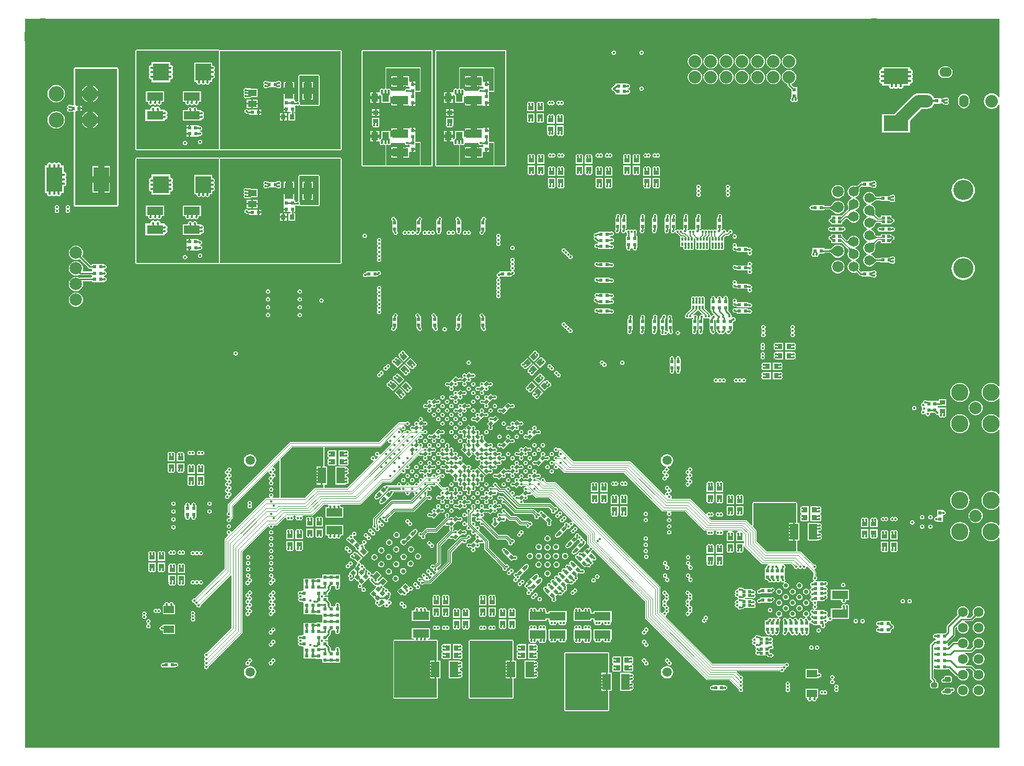
<source format=gbl>
G04 Layer_Physical_Order=8*
G04 Layer_Color=16711680*
%FSLAX44Y44*%
%MOMM*%
G71*
G01*
G75*
%ADD10R,0.6096X0.6000*%
%ADD12R,0.6000X0.5000*%
%ADD13R,0.8000X0.9000*%
%ADD14R,0.5500X0.5000*%
G04:AMPARAMS|DCode=15|XSize=0.6096mm|YSize=0.6mm|CornerRadius=0mm|HoleSize=0mm|Usage=FLASHONLY|Rotation=135.000|XOffset=0mm|YOffset=0mm|HoleType=Round|Shape=Rectangle|*
%AMROTATEDRECTD15*
4,1,4,0.4277,-0.0034,0.0034,-0.4277,-0.4277,0.0034,-0.0034,0.4277,0.4277,-0.0034,0.0*
%
%ADD15ROTATEDRECTD15*%

%ADD17R,0.9000X0.8000*%
%ADD19R,0.6000X0.6096*%
G04:AMPARAMS|DCode=20|XSize=0.5mm|YSize=0.6mm|CornerRadius=0mm|HoleSize=0mm|Usage=FLASHONLY|Rotation=315.000|XOffset=0mm|YOffset=0mm|HoleType=Round|Shape=Rectangle|*
%AMROTATEDRECTD20*
4,1,4,-0.3889,-0.0354,0.0354,0.3889,0.3889,0.0354,-0.0354,-0.3889,-0.3889,-0.0354,0.0*
%
%ADD20ROTATEDRECTD20*%

%ADD25R,1.4000X2.6000*%
%ADD26R,2.6000X1.4000*%
G04:AMPARAMS|DCode=30|XSize=0.6096mm|YSize=0.6mm|CornerRadius=0mm|HoleSize=0mm|Usage=FLASHONLY|Rotation=45.000|XOffset=0mm|YOffset=0mm|HoleType=Round|Shape=Rectangle|*
%AMROTATEDRECTD30*
4,1,4,-0.0034,-0.4277,-0.4277,-0.0034,0.0034,0.4277,0.4277,0.0034,-0.0034,-0.4277,0.0*
%
%ADD30ROTATEDRECTD30*%

G04:AMPARAMS|DCode=33|XSize=0.5mm|YSize=0.6mm|CornerRadius=0mm|HoleSize=0mm|Usage=FLASHONLY|Rotation=225.000|XOffset=0mm|YOffset=0mm|HoleType=Round|Shape=Rectangle|*
%AMROTATEDRECTD33*
4,1,4,-0.0354,0.3889,0.3889,-0.0354,0.0354,-0.3889,-0.3889,0.0354,-0.0354,0.3889,0.0*
%
%ADD33ROTATEDRECTD33*%

%ADD35R,0.5000X0.6000*%
%ADD65C,0.1000*%
%ADD66C,0.1800*%
%ADD67C,0.2500*%
%ADD68C,0.3500*%
%ADD69C,0.8000*%
%ADD70C,0.1500*%
%ADD72C,2.0320*%
%ADD73C,2.5000*%
%ADD74R,4.2000X3.0000*%
%ADD75C,2.0000*%
%ADD76C,2.8000*%
%ADD77C,6.0000*%
%ADD78C,0.7000*%
%ADD79R,2.7000X2.5000*%
%ADD80C,1.5000*%
%ADD81C,1.6000*%
%ADD82R,2.4000X3.1000*%
%ADD83C,2.2860*%
%ADD84C,3.2512*%
%ADD85C,1.6510*%
%ADD86C,1.8288*%
%ADD87O,1.5240X2.0320*%
%ADD88O,2.0320X1.5240*%
%ADD89C,0.4000*%
%ADD90R,1.7000X1.2500*%
G04:AMPARAMS|DCode=91|XSize=0.8mm|YSize=1mm|CornerRadius=0.2mm|HoleSize=0mm|Usage=FLASHONLY|Rotation=90.000|XOffset=0mm|YOffset=0mm|HoleType=Round|Shape=RoundedRectangle|*
%AMROUNDEDRECTD91*
21,1,0.8000,0.6000,0,0,90.0*
21,1,0.4000,1.0000,0,0,90.0*
1,1,0.4000,0.3000,0.2000*
1,1,0.4000,0.3000,-0.2000*
1,1,0.4000,-0.3000,-0.2000*
1,1,0.4000,-0.3000,0.2000*
%
%ADD91ROUNDEDRECTD91*%
%ADD92R,0.4000X0.5500*%
G04:AMPARAMS|DCode=93|XSize=0.9mm|YSize=0.8mm|CornerRadius=0mm|HoleSize=0mm|Usage=FLASHONLY|Rotation=225.000|XOffset=0mm|YOffset=0mm|HoleType=Round|Shape=Rectangle|*
%AMROTATEDRECTD93*
4,1,4,0.0354,0.6010,0.6010,0.0354,-0.0354,-0.6010,-0.6010,-0.0354,0.0354,0.6010,0.0*
%
%ADD93ROTATEDRECTD93*%

G04:AMPARAMS|DCode=94|XSize=0.9mm|YSize=0.8mm|CornerRadius=0mm|HoleSize=0mm|Usage=FLASHONLY|Rotation=315.000|XOffset=0mm|YOffset=0mm|HoleType=Round|Shape=Rectangle|*
%AMROTATEDRECTD94*
4,1,4,-0.6010,0.0354,-0.0354,0.6010,0.6010,-0.0354,0.0354,-0.6010,-0.6010,0.0354,0.0*
%
%ADD94ROTATEDRECTD94*%

%ADD95R,2.5000X2.8000*%
%ADD96R,1.4000X1.1000*%
%ADD97R,1.1000X1.4000*%
%ADD98R,2.5000X4.0000*%
%ADD99R,4.0000X2.5000*%
%ADD100C,2.0000*%
G36*
X2088750Y1564220D02*
X2087250Y1563922D01*
X2087059Y1564385D01*
X2085029Y1567029D01*
X2082385Y1569059D01*
X2079305Y1570334D01*
X2076000Y1570769D01*
X2072695Y1570334D01*
X2069615Y1569059D01*
X2066971Y1567029D01*
X2064942Y1564385D01*
X2063666Y1561305D01*
X2063231Y1558000D01*
X2063666Y1554695D01*
X2064942Y1551615D01*
X2066971Y1548971D01*
X2069615Y1546942D01*
X2072695Y1545666D01*
X2076000Y1545231D01*
X2079305Y1545666D01*
X2082385Y1546942D01*
X2085029Y1548971D01*
X2087059Y1551615D01*
X2087250Y1552078D01*
X2088750Y1551779D01*
X2088750Y1095930D01*
X2087250Y1095394D01*
X2086413Y1096413D01*
X2084053Y1098350D01*
X2081360Y1099789D01*
X2078439Y1100676D01*
X2075400Y1100975D01*
X2072361Y1100676D01*
X2069440Y1099789D01*
X2066747Y1098350D01*
X2064387Y1096413D01*
X2062450Y1094053D01*
X2061011Y1091360D01*
X2060124Y1088438D01*
X2059825Y1085400D01*
X2060124Y1082362D01*
X2061011Y1079440D01*
X2062450Y1076747D01*
X2064387Y1074387D01*
X2066747Y1072450D01*
X2069440Y1071011D01*
X2072361Y1070124D01*
X2075400Y1069825D01*
X2078439Y1070124D01*
X2081360Y1071011D01*
X2084053Y1072450D01*
X2086413Y1074387D01*
X2087250Y1075406D01*
X2088750Y1074870D01*
Y1045130D01*
X2087250Y1044594D01*
X2086413Y1045613D01*
X2084053Y1047550D01*
X2081360Y1048989D01*
X2078439Y1049876D01*
X2075400Y1050175D01*
X2072361Y1049876D01*
X2069440Y1048989D01*
X2066747Y1047550D01*
X2064387Y1045613D01*
X2062450Y1043253D01*
X2061011Y1040560D01*
X2060124Y1037638D01*
X2059825Y1034600D01*
X2060124Y1031562D01*
X2061011Y1028640D01*
X2062450Y1025947D01*
X2064387Y1023587D01*
X2066747Y1021650D01*
X2069440Y1020211D01*
X2072361Y1019324D01*
X2075400Y1019025D01*
X2078439Y1019324D01*
X2081360Y1020211D01*
X2084053Y1021650D01*
X2086413Y1023587D01*
X2087250Y1024606D01*
X2088750Y1024070D01*
Y920930D01*
X2087250Y920394D01*
X2086413Y921413D01*
X2084053Y923350D01*
X2081360Y924789D01*
X2078439Y925676D01*
X2075400Y925975D01*
X2072361Y925676D01*
X2069440Y924789D01*
X2066747Y923350D01*
X2064387Y921413D01*
X2062450Y919053D01*
X2061011Y916360D01*
X2060124Y913438D01*
X2059825Y910400D01*
X2060124Y907362D01*
X2061011Y904440D01*
X2062450Y901747D01*
X2064387Y899387D01*
X2066747Y897450D01*
X2069440Y896011D01*
X2072361Y895124D01*
X2075400Y894825D01*
X2078439Y895124D01*
X2081360Y896011D01*
X2084053Y897450D01*
X2086413Y899387D01*
X2087250Y900406D01*
X2088750Y899870D01*
Y870130D01*
X2087250Y869594D01*
X2086413Y870613D01*
X2084053Y872550D01*
X2081360Y873989D01*
X2078439Y874876D01*
X2075400Y875175D01*
X2072361Y874876D01*
X2069440Y873989D01*
X2066747Y872550D01*
X2064387Y870613D01*
X2062450Y868253D01*
X2061011Y865560D01*
X2060124Y862638D01*
X2059825Y859600D01*
X2060124Y856562D01*
X2061011Y853640D01*
X2062450Y850947D01*
X2064387Y848587D01*
X2066747Y846650D01*
X2069440Y845211D01*
X2072361Y844324D01*
X2075400Y844025D01*
X2078439Y844324D01*
X2081360Y845211D01*
X2084053Y846650D01*
X2086413Y848587D01*
X2087250Y849606D01*
X2088750Y849070D01*
X2088750Y508750D01*
X509750D01*
X509750Y1691750D01*
X2088750Y1691750D01*
X2088750Y1564220D01*
D02*
G37*
%LPC*%
G36*
X1508500Y1640319D02*
X1507134Y1640047D01*
X1505976Y1639273D01*
X1505203Y1638116D01*
X1504931Y1636750D01*
X1505203Y1635384D01*
X1505976Y1634227D01*
X1507134Y1633453D01*
X1508500Y1633181D01*
X1509865Y1633453D01*
X1511023Y1634227D01*
X1511797Y1635384D01*
X1512068Y1636750D01*
X1511797Y1638116D01*
X1511023Y1639273D01*
X1509865Y1640047D01*
X1508500Y1640319D01*
D02*
G37*
G36*
X1463500D02*
X1462134Y1640047D01*
X1460976Y1639273D01*
X1460203Y1638116D01*
X1459931Y1636750D01*
X1460203Y1635384D01*
X1460976Y1634227D01*
X1462134Y1633453D01*
X1463500Y1633181D01*
X1464865Y1633453D01*
X1466023Y1634227D01*
X1466797Y1635384D01*
X1467068Y1636750D01*
X1466797Y1638116D01*
X1466023Y1639273D01*
X1464865Y1640047D01*
X1463500Y1640319D01*
D02*
G37*
G36*
X1747700Y1634261D02*
X1744656Y1633860D01*
X1741819Y1632685D01*
X1739384Y1630816D01*
X1737515Y1628380D01*
X1736340Y1625544D01*
X1735939Y1622500D01*
X1736340Y1619456D01*
X1737515Y1616620D01*
X1739384Y1614184D01*
X1741819Y1612315D01*
X1744656Y1611140D01*
X1747700Y1610739D01*
X1750744Y1611140D01*
X1753580Y1612315D01*
X1756016Y1614184D01*
X1757885Y1616620D01*
X1759060Y1619456D01*
X1759460Y1622500D01*
X1759060Y1625544D01*
X1757885Y1628380D01*
X1756016Y1630816D01*
X1753580Y1632685D01*
X1750744Y1633860D01*
X1747700Y1634261D01*
D02*
G37*
G36*
X1722300D02*
X1719256Y1633860D01*
X1716420Y1632685D01*
X1713984Y1630816D01*
X1712115Y1628380D01*
X1710940Y1625544D01*
X1710539Y1622500D01*
X1710940Y1619456D01*
X1712115Y1616620D01*
X1713984Y1614184D01*
X1716420Y1612315D01*
X1719256Y1611140D01*
X1722300Y1610739D01*
X1725344Y1611140D01*
X1728180Y1612315D01*
X1730616Y1614184D01*
X1732485Y1616620D01*
X1733660Y1619456D01*
X1734060Y1622500D01*
X1733660Y1625544D01*
X1732485Y1628380D01*
X1730616Y1630816D01*
X1728180Y1632685D01*
X1725344Y1633860D01*
X1722300Y1634261D01*
D02*
G37*
G36*
X1696900D02*
X1693856Y1633860D01*
X1691019Y1632685D01*
X1688584Y1630816D01*
X1686715Y1628380D01*
X1685540Y1625544D01*
X1685139Y1622500D01*
X1685540Y1619456D01*
X1686715Y1616620D01*
X1688584Y1614184D01*
X1691019Y1612315D01*
X1693856Y1611140D01*
X1696900Y1610739D01*
X1699944Y1611140D01*
X1702780Y1612315D01*
X1705216Y1614184D01*
X1707085Y1616620D01*
X1708260Y1619456D01*
X1708660Y1622500D01*
X1708260Y1625544D01*
X1707085Y1628380D01*
X1705216Y1630816D01*
X1702780Y1632685D01*
X1699944Y1633860D01*
X1696900Y1634261D01*
D02*
G37*
G36*
X1671500D02*
X1668456Y1633860D01*
X1665620Y1632685D01*
X1663184Y1630816D01*
X1661315Y1628380D01*
X1660140Y1625544D01*
X1659739Y1622500D01*
X1660140Y1619456D01*
X1661315Y1616620D01*
X1663184Y1614184D01*
X1665620Y1612315D01*
X1668456Y1611140D01*
X1671500Y1610739D01*
X1674544Y1611140D01*
X1677380Y1612315D01*
X1679816Y1614184D01*
X1681685Y1616620D01*
X1682860Y1619456D01*
X1683260Y1622500D01*
X1682860Y1625544D01*
X1681685Y1628380D01*
X1679816Y1630816D01*
X1677380Y1632685D01*
X1674544Y1633860D01*
X1671500Y1634261D01*
D02*
G37*
G36*
X1646100D02*
X1643056Y1633860D01*
X1640220Y1632685D01*
X1637784Y1630816D01*
X1635915Y1628380D01*
X1634740Y1625544D01*
X1634339Y1622500D01*
X1634740Y1619456D01*
X1635915Y1616620D01*
X1637784Y1614184D01*
X1640220Y1612315D01*
X1643056Y1611140D01*
X1646100Y1610739D01*
X1649144Y1611140D01*
X1651980Y1612315D01*
X1654416Y1614184D01*
X1656285Y1616620D01*
X1657460Y1619456D01*
X1657860Y1622500D01*
X1657460Y1625544D01*
X1656285Y1628380D01*
X1654416Y1630816D01*
X1651980Y1632685D01*
X1649144Y1633860D01*
X1646100Y1634261D01*
D02*
G37*
G36*
X1620700D02*
X1617656Y1633860D01*
X1614819Y1632685D01*
X1612384Y1630816D01*
X1610515Y1628380D01*
X1609340Y1625544D01*
X1608939Y1622500D01*
X1609340Y1619456D01*
X1610515Y1616620D01*
X1612384Y1614184D01*
X1614819Y1612315D01*
X1617656Y1611140D01*
X1620700Y1610739D01*
X1623744Y1611140D01*
X1626580Y1612315D01*
X1629016Y1614184D01*
X1630885Y1616620D01*
X1632060Y1619456D01*
X1632460Y1622500D01*
X1632060Y1625544D01*
X1630885Y1628380D01*
X1629016Y1630816D01*
X1626580Y1632685D01*
X1623744Y1633860D01*
X1620700Y1634261D01*
D02*
G37*
G36*
X1595300D02*
X1592256Y1633860D01*
X1589420Y1632685D01*
X1586984Y1630816D01*
X1585115Y1628380D01*
X1583940Y1625544D01*
X1583539Y1622500D01*
X1583940Y1619456D01*
X1585115Y1616620D01*
X1586984Y1614184D01*
X1589420Y1612315D01*
X1592256Y1611140D01*
X1595300Y1610739D01*
X1598344Y1611140D01*
X1601180Y1612315D01*
X1603616Y1614184D01*
X1605485Y1616620D01*
X1606660Y1619456D01*
X1607060Y1622500D01*
X1606660Y1625544D01*
X1605485Y1628380D01*
X1603616Y1630816D01*
X1601180Y1632685D01*
X1598344Y1633860D01*
X1595300Y1634261D01*
D02*
G37*
G36*
X2003540Y1614199D02*
X1998460D01*
X1996079Y1613885D01*
X1993861Y1612966D01*
X1991956Y1611505D01*
X1990494Y1609599D01*
X1989575Y1607381D01*
X1989261Y1605000D01*
X1989575Y1602619D01*
X1990494Y1600401D01*
X1991956Y1598496D01*
X1993861Y1597034D01*
X1996079Y1596115D01*
X1998460Y1595801D01*
X2003540D01*
X2005921Y1596115D01*
X2008139Y1597034D01*
X2010045Y1598496D01*
X2011506Y1600401D01*
X2012425Y1602619D01*
X2012739Y1605000D01*
X2012425Y1607381D01*
X2011506Y1609599D01*
X2010045Y1611505D01*
X2008139Y1612966D01*
X2005921Y1613885D01*
X2003540Y1614199D01*
D02*
G37*
G36*
X1485500Y1586500D02*
X1484113Y1586500D01*
X1477000D01*
X1475500Y1586500D01*
X1475000Y1586500D01*
X1466500D01*
Y1584972D01*
X1465767Y1584483D01*
X1463004Y1581720D01*
X1462134Y1581547D01*
X1460976Y1580773D01*
X1460203Y1579616D01*
X1459931Y1578250D01*
X1460203Y1576884D01*
X1460976Y1575727D01*
X1462134Y1574953D01*
X1463004Y1574780D01*
X1466267Y1571517D01*
X1466420Y1571415D01*
Y1568952D01*
X1475080D01*
X1475420Y1568952D01*
X1476580D01*
X1476920Y1568952D01*
X1485580D01*
Y1568982D01*
X1486739Y1569933D01*
X1486750Y1569931D01*
X1488115Y1570203D01*
X1489273Y1570977D01*
X1490047Y1572134D01*
X1490318Y1573500D01*
X1490047Y1574866D01*
X1489273Y1576023D01*
X1488115Y1576797D01*
X1487027Y1577014D01*
X1486694Y1577565D01*
X1487222Y1579041D01*
X1488035Y1579203D01*
X1489193Y1579977D01*
X1489967Y1581134D01*
X1490238Y1582500D01*
X1489967Y1583866D01*
X1489193Y1585023D01*
X1488035Y1585797D01*
X1486810Y1586041D01*
X1485500Y1586500D01*
D02*
G37*
G36*
X1722300Y1608861D02*
X1719256Y1608460D01*
X1716420Y1607285D01*
X1713984Y1605416D01*
X1712115Y1602980D01*
X1710940Y1600144D01*
X1710539Y1597100D01*
X1710940Y1594056D01*
X1712115Y1591220D01*
X1713984Y1588784D01*
X1716420Y1586915D01*
X1719256Y1585740D01*
X1722300Y1585339D01*
X1725344Y1585740D01*
X1728180Y1586915D01*
X1730616Y1588784D01*
X1732485Y1591220D01*
X1733660Y1594056D01*
X1734060Y1597100D01*
X1733660Y1600144D01*
X1732485Y1602980D01*
X1730616Y1605416D01*
X1728180Y1607285D01*
X1725344Y1608460D01*
X1722300Y1608861D01*
D02*
G37*
G36*
X1696900D02*
X1693856Y1608460D01*
X1691019Y1607285D01*
X1688584Y1605416D01*
X1686715Y1602980D01*
X1685540Y1600144D01*
X1685139Y1597100D01*
X1685540Y1594056D01*
X1686715Y1591220D01*
X1688584Y1588784D01*
X1691019Y1586915D01*
X1693856Y1585740D01*
X1696900Y1585339D01*
X1699944Y1585740D01*
X1702780Y1586915D01*
X1705216Y1588784D01*
X1707085Y1591220D01*
X1708260Y1594056D01*
X1708660Y1597100D01*
X1708260Y1600144D01*
X1707085Y1602980D01*
X1705216Y1605416D01*
X1702780Y1607285D01*
X1699944Y1608460D01*
X1696900Y1608861D01*
D02*
G37*
G36*
X1671500D02*
X1668456Y1608460D01*
X1665620Y1607285D01*
X1663184Y1605416D01*
X1661315Y1602980D01*
X1660140Y1600144D01*
X1659739Y1597100D01*
X1660140Y1594056D01*
X1661315Y1591220D01*
X1663184Y1588784D01*
X1665620Y1586915D01*
X1668456Y1585740D01*
X1671500Y1585339D01*
X1674544Y1585740D01*
X1677380Y1586915D01*
X1679816Y1588784D01*
X1681685Y1591220D01*
X1682860Y1594056D01*
X1683260Y1597100D01*
X1682860Y1600144D01*
X1681685Y1602980D01*
X1679816Y1605416D01*
X1677380Y1607285D01*
X1674544Y1608460D01*
X1671500Y1608861D01*
D02*
G37*
G36*
X1646100D02*
X1643056Y1608460D01*
X1640220Y1607285D01*
X1637784Y1605416D01*
X1635915Y1602980D01*
X1634740Y1600144D01*
X1634339Y1597100D01*
X1634740Y1594056D01*
X1635915Y1591220D01*
X1637784Y1588784D01*
X1640220Y1586915D01*
X1643056Y1585740D01*
X1646100Y1585339D01*
X1649144Y1585740D01*
X1651980Y1586915D01*
X1654416Y1588784D01*
X1656285Y1591220D01*
X1657460Y1594056D01*
X1657860Y1597100D01*
X1657460Y1600144D01*
X1656285Y1602980D01*
X1654416Y1605416D01*
X1651980Y1607285D01*
X1649144Y1608460D01*
X1646100Y1608861D01*
D02*
G37*
G36*
X1620700D02*
X1617656Y1608460D01*
X1614819Y1607285D01*
X1612384Y1605416D01*
X1610515Y1602980D01*
X1609340Y1600144D01*
X1608939Y1597100D01*
X1609340Y1594056D01*
X1610515Y1591220D01*
X1612384Y1588784D01*
X1614819Y1586915D01*
X1617656Y1585740D01*
X1620700Y1585339D01*
X1623744Y1585740D01*
X1626580Y1586915D01*
X1629016Y1588784D01*
X1630885Y1591220D01*
X1632060Y1594056D01*
X1632460Y1597100D01*
X1632060Y1600144D01*
X1630885Y1602980D01*
X1629016Y1605416D01*
X1626580Y1607285D01*
X1623744Y1608460D01*
X1620700Y1608861D01*
D02*
G37*
G36*
X1595300D02*
X1592256Y1608460D01*
X1589420Y1607285D01*
X1586984Y1605416D01*
X1585115Y1602980D01*
X1583940Y1600144D01*
X1583539Y1597100D01*
X1583940Y1594056D01*
X1585115Y1591220D01*
X1586984Y1588784D01*
X1589420Y1586915D01*
X1592256Y1585740D01*
X1595300Y1585339D01*
X1598344Y1585740D01*
X1601180Y1586915D01*
X1603616Y1588784D01*
X1605485Y1591220D01*
X1606660Y1594056D01*
X1607060Y1597100D01*
X1606660Y1600144D01*
X1605485Y1602980D01*
X1603616Y1605416D01*
X1601180Y1607285D01*
X1598344Y1608460D01*
X1595300Y1608861D01*
D02*
G37*
G36*
X1943500Y1613100D02*
X1898500D01*
Y1610061D01*
X1898350Y1609938D01*
X1896594Y1609589D01*
X1895106Y1608594D01*
X1894111Y1607106D01*
X1893762Y1605350D01*
X1894111Y1603594D01*
X1894624Y1602827D01*
X1894982Y1601725D01*
X1894624Y1600623D01*
X1894111Y1599856D01*
X1893762Y1598100D01*
X1894111Y1596344D01*
X1894509Y1595749D01*
X1894997Y1594600D01*
X1894509Y1593451D01*
X1894111Y1592856D01*
X1893762Y1591100D01*
X1894111Y1589344D01*
X1895106Y1587856D01*
X1896594Y1586861D01*
X1898350Y1586512D01*
X1898500Y1586389D01*
Y1583100D01*
X1909102D01*
X1909512Y1582600D01*
X1909861Y1580845D01*
X1910856Y1579356D01*
X1912344Y1578362D01*
X1914100Y1578012D01*
X1915856Y1578362D01*
X1916451Y1578759D01*
X1917600Y1579247D01*
X1918749Y1578759D01*
X1919344Y1578362D01*
X1921100Y1578012D01*
X1922856Y1578362D01*
X1924344Y1579356D01*
X1925356D01*
X1926844Y1578362D01*
X1928600Y1578012D01*
X1930356Y1578362D01*
X1931844Y1579356D01*
X1932839Y1580845D01*
X1933188Y1582600D01*
X1933598Y1583100D01*
X1943500D01*
Y1586225D01*
X1943850Y1586512D01*
X1945606Y1586861D01*
X1947094Y1587856D01*
X1948089Y1589344D01*
X1948438Y1591100D01*
X1948089Y1592856D01*
X1947691Y1593451D01*
X1947203Y1594600D01*
X1947691Y1595749D01*
X1948089Y1596344D01*
X1948438Y1598100D01*
X1948089Y1599856D01*
X1947576Y1600623D01*
X1947218Y1601725D01*
X1947576Y1602827D01*
X1948089Y1603594D01*
X1948438Y1605350D01*
X1948089Y1607106D01*
X1947094Y1608594D01*
X1945606Y1609589D01*
X1943850Y1609938D01*
X1943500Y1610225D01*
Y1613100D01*
D02*
G37*
G36*
X1508500Y1581819D02*
X1507134Y1581547D01*
X1505976Y1580773D01*
X1505203Y1579616D01*
X1504931Y1578250D01*
X1505203Y1576884D01*
X1505976Y1575727D01*
X1507134Y1574953D01*
X1508500Y1574681D01*
X1509865Y1574953D01*
X1511023Y1575727D01*
X1511797Y1576884D01*
X1512068Y1578250D01*
X1511797Y1579616D01*
X1511023Y1580773D01*
X1509865Y1581547D01*
X1508500Y1581819D01*
D02*
G37*
G36*
X1379250Y1558568D02*
X1377884Y1558297D01*
X1376750Y1557539D01*
X1375615Y1558297D01*
X1374250Y1558568D01*
X1372884Y1558297D01*
X1371726Y1557523D01*
X1370953Y1556366D01*
X1370681Y1555000D01*
X1370953Y1553634D01*
X1371726Y1552477D01*
X1372884Y1551703D01*
X1374250Y1551431D01*
X1375615Y1551703D01*
X1376750Y1552461D01*
X1377884Y1551703D01*
X1379250Y1551431D01*
X1380615Y1551703D01*
X1381773Y1552477D01*
X1382547Y1553634D01*
X1382818Y1555000D01*
X1382547Y1556366D01*
X1381773Y1557523D01*
X1380615Y1558297D01*
X1379250Y1558568D01*
D02*
G37*
G36*
X1364250D02*
X1362884Y1558297D01*
X1361750Y1557539D01*
X1360615Y1558297D01*
X1359250Y1558568D01*
X1357884Y1558297D01*
X1356726Y1557523D01*
X1355953Y1556366D01*
X1355681Y1555000D01*
X1355953Y1553634D01*
X1356726Y1552477D01*
X1357884Y1551703D01*
X1359250Y1551431D01*
X1360615Y1551703D01*
X1361750Y1552461D01*
X1362884Y1551703D01*
X1364250Y1551431D01*
X1365615Y1551703D01*
X1366773Y1552477D01*
X1367547Y1553634D01*
X1367818Y1555000D01*
X1367547Y1556366D01*
X1366773Y1557523D01*
X1365615Y1558297D01*
X1364250Y1558568D01*
D02*
G37*
G36*
X1747700Y1608861D02*
X1744656Y1608460D01*
X1741819Y1607285D01*
X1739384Y1605416D01*
X1737515Y1602980D01*
X1736340Y1600144D01*
X1735939Y1597100D01*
X1736340Y1594056D01*
X1737515Y1591220D01*
X1739384Y1588784D01*
X1741819Y1586915D01*
X1744656Y1585740D01*
X1744896Y1585708D01*
Y1584380D01*
X1745109Y1583307D01*
X1745717Y1582398D01*
X1751452Y1576663D01*
Y1571920D01*
X1751452Y1571580D01*
Y1570420D01*
X1751452Y1570080D01*
Y1565281D01*
X1750957Y1564541D01*
X1750744Y1563468D01*
Y1562201D01*
X1750251Y1561463D01*
X1749979Y1560097D01*
X1750251Y1558731D01*
X1751024Y1557574D01*
X1752182Y1556800D01*
X1753548Y1556528D01*
X1754913Y1556800D01*
X1756048Y1557558D01*
X1757182Y1556800D01*
X1758548Y1556528D01*
X1759913Y1556800D01*
X1761071Y1557574D01*
X1761845Y1558731D01*
X1762116Y1560097D01*
X1761845Y1561463D01*
X1761351Y1562201D01*
Y1563372D01*
X1761138Y1564445D01*
X1760548Y1565329D01*
Y1570080D01*
X1760548Y1570420D01*
Y1571580D01*
X1760548Y1571920D01*
Y1580580D01*
X1755465D01*
X1751582Y1584464D01*
X1751934Y1586233D01*
X1753580Y1586915D01*
X1756016Y1588784D01*
X1757885Y1591220D01*
X1759060Y1594056D01*
X1759460Y1597100D01*
X1759060Y1600144D01*
X1757885Y1602980D01*
X1756016Y1605416D01*
X1753580Y1607285D01*
X1750744Y1608460D01*
X1747700Y1608861D01*
D02*
G37*
G36*
X1346750Y1557068D02*
X1345384Y1556797D01*
X1344250Y1556039D01*
X1343116Y1556797D01*
X1341750Y1557068D01*
X1340384Y1556797D01*
X1339227Y1556023D01*
X1338453Y1554866D01*
X1338279Y1553988D01*
X1338181Y1553500D01*
X1338250Y1552500D01*
X1338250D01*
Y1541500D01*
X1350250D01*
Y1552500D01*
X1350250D01*
X1350318Y1553500D01*
X1350224Y1553976D01*
X1350047Y1554866D01*
X1349273Y1556023D01*
X1348116Y1556797D01*
X1346750Y1557068D01*
D02*
G37*
G36*
X1331750D02*
X1330384Y1556797D01*
X1329250Y1556039D01*
X1328116Y1556797D01*
X1326750Y1557068D01*
X1325384Y1556797D01*
X1324227Y1556023D01*
X1323453Y1554866D01*
X1323279Y1553988D01*
X1323181Y1553500D01*
X1323250Y1552500D01*
X1323250D01*
Y1541500D01*
X1335250D01*
Y1552500D01*
X1335250D01*
X1335318Y1553500D01*
X1335224Y1553976D01*
X1335047Y1554866D01*
X1334273Y1556023D01*
X1333116Y1556797D01*
X1331750Y1557068D01*
D02*
G37*
G36*
X560000Y1584121D02*
X556345Y1583640D01*
X552940Y1582229D01*
X550015Y1579985D01*
X547771Y1577060D01*
X546360Y1573655D01*
X545879Y1570000D01*
X546360Y1566345D01*
X547771Y1562940D01*
X550015Y1560015D01*
X552940Y1557771D01*
X556345Y1556360D01*
X560000Y1555879D01*
X563655Y1556360D01*
X567060Y1557771D01*
X569985Y1560015D01*
X572229Y1562940D01*
X573640Y1566345D01*
X574121Y1570000D01*
X573640Y1573655D01*
X572229Y1577060D01*
X569985Y1579985D01*
X567060Y1582229D01*
X563655Y1583640D01*
X560000Y1584121D01*
D02*
G37*
G36*
X1971000Y1570747D02*
X1969941Y1570608D01*
X1957100D01*
X1953837Y1570178D01*
X1950796Y1568919D01*
X1948185Y1566915D01*
X1918170Y1536900D01*
X1898500D01*
Y1506900D01*
X1943500D01*
Y1526570D01*
X1962322Y1545392D01*
X1969941D01*
X1971000Y1545253D01*
X1973642Y1545600D01*
X1974135Y1545805D01*
X1974263Y1545822D01*
X1977304Y1547081D01*
X1979915Y1549085D01*
X1981919Y1551696D01*
X1982562Y1553250D01*
X1992500Y1553250D01*
X1993585Y1554250D01*
X1996784D01*
X1997469Y1553565D01*
X1998379Y1552957D01*
X1999452Y1552744D01*
X2000719D01*
X2001457Y1552251D01*
X2002823Y1551979D01*
X2004188Y1552251D01*
X2005346Y1553024D01*
X2006120Y1554182D01*
X2006391Y1555548D01*
X2006120Y1556913D01*
X2005362Y1558048D01*
X2006120Y1559182D01*
X2006391Y1560548D01*
X2006120Y1561913D01*
X2005346Y1563071D01*
X2004188Y1563844D01*
X2002823Y1564116D01*
X2001457Y1563844D01*
X2000719Y1563351D01*
X1999547D01*
X1998474Y1563138D01*
X1997565Y1562530D01*
X1997284Y1562250D01*
X1993585D01*
X1992500Y1563250D01*
X1991414Y1563250D01*
X1982355D01*
X1981919Y1564304D01*
X1979915Y1566915D01*
X1977304Y1568919D01*
X1974263Y1570178D01*
X1974135Y1570195D01*
X1973642Y1570399D01*
X1971000Y1570747D01*
D02*
G37*
G36*
X590750Y1613049D02*
X589775Y1612855D01*
X588948Y1612302D01*
X588395Y1611475D01*
X588201Y1610500D01*
Y1552358D01*
X587133Y1551069D01*
X586284Y1550946D01*
X585694Y1551340D01*
X584621Y1551554D01*
X583354D01*
X582616Y1552047D01*
X581250Y1552319D01*
X579884Y1552047D01*
X578727Y1551273D01*
X577953Y1550116D01*
X577681Y1548750D01*
X577953Y1547384D01*
X578711Y1546250D01*
X577953Y1545116D01*
X577681Y1543750D01*
X577953Y1542384D01*
X578727Y1541227D01*
X579884Y1540453D01*
X581250Y1540181D01*
X582616Y1540453D01*
X583354Y1540946D01*
X584525D01*
X585598Y1541160D01*
X586288Y1541620D01*
X587131Y1541524D01*
X588256Y1540516D01*
X588201Y1540237D01*
Y1389500D01*
X588395Y1388524D01*
X588948Y1387697D01*
X589775Y1387145D01*
X590750Y1386951D01*
X658250Y1386951D01*
X659225Y1387145D01*
X660052Y1387697D01*
X660605Y1388524D01*
X660799Y1389500D01*
X660799Y1610500D01*
X660605Y1611475D01*
X660052Y1612302D01*
X659225Y1612855D01*
X658250Y1613049D01*
X590750Y1613049D01*
D02*
G37*
G36*
X2031000Y1569739D02*
X2028619Y1569425D01*
X2026401Y1568506D01*
X2024496Y1567045D01*
X2023034Y1565139D01*
X2022115Y1562921D01*
X2021801Y1560540D01*
Y1555460D01*
X2022115Y1553079D01*
X2023034Y1550861D01*
X2024496Y1548956D01*
X2026401Y1547494D01*
X2028619Y1546575D01*
X2031000Y1546261D01*
X2033381Y1546575D01*
X2035599Y1547494D01*
X2037504Y1548956D01*
X2038966Y1550861D01*
X2039885Y1553079D01*
X2040199Y1555460D01*
Y1560540D01*
X2039885Y1562921D01*
X2038966Y1565139D01*
X2037504Y1567045D01*
X2035599Y1568506D01*
X2033381Y1569425D01*
X2031000Y1569739D01*
D02*
G37*
G36*
X1379250Y1537068D02*
X1377884Y1536797D01*
X1376750Y1536039D01*
X1375616Y1536797D01*
X1374250Y1537068D01*
X1372884Y1536797D01*
X1371727Y1536023D01*
X1370953Y1534866D01*
X1370778Y1533988D01*
X1370681Y1533500D01*
X1370750Y1532500D01*
X1370750D01*
Y1521500D01*
X1382750D01*
Y1532500D01*
X1382750D01*
X1382818Y1533500D01*
X1382724Y1533976D01*
X1382547Y1534866D01*
X1381773Y1536023D01*
X1380616Y1536797D01*
X1379250Y1537068D01*
D02*
G37*
G36*
X1364250D02*
X1362884Y1536797D01*
X1361750Y1536039D01*
X1360616Y1536797D01*
X1359250Y1537068D01*
X1357884Y1536797D01*
X1356727Y1536023D01*
X1355953Y1534866D01*
X1355778Y1533988D01*
X1355681Y1533500D01*
X1355750Y1532500D01*
X1355750D01*
Y1521500D01*
X1367750D01*
Y1532500D01*
X1367750D01*
X1367818Y1533500D01*
X1367724Y1533976D01*
X1367547Y1534866D01*
X1366773Y1536023D01*
X1365616Y1536797D01*
X1364250Y1537068D01*
D02*
G37*
G36*
X1350250Y1538500D02*
X1338250D01*
Y1527500D01*
X1338250D01*
X1338181Y1526500D01*
X1338276Y1526024D01*
X1338453Y1525134D01*
X1339227Y1523977D01*
X1340384Y1523203D01*
X1341750Y1522931D01*
X1343116Y1523203D01*
X1344250Y1523961D01*
X1345384Y1523203D01*
X1346750Y1522931D01*
X1348116Y1523203D01*
X1349273Y1523977D01*
X1350047Y1525134D01*
X1350221Y1526012D01*
X1350318Y1526500D01*
X1350250Y1527500D01*
X1350250D01*
Y1538500D01*
D02*
G37*
G36*
X1335250D02*
X1323250D01*
Y1527500D01*
X1323250D01*
X1323181Y1526500D01*
X1323276Y1526024D01*
X1323453Y1525134D01*
X1324227Y1523977D01*
X1325384Y1523203D01*
X1326750Y1522931D01*
X1328116Y1523203D01*
X1329250Y1523961D01*
X1330384Y1523203D01*
X1331750Y1522931D01*
X1333116Y1523203D01*
X1334273Y1523977D01*
X1335047Y1525134D01*
X1335221Y1526012D01*
X1335318Y1526500D01*
X1335250Y1527500D01*
X1335250D01*
Y1538500D01*
D02*
G37*
G36*
X560000Y1541621D02*
X556345Y1541140D01*
X552940Y1539729D01*
X550015Y1537485D01*
X547771Y1534560D01*
X546360Y1531155D01*
X545879Y1527500D01*
X546360Y1523845D01*
X547771Y1520440D01*
X550015Y1517515D01*
X552940Y1515271D01*
X556345Y1513860D01*
X560000Y1513379D01*
X563655Y1513860D01*
X567060Y1515271D01*
X569985Y1517515D01*
X572229Y1520440D01*
X573640Y1523845D01*
X574121Y1527500D01*
X573640Y1531155D01*
X572229Y1534560D01*
X569985Y1537485D01*
X567060Y1539729D01*
X563655Y1541140D01*
X560000Y1541621D01*
D02*
G37*
G36*
X1382750Y1518500D02*
X1370750D01*
Y1507500D01*
X1370750Y1507500D01*
X1370880Y1506000D01*
X1370681Y1505000D01*
X1370953Y1503634D01*
X1371727Y1502477D01*
X1372884Y1501703D01*
X1374250Y1501431D01*
X1375616Y1501703D01*
X1376750Y1502461D01*
X1377884Y1501703D01*
X1379250Y1501431D01*
X1380616Y1501703D01*
X1381773Y1502477D01*
X1382547Y1503634D01*
X1382819Y1505000D01*
X1382620Y1506000D01*
X1382750Y1507500D01*
X1382750D01*
Y1518500D01*
D02*
G37*
G36*
X1367750D02*
X1355750D01*
Y1507500D01*
X1355750Y1507500D01*
X1355880Y1506000D01*
X1355681Y1505000D01*
X1355953Y1503634D01*
X1356727Y1502477D01*
X1357884Y1501703D01*
X1359250Y1501431D01*
X1360616Y1501703D01*
X1361750Y1502461D01*
X1362884Y1501703D01*
X1364250Y1501431D01*
X1365616Y1501703D01*
X1366773Y1502477D01*
X1367547Y1503634D01*
X1367819Y1505000D01*
X1367620Y1506000D01*
X1367750Y1507500D01*
X1367750D01*
Y1518500D01*
D02*
G37*
G36*
X823500Y1641624D02*
X690000D01*
X688852Y1641148D01*
X688376Y1640000D01*
Y1480000D01*
X688852Y1478852D01*
X690000Y1478376D01*
X823500D01*
X824312Y1478713D01*
X825124Y1478376D01*
X826624Y1478376D01*
X1021000Y1478376D01*
X1022148Y1478852D01*
X1022624Y1480000D01*
X1022624Y1639500D01*
X1022148Y1640648D01*
X1021000Y1641124D01*
X825124Y1641124D01*
X824726Y1640959D01*
X824648Y1641148D01*
X823500Y1641624D01*
D02*
G37*
G36*
X1457750Y1473569D02*
X1456384Y1473297D01*
X1455250Y1472539D01*
X1454115Y1473297D01*
X1452750Y1473569D01*
X1451384Y1473297D01*
X1450226Y1472523D01*
X1449453Y1471366D01*
X1449181Y1470000D01*
X1449453Y1468634D01*
X1450226Y1467477D01*
X1451384Y1466703D01*
X1452750Y1466431D01*
X1454115Y1466703D01*
X1455250Y1467461D01*
X1456384Y1466703D01*
X1457750Y1466431D01*
X1459115Y1466703D01*
X1460273Y1467477D01*
X1461047Y1468634D01*
X1461318Y1470000D01*
X1461047Y1471366D01*
X1460273Y1472523D01*
X1459115Y1473297D01*
X1457750Y1473569D01*
D02*
G37*
G36*
X1442750D02*
X1441384Y1473297D01*
X1440250Y1472539D01*
X1439115Y1473297D01*
X1437750Y1473569D01*
X1436384Y1473297D01*
X1435226Y1472523D01*
X1434453Y1471366D01*
X1434181Y1470000D01*
X1434453Y1468634D01*
X1435226Y1467477D01*
X1436384Y1466703D01*
X1437750Y1466431D01*
X1439115Y1466703D01*
X1440250Y1467461D01*
X1441384Y1466703D01*
X1442750Y1466431D01*
X1444115Y1466703D01*
X1445273Y1467477D01*
X1446047Y1468634D01*
X1446318Y1470000D01*
X1446047Y1471366D01*
X1445273Y1472523D01*
X1444115Y1473297D01*
X1442750Y1473569D01*
D02*
G37*
G36*
X1380250Y1473569D02*
X1378884Y1473297D01*
X1377750Y1472539D01*
X1376615Y1473297D01*
X1375250Y1473569D01*
X1373884Y1473297D01*
X1372726Y1472523D01*
X1371953Y1471366D01*
X1371681Y1470000D01*
X1371953Y1468634D01*
X1372726Y1467477D01*
X1373884Y1466703D01*
X1375250Y1466431D01*
X1376615Y1466703D01*
X1377750Y1467461D01*
X1378884Y1466703D01*
X1380250Y1466431D01*
X1381615Y1466703D01*
X1382773Y1467477D01*
X1383547Y1468634D01*
X1383818Y1470000D01*
X1383547Y1471366D01*
X1382773Y1472523D01*
X1381615Y1473297D01*
X1380250Y1473569D01*
D02*
G37*
G36*
X1365250D02*
X1363884Y1473297D01*
X1362750Y1472539D01*
X1361615Y1473297D01*
X1360250Y1473569D01*
X1358884Y1473297D01*
X1357726Y1472523D01*
X1356953Y1471366D01*
X1356681Y1470000D01*
X1356953Y1468634D01*
X1357726Y1467477D01*
X1358884Y1466703D01*
X1360250Y1466431D01*
X1361615Y1466703D01*
X1362750Y1467461D01*
X1363884Y1466703D01*
X1365250Y1466431D01*
X1366615Y1466703D01*
X1367773Y1467477D01*
X1368547Y1468634D01*
X1368818Y1470000D01*
X1368547Y1471366D01*
X1367773Y1472523D01*
X1366615Y1473297D01*
X1365250Y1473569D01*
D02*
G37*
G36*
X1535000Y1473569D02*
X1533634Y1473297D01*
X1532500Y1472539D01*
X1531366Y1473297D01*
X1530000Y1473569D01*
X1528634Y1473297D01*
X1527477Y1472523D01*
X1526703Y1471366D01*
X1526431Y1470000D01*
X1526703Y1468634D01*
X1527477Y1467477D01*
X1528634Y1466703D01*
X1530000Y1466431D01*
X1531366Y1466703D01*
X1532500Y1467461D01*
X1533634Y1466703D01*
X1535000Y1466431D01*
X1536366Y1466703D01*
X1537523Y1467477D01*
X1538297Y1468634D01*
X1538568Y1470000D01*
X1538297Y1471366D01*
X1537523Y1472523D01*
X1536366Y1473297D01*
X1535000Y1473569D01*
D02*
G37*
G36*
X1520000D02*
X1518634Y1473297D01*
X1517500Y1472539D01*
X1516366Y1473297D01*
X1515000Y1473569D01*
X1513634Y1473297D01*
X1512477Y1472523D01*
X1511703Y1471366D01*
X1511431Y1470000D01*
X1511703Y1468634D01*
X1512477Y1467477D01*
X1513634Y1466703D01*
X1515000Y1466431D01*
X1516366Y1466703D01*
X1517500Y1467461D01*
X1518634Y1466703D01*
X1520000Y1466431D01*
X1521366Y1466703D01*
X1522523Y1467477D01*
X1523297Y1468634D01*
X1523568Y1470000D01*
X1523297Y1471366D01*
X1522523Y1472523D01*
X1521366Y1473297D01*
X1520000Y1473569D01*
D02*
G37*
G36*
X1425250Y1472069D02*
X1423884Y1471797D01*
X1422750Y1471039D01*
X1421616Y1471797D01*
X1420250Y1472069D01*
X1418884Y1471797D01*
X1417727Y1471023D01*
X1416953Y1469866D01*
X1416779Y1468988D01*
X1416681Y1468500D01*
X1416750Y1467500D01*
X1416750D01*
Y1456500D01*
X1428750D01*
Y1467500D01*
X1428750D01*
X1428819Y1468500D01*
X1428724Y1468976D01*
X1428547Y1469866D01*
X1427773Y1471023D01*
X1426616Y1471797D01*
X1425250Y1472069D01*
D02*
G37*
G36*
X1410250D02*
X1408884Y1471797D01*
X1407750Y1471039D01*
X1406616Y1471797D01*
X1405250Y1472069D01*
X1403884Y1471797D01*
X1402727Y1471023D01*
X1401953Y1469866D01*
X1401779Y1468988D01*
X1401681Y1468500D01*
X1401750Y1467500D01*
X1401750D01*
Y1456500D01*
X1413750D01*
Y1467500D01*
X1413750D01*
X1413819Y1468500D01*
X1413724Y1468976D01*
X1413547Y1469866D01*
X1412773Y1471023D01*
X1411616Y1471797D01*
X1410250Y1472069D01*
D02*
G37*
G36*
X1347750Y1472069D02*
X1346384Y1471797D01*
X1345250Y1471039D01*
X1344116Y1471797D01*
X1342750Y1472069D01*
X1341384Y1471797D01*
X1340227Y1471023D01*
X1339453Y1469866D01*
X1339279Y1468988D01*
X1339181Y1468500D01*
X1339250Y1467500D01*
X1339250D01*
Y1456500D01*
X1351250D01*
Y1467500D01*
X1351250D01*
X1351319Y1468500D01*
X1351224Y1468976D01*
X1351047Y1469866D01*
X1350273Y1471023D01*
X1349116Y1471797D01*
X1347750Y1472069D01*
D02*
G37*
G36*
X1332750D02*
X1331384Y1471797D01*
X1330250Y1471039D01*
X1329116Y1471797D01*
X1327750Y1472069D01*
X1326384Y1471797D01*
X1325227Y1471023D01*
X1324453Y1469866D01*
X1324279Y1468988D01*
X1324181Y1468500D01*
X1324250Y1467500D01*
X1324250D01*
Y1456500D01*
X1336250D01*
Y1467500D01*
X1336250D01*
X1336319Y1468500D01*
X1336224Y1468976D01*
X1336047Y1469866D01*
X1335273Y1471023D01*
X1334116Y1471797D01*
X1332750Y1472069D01*
D02*
G37*
G36*
X1502500Y1472069D02*
X1501134Y1471797D01*
X1500000Y1471039D01*
X1498866Y1471797D01*
X1497500Y1472069D01*
X1496134Y1471797D01*
X1494977Y1471023D01*
X1494203Y1469866D01*
X1494029Y1468988D01*
X1493931Y1468500D01*
X1494000Y1467500D01*
X1494000D01*
Y1456500D01*
X1506000D01*
Y1467500D01*
X1506000D01*
X1506069Y1468500D01*
X1505974Y1468976D01*
X1505797Y1469866D01*
X1505023Y1471023D01*
X1503866Y1471797D01*
X1502500Y1472069D01*
D02*
G37*
G36*
X1487500D02*
X1486134Y1471797D01*
X1485000Y1471039D01*
X1483866Y1471797D01*
X1482500Y1472069D01*
X1481134Y1471797D01*
X1479977Y1471023D01*
X1479203Y1469866D01*
X1479029Y1468988D01*
X1478931Y1468500D01*
X1479000Y1467500D01*
X1479000D01*
Y1456500D01*
X1491000D01*
Y1467500D01*
X1491000D01*
X1491069Y1468500D01*
X1490974Y1468976D01*
X1490797Y1469866D01*
X1490023Y1471023D01*
X1488866Y1471797D01*
X1487500Y1472069D01*
D02*
G37*
G36*
X825124Y1466124D02*
X824312Y1465787D01*
X823500Y1466124D01*
X690000D01*
X688852Y1465648D01*
X688376Y1464500D01*
Y1295000D01*
X688852Y1293852D01*
X690000Y1293376D01*
X823500D01*
X824312Y1293713D01*
X824325Y1293707D01*
X824610Y1293460D01*
X824877Y1293479D01*
X825124Y1293376D01*
X1021000Y1293376D01*
X1022148Y1293852D01*
X1022624Y1295000D01*
X1022624Y1464500D01*
X1022148Y1465648D01*
X1021000Y1466124D01*
X825124Y1466124D01*
D02*
G37*
G36*
X563750Y1458338D02*
X561995Y1457989D01*
X561400Y1457591D01*
X560250Y1457103D01*
X559101Y1457591D01*
X558506Y1457989D01*
X556750Y1458338D01*
X554995Y1457989D01*
X553506Y1456994D01*
X552745D01*
X551256Y1457989D01*
X549500Y1458338D01*
X547745Y1457989D01*
X546256Y1456994D01*
X545261Y1455506D01*
X544912Y1453750D01*
X544707Y1453500D01*
X541900D01*
Y1408500D01*
X544707D01*
X544912Y1408250D01*
X545261Y1406494D01*
X546256Y1405006D01*
X547745Y1404011D01*
X549500Y1403662D01*
X551256Y1404011D01*
X552745Y1405006D01*
X553506D01*
X554995Y1404011D01*
X556750Y1403662D01*
X558506Y1404011D01*
X559101Y1404409D01*
X560250Y1404897D01*
X561400Y1404409D01*
X561995Y1404011D01*
X563750Y1403662D01*
X565506Y1404011D01*
X566995Y1405006D01*
X567989Y1406494D01*
X568339Y1408250D01*
X568544Y1408500D01*
X571900D01*
Y1419125D01*
X572250Y1419412D01*
X574006Y1419761D01*
X575494Y1420756D01*
X576489Y1422244D01*
X576838Y1424000D01*
X576489Y1425756D01*
X575494Y1427244D01*
Y1427756D01*
X576489Y1429244D01*
X576838Y1431000D01*
X576489Y1432756D01*
X575860Y1433696D01*
X575613Y1434750D01*
X575860Y1435804D01*
X576489Y1436744D01*
X576838Y1438500D01*
X576489Y1440256D01*
X575494Y1441744D01*
X574006Y1442739D01*
X572250Y1443088D01*
X571900Y1443375D01*
Y1453500D01*
X568544D01*
X568339Y1453750D01*
X567989Y1455506D01*
X566995Y1456994D01*
X565506Y1457989D01*
X563750Y1458338D01*
D02*
G37*
G36*
X1168500Y1641124D02*
X1056500D01*
X1055352Y1640648D01*
X1054876Y1639500D01*
Y1453500D01*
X1055352Y1452352D01*
X1056500Y1451876D01*
X1093376D01*
X1094188Y1452213D01*
X1095000Y1451876D01*
X1149250D01*
X1150062Y1452213D01*
X1150874Y1451876D01*
X1168500D01*
X1169648Y1452352D01*
X1170124Y1453500D01*
Y1639500D01*
X1169648Y1640648D01*
X1168500Y1641124D01*
D02*
G37*
G36*
X1287920Y1641124D02*
X1175920D01*
X1174772Y1640648D01*
X1174296Y1639500D01*
Y1453500D01*
X1174772Y1452352D01*
X1175920Y1451876D01*
X1212796D01*
X1212951Y1451940D01*
X1213115Y1451908D01*
X1213508Y1452171D01*
X1213608Y1452213D01*
X1214420Y1451876D01*
X1268670D01*
X1269482Y1452213D01*
X1269583Y1452171D01*
X1269975Y1451908D01*
X1270139Y1451940D01*
X1270294Y1451876D01*
X1287920D01*
X1289068Y1452352D01*
X1289544Y1453500D01*
Y1639500D01*
X1289068Y1640648D01*
X1287920Y1641124D01*
D02*
G37*
G36*
X1457750Y1452069D02*
X1456384Y1451797D01*
X1455250Y1451039D01*
X1454116Y1451797D01*
X1452750Y1452069D01*
X1451384Y1451797D01*
X1450227Y1451023D01*
X1449453Y1449866D01*
X1449279Y1448988D01*
X1449181Y1448500D01*
X1449250Y1447500D01*
X1449250D01*
Y1436500D01*
X1461250D01*
Y1447500D01*
X1461250D01*
X1461319Y1448500D01*
X1461224Y1448976D01*
X1461047Y1449866D01*
X1460273Y1451023D01*
X1459116Y1451797D01*
X1457750Y1452069D01*
D02*
G37*
G36*
X1442750D02*
X1441384Y1451797D01*
X1440250Y1451039D01*
X1439116Y1451797D01*
X1437750Y1452069D01*
X1436384Y1451797D01*
X1435227Y1451023D01*
X1434453Y1449866D01*
X1434279Y1448988D01*
X1434181Y1448500D01*
X1434250Y1447500D01*
X1434250D01*
Y1436500D01*
X1446250D01*
Y1447500D01*
X1446250D01*
X1446319Y1448500D01*
X1446224Y1448976D01*
X1446047Y1449866D01*
X1445273Y1451023D01*
X1444116Y1451797D01*
X1442750Y1452069D01*
D02*
G37*
G36*
X1380250Y1452069D02*
X1378884Y1451797D01*
X1377750Y1451039D01*
X1376616Y1451797D01*
X1375250Y1452069D01*
X1373884Y1451797D01*
X1372727Y1451023D01*
X1371953Y1449866D01*
X1371779Y1448988D01*
X1371681Y1448500D01*
X1371750Y1447500D01*
X1371750D01*
Y1436500D01*
X1383750D01*
Y1447500D01*
X1383750D01*
X1383819Y1448500D01*
X1383724Y1448976D01*
X1383547Y1449866D01*
X1382773Y1451023D01*
X1381616Y1451797D01*
X1380250Y1452069D01*
D02*
G37*
G36*
X1365250D02*
X1363884Y1451797D01*
X1362750Y1451039D01*
X1361616Y1451797D01*
X1360250Y1452069D01*
X1358884Y1451797D01*
X1357727Y1451023D01*
X1356953Y1449866D01*
X1356779Y1448988D01*
X1356681Y1448500D01*
X1356750Y1447500D01*
X1356750D01*
Y1436500D01*
X1368750D01*
Y1447500D01*
X1368750D01*
X1368819Y1448500D01*
X1368724Y1448976D01*
X1368547Y1449866D01*
X1367773Y1451023D01*
X1366616Y1451797D01*
X1365250Y1452069D01*
D02*
G37*
G36*
X1535000Y1452069D02*
X1533634Y1451797D01*
X1532500Y1451039D01*
X1531366Y1451797D01*
X1530000Y1452069D01*
X1528634Y1451797D01*
X1527477Y1451023D01*
X1526703Y1449866D01*
X1526528Y1448988D01*
X1526431Y1448500D01*
X1526500Y1447500D01*
X1526500D01*
Y1436500D01*
X1538500D01*
Y1447500D01*
X1538500D01*
X1538569Y1448500D01*
X1538474Y1448976D01*
X1538297Y1449866D01*
X1537523Y1451023D01*
X1536366Y1451797D01*
X1535000Y1452069D01*
D02*
G37*
G36*
X1520000D02*
X1518634Y1451797D01*
X1517500Y1451039D01*
X1516366Y1451797D01*
X1515000Y1452069D01*
X1513634Y1451797D01*
X1512477Y1451023D01*
X1511703Y1449866D01*
X1511528Y1448988D01*
X1511431Y1448500D01*
X1511500Y1447500D01*
X1511500D01*
Y1436500D01*
X1523500D01*
Y1447500D01*
X1523500D01*
X1523569Y1448500D01*
X1523474Y1448976D01*
X1523297Y1449866D01*
X1522523Y1451023D01*
X1521366Y1451797D01*
X1520000Y1452069D01*
D02*
G37*
G36*
X1428750Y1453500D02*
X1416750D01*
Y1442500D01*
X1416750D01*
X1416681Y1441500D01*
X1416776Y1441024D01*
X1416953Y1440134D01*
X1417727Y1438977D01*
X1418884Y1438203D01*
X1420250Y1437932D01*
X1421616Y1438203D01*
X1422750Y1438961D01*
X1423884Y1438203D01*
X1425250Y1437932D01*
X1426616Y1438203D01*
X1427773Y1438977D01*
X1428547Y1440134D01*
X1428721Y1441012D01*
X1428819Y1441500D01*
X1428750Y1442500D01*
X1428750D01*
Y1453500D01*
D02*
G37*
G36*
X1413750D02*
X1401750D01*
Y1442500D01*
X1401750D01*
X1401681Y1441500D01*
X1401776Y1441024D01*
X1401953Y1440134D01*
X1402727Y1438977D01*
X1403884Y1438203D01*
X1405250Y1437932D01*
X1406616Y1438203D01*
X1407750Y1438961D01*
X1408884Y1438203D01*
X1410250Y1437932D01*
X1411616Y1438203D01*
X1412773Y1438977D01*
X1413547Y1440134D01*
X1413721Y1441012D01*
X1413819Y1441500D01*
X1413750Y1442500D01*
X1413750D01*
Y1453500D01*
D02*
G37*
G36*
X1351250Y1453500D02*
X1339250D01*
Y1442500D01*
X1339250D01*
X1339181Y1441500D01*
X1339276Y1441024D01*
X1339453Y1440134D01*
X1340227Y1438977D01*
X1341384Y1438203D01*
X1342750Y1437931D01*
X1344116Y1438203D01*
X1345250Y1438961D01*
X1346384Y1438203D01*
X1347750Y1437931D01*
X1349116Y1438203D01*
X1350273Y1438977D01*
X1351047Y1440134D01*
X1351221Y1441012D01*
X1351319Y1441500D01*
X1351250Y1442500D01*
X1351250D01*
Y1453500D01*
D02*
G37*
G36*
X1336250D02*
X1324250D01*
Y1442500D01*
X1324250D01*
X1324181Y1441500D01*
X1324276Y1441024D01*
X1324453Y1440134D01*
X1325227Y1438977D01*
X1326384Y1438203D01*
X1327750Y1437931D01*
X1329116Y1438203D01*
X1330250Y1438961D01*
X1331384Y1438203D01*
X1332750Y1437931D01*
X1334116Y1438203D01*
X1335273Y1438977D01*
X1336047Y1440134D01*
X1336221Y1441012D01*
X1336319Y1441500D01*
X1336250Y1442500D01*
X1336250D01*
Y1453500D01*
D02*
G37*
G36*
X1506000D02*
X1494000D01*
Y1442500D01*
X1494000D01*
X1493931Y1441500D01*
X1494026Y1441024D01*
X1494203Y1440134D01*
X1494977Y1438977D01*
X1496134Y1438203D01*
X1497500Y1437931D01*
X1498866Y1438203D01*
X1500000Y1438961D01*
X1501134Y1438203D01*
X1502500Y1437931D01*
X1503866Y1438203D01*
X1505023Y1438977D01*
X1505797Y1440134D01*
X1505972Y1441012D01*
X1506069Y1441500D01*
X1506000Y1442500D01*
X1506000D01*
Y1453500D01*
D02*
G37*
G36*
X1491000D02*
X1479000D01*
Y1442500D01*
X1479000D01*
X1478931Y1441500D01*
X1479026Y1441024D01*
X1479203Y1440134D01*
X1479977Y1438977D01*
X1481134Y1438203D01*
X1482500Y1437931D01*
X1483866Y1438203D01*
X1485000Y1438961D01*
X1486134Y1438203D01*
X1487500Y1437931D01*
X1488866Y1438203D01*
X1490023Y1438977D01*
X1490797Y1440134D01*
X1490972Y1441012D01*
X1491069Y1441500D01*
X1491000Y1442500D01*
X1491000D01*
Y1453500D01*
D02*
G37*
G36*
X1885823Y1429116D02*
X1884457Y1428845D01*
X1883719Y1428352D01*
X1882548D01*
X1881475Y1428138D01*
X1880565Y1427530D01*
X1880035Y1427000D01*
X1874500Y1427000D01*
X1874000Y1427000D01*
X1865500D01*
Y1425804D01*
X1864240D01*
X1863167Y1425591D01*
X1862258Y1424983D01*
X1858281Y1421006D01*
X1857993Y1420903D01*
X1857286Y1420714D01*
X1856479Y1420557D01*
X1855587Y1420437D01*
X1854913Y1420395D01*
X1854747Y1420464D01*
X1852200Y1420799D01*
X1849653Y1420464D01*
X1847280Y1419481D01*
X1845243Y1417917D01*
X1843679Y1415880D01*
X1842696Y1413506D01*
X1842361Y1410960D01*
X1842696Y1408413D01*
X1843679Y1406040D01*
X1845243Y1404003D01*
X1847280Y1402439D01*
X1849363Y1401576D01*
X1849476Y1401021D01*
Y1400579D01*
X1849363Y1400024D01*
X1847280Y1399161D01*
X1845243Y1397597D01*
X1843679Y1395560D01*
X1842696Y1393186D01*
X1842361Y1390640D01*
X1842696Y1388093D01*
X1843611Y1385885D01*
X1843676Y1385335D01*
X1843721Y1384494D01*
X1843701Y1383746D01*
X1843622Y1383095D01*
X1843539Y1382750D01*
X1832989Y1372200D01*
X1826250D01*
X1825250Y1372200D01*
X1823750Y1372200D01*
X1816250D01*
Y1369215D01*
X1814755Y1367720D01*
X1813884Y1367547D01*
X1812727Y1366773D01*
X1811953Y1365616D01*
X1811681Y1364250D01*
X1811953Y1362884D01*
X1812727Y1361727D01*
X1813884Y1360953D01*
X1814755Y1360780D01*
X1815717Y1359817D01*
X1816250Y1359462D01*
Y1357800D01*
X1823750D01*
X1824750Y1357800D01*
X1826250Y1357800D01*
X1833750D01*
Y1360789D01*
X1840834Y1367873D01*
X1841521D01*
X1841582Y1367844D01*
X1842057Y1367549D01*
X1842547Y1367177D01*
X1843050Y1366724D01*
X1843192Y1366577D01*
X1843679Y1365400D01*
X1845243Y1363363D01*
X1847280Y1361799D01*
X1849653Y1360816D01*
X1852200Y1360481D01*
X1854747Y1360816D01*
X1857120Y1361799D01*
X1859157Y1363363D01*
X1860721Y1365400D01*
X1861704Y1367773D01*
X1862039Y1370320D01*
X1861704Y1372867D01*
X1860721Y1375240D01*
X1859157Y1377277D01*
X1857120Y1378841D01*
X1855037Y1379704D01*
X1854924Y1380259D01*
Y1380701D01*
X1855037Y1381256D01*
X1857120Y1382119D01*
X1859157Y1383683D01*
X1860721Y1385720D01*
X1861704Y1388093D01*
X1862039Y1390640D01*
X1861704Y1393186D01*
X1860721Y1395560D01*
X1859157Y1397597D01*
X1857120Y1399161D01*
X1855037Y1400024D01*
X1854924Y1400579D01*
Y1401021D01*
X1855037Y1401576D01*
X1857120Y1402439D01*
X1859157Y1404003D01*
X1860721Y1406040D01*
X1861704Y1408413D01*
X1862039Y1410960D01*
X1861704Y1413506D01*
X1861635Y1413673D01*
X1861677Y1414347D01*
X1861797Y1415239D01*
X1861954Y1416046D01*
X1862143Y1416753D01*
X1862246Y1417041D01*
X1864060Y1418855D01*
X1865500Y1419000D01*
Y1419000D01*
X1874000D01*
X1875500Y1419000D01*
X1876000Y1419000D01*
X1880035D01*
X1880470Y1418565D01*
X1881379Y1417957D01*
X1882452Y1417744D01*
X1883719D01*
X1884457Y1417251D01*
X1885823Y1416979D01*
X1887189Y1417251D01*
X1888346Y1418024D01*
X1889120Y1419182D01*
X1889392Y1420548D01*
X1889120Y1421913D01*
X1888362Y1423048D01*
X1889120Y1424182D01*
X1889392Y1425548D01*
X1889120Y1426913D01*
X1888346Y1428071D01*
X1887189Y1428845D01*
X1885823Y1429116D01*
D02*
G37*
G36*
X1461250Y1433500D02*
X1449250D01*
Y1422500D01*
X1449250Y1422500D01*
X1449380Y1421000D01*
X1449182Y1420000D01*
X1449453Y1418634D01*
X1450227Y1417477D01*
X1451384Y1416703D01*
X1452750Y1416432D01*
X1454116Y1416703D01*
X1455250Y1417461D01*
X1456384Y1416703D01*
X1457750Y1416432D01*
X1459116Y1416703D01*
X1460273Y1417477D01*
X1461047Y1418634D01*
X1461319Y1420000D01*
X1461120Y1421000D01*
X1461250Y1422500D01*
X1461250D01*
Y1433500D01*
D02*
G37*
G36*
X1446250D02*
X1434250D01*
Y1422500D01*
X1434250Y1422500D01*
X1434380Y1421000D01*
X1434182Y1420000D01*
X1434453Y1418634D01*
X1435227Y1417477D01*
X1436384Y1416703D01*
X1437750Y1416432D01*
X1439116Y1416703D01*
X1440250Y1417461D01*
X1441384Y1416703D01*
X1442750Y1416432D01*
X1444116Y1416703D01*
X1445273Y1417477D01*
X1446047Y1418634D01*
X1446319Y1420000D01*
X1446120Y1421000D01*
X1446250Y1422500D01*
X1446250D01*
Y1433500D01*
D02*
G37*
G36*
X1383750D02*
X1371750D01*
Y1422500D01*
X1371750Y1422500D01*
X1371880Y1421000D01*
X1371682Y1420000D01*
X1371953Y1418634D01*
X1372727Y1417477D01*
X1373884Y1416703D01*
X1375250Y1416431D01*
X1376616Y1416703D01*
X1377750Y1417461D01*
X1378884Y1416703D01*
X1380250Y1416431D01*
X1381616Y1416703D01*
X1382773Y1417477D01*
X1383547Y1418634D01*
X1383819Y1420000D01*
X1383620Y1421000D01*
X1383750Y1422500D01*
X1383750D01*
Y1433500D01*
D02*
G37*
G36*
X1368750D02*
X1356750D01*
Y1422500D01*
X1356750Y1422500D01*
X1356880Y1421000D01*
X1356682Y1420000D01*
X1356953Y1418634D01*
X1357727Y1417477D01*
X1358884Y1416703D01*
X1360250Y1416431D01*
X1361616Y1416703D01*
X1362750Y1417461D01*
X1363884Y1416703D01*
X1365250Y1416431D01*
X1366616Y1416703D01*
X1367773Y1417477D01*
X1368547Y1418634D01*
X1368819Y1420000D01*
X1368620Y1421000D01*
X1368750Y1422500D01*
X1368750D01*
Y1433500D01*
D02*
G37*
G36*
X1538500Y1433500D02*
X1526500D01*
Y1422500D01*
X1526500Y1422500D01*
X1526631Y1421000D01*
X1526432Y1420000D01*
X1526703Y1418634D01*
X1527477Y1417477D01*
X1528634Y1416703D01*
X1530000Y1416431D01*
X1531366Y1416703D01*
X1532500Y1417461D01*
X1533634Y1416703D01*
X1535000Y1416431D01*
X1536366Y1416703D01*
X1537523Y1417477D01*
X1538297Y1418634D01*
X1538569Y1420000D01*
X1538370Y1421000D01*
X1538500Y1422500D01*
X1538500D01*
Y1433500D01*
D02*
G37*
G36*
X1523500D02*
X1511500D01*
Y1422500D01*
X1511500Y1422500D01*
X1511631Y1421000D01*
X1511432Y1420000D01*
X1511703Y1418634D01*
X1512477Y1417477D01*
X1513634Y1416703D01*
X1515000Y1416431D01*
X1516366Y1416703D01*
X1517500Y1417461D01*
X1518634Y1416703D01*
X1520000Y1416431D01*
X1521366Y1416703D01*
X1522523Y1417477D01*
X1523297Y1418634D01*
X1523569Y1420000D01*
X1523370Y1421000D01*
X1523500Y1422500D01*
X1523500D01*
Y1433500D01*
D02*
G37*
G36*
X1648739Y1422568D02*
X1647374Y1422296D01*
X1646216Y1421523D01*
X1645443Y1420365D01*
X1645171Y1418999D01*
X1645443Y1417634D01*
X1646216Y1416476D01*
Y1415030D01*
X1646206Y1415023D01*
X1645432Y1413866D01*
X1645161Y1412500D01*
X1645432Y1411134D01*
X1646206Y1409977D01*
X1646216Y1409970D01*
Y1408524D01*
X1645443Y1407366D01*
X1645171Y1406001D01*
X1645443Y1404635D01*
X1646216Y1403477D01*
X1647374Y1402704D01*
X1648739Y1402432D01*
X1650105Y1402704D01*
X1651263Y1403477D01*
X1652036Y1404635D01*
X1652308Y1406001D01*
X1652036Y1407366D01*
X1651263Y1408524D01*
X1651253Y1408531D01*
Y1409977D01*
X1652026Y1411134D01*
X1652298Y1412500D01*
X1652026Y1413866D01*
X1651253Y1415023D01*
Y1416469D01*
X1651263Y1416476D01*
X1652036Y1417634D01*
X1652308Y1418999D01*
X1652036Y1420365D01*
X1651263Y1421523D01*
X1650105Y1422296D01*
X1648739Y1422568D01*
D02*
G37*
G36*
X1601261D02*
X1599895Y1422296D01*
X1598737Y1421523D01*
X1597964Y1420365D01*
X1597692Y1418999D01*
X1597964Y1417634D01*
X1598737Y1416476D01*
X1598747Y1416469D01*
Y1415023D01*
X1597974Y1413866D01*
X1597702Y1412500D01*
X1597974Y1411134D01*
X1598747Y1409977D01*
Y1408531D01*
X1598737Y1408524D01*
X1597964Y1407366D01*
X1597692Y1406001D01*
X1597964Y1404635D01*
X1598737Y1403477D01*
X1599895Y1402704D01*
X1601261Y1402432D01*
X1602626Y1402704D01*
X1603784Y1403477D01*
X1604557Y1404635D01*
X1604829Y1406001D01*
X1604557Y1407366D01*
X1603784Y1408524D01*
Y1409970D01*
X1603794Y1409977D01*
X1604568Y1411134D01*
X1604839Y1412500D01*
X1604568Y1413866D01*
X1603794Y1415023D01*
X1603784Y1415030D01*
Y1416476D01*
X1604557Y1417634D01*
X1604829Y1418999D01*
X1604557Y1420365D01*
X1603784Y1421523D01*
X1602626Y1422296D01*
X1601261Y1422568D01*
D02*
G37*
G36*
X1826800Y1421696D02*
X1824021Y1421330D01*
X1821432Y1420258D01*
X1819209Y1418551D01*
X1817502Y1416328D01*
X1816430Y1413739D01*
X1816064Y1410960D01*
X1816430Y1408181D01*
X1817502Y1405592D01*
X1819209Y1403369D01*
X1821432Y1401662D01*
X1824021Y1400590D01*
X1826800Y1400224D01*
X1829579Y1400590D01*
X1832168Y1401662D01*
X1834391Y1403369D01*
X1836098Y1405592D01*
X1837170Y1408181D01*
X1837536Y1410960D01*
X1837170Y1413739D01*
X1836098Y1416328D01*
X1834391Y1418551D01*
X1832168Y1420258D01*
X1829579Y1421330D01*
X1826800Y1421696D01*
D02*
G37*
G36*
X2030000Y1432347D02*
X2026323Y1431985D01*
X2022788Y1430912D01*
X2019529Y1429171D01*
X2016673Y1426827D01*
X2014330Y1423971D01*
X2012588Y1420712D01*
X2011515Y1417177D01*
X2011153Y1413500D01*
X2011515Y1409823D01*
X2012588Y1406288D01*
X2014330Y1403029D01*
X2016673Y1400173D01*
X2019529Y1397829D01*
X2022788Y1396088D01*
X2026323Y1395015D01*
X2030000Y1394653D01*
X2033677Y1395015D01*
X2037212Y1396088D01*
X2040471Y1397829D01*
X2043327Y1400173D01*
X2045670Y1403029D01*
X2047412Y1406288D01*
X2048485Y1409823D01*
X2048847Y1413500D01*
X2048485Y1417177D01*
X2047412Y1420712D01*
X2045670Y1423971D01*
X2043327Y1426827D01*
X2040471Y1429171D01*
X2037212Y1430912D01*
X2033677Y1431985D01*
X2030000Y1432347D01*
D02*
G37*
G36*
X1877600Y1410639D02*
X1875054Y1410304D01*
X1872680Y1409321D01*
X1870643Y1407757D01*
X1869079Y1405720D01*
X1868096Y1403347D01*
X1867761Y1400800D01*
X1868096Y1398253D01*
X1869079Y1395880D01*
X1870643Y1393843D01*
X1872680Y1392279D01*
X1874763Y1391416D01*
X1874876Y1390861D01*
Y1390419D01*
X1874763Y1389864D01*
X1872680Y1389001D01*
X1870643Y1387437D01*
X1869079Y1385400D01*
X1868096Y1383026D01*
X1867761Y1380480D01*
X1868096Y1377933D01*
X1869079Y1375560D01*
X1870643Y1373523D01*
X1872680Y1371959D01*
X1874763Y1371096D01*
X1874876Y1370541D01*
Y1370099D01*
X1874763Y1369544D01*
X1872680Y1368681D01*
X1870643Y1367117D01*
X1869079Y1365080D01*
X1868096Y1362706D01*
X1867761Y1360160D01*
X1868096Y1357613D01*
X1869079Y1355240D01*
X1870643Y1353203D01*
X1872680Y1351639D01*
X1874763Y1350776D01*
X1874876Y1350221D01*
Y1349779D01*
X1874763Y1349224D01*
X1872680Y1348361D01*
X1870643Y1346797D01*
X1869079Y1344760D01*
X1868096Y1342386D01*
X1867761Y1339840D01*
X1868096Y1337293D01*
X1869079Y1334920D01*
X1870643Y1332883D01*
X1872680Y1331319D01*
X1874763Y1330456D01*
X1874876Y1329901D01*
Y1329459D01*
X1874763Y1328904D01*
X1872680Y1328041D01*
X1870643Y1326477D01*
X1869079Y1324440D01*
X1868096Y1322066D01*
X1867761Y1319520D01*
X1868096Y1316973D01*
X1869079Y1314600D01*
X1870643Y1312563D01*
X1872680Y1310999D01*
X1874763Y1310136D01*
X1874876Y1309581D01*
Y1309139D01*
X1874763Y1308584D01*
X1872680Y1307721D01*
X1870643Y1306157D01*
X1869079Y1304120D01*
X1868096Y1301747D01*
X1867761Y1299200D01*
X1868096Y1296653D01*
X1869079Y1294280D01*
X1870643Y1292243D01*
X1872680Y1290679D01*
X1875054Y1289696D01*
X1877600Y1289361D01*
X1880147Y1289696D01*
X1882520Y1290679D01*
X1884557Y1292243D01*
X1886121Y1294280D01*
X1886483Y1295154D01*
X1886975Y1295639D01*
X1887625Y1296208D01*
X1888245Y1296679D01*
X1888831Y1297052D01*
X1889114Y1297196D01*
X1895500D01*
Y1296000D01*
X1904000D01*
X1905500Y1296000D01*
X1906000Y1296000D01*
X1910035D01*
X1910470Y1295565D01*
X1911379Y1294957D01*
X1912452Y1294744D01*
X1913719D01*
X1914457Y1294251D01*
X1915823Y1293979D01*
X1917189Y1294251D01*
X1918346Y1295024D01*
X1919120Y1296182D01*
X1919392Y1297548D01*
X1919120Y1298913D01*
X1918362Y1300048D01*
X1919120Y1301182D01*
X1919392Y1302548D01*
X1919120Y1303913D01*
X1918346Y1305071D01*
X1917189Y1305845D01*
X1915823Y1306116D01*
X1914457Y1305845D01*
X1913719Y1305352D01*
X1912548D01*
X1911475Y1305138D01*
X1910565Y1304530D01*
X1910035Y1304000D01*
X1904500Y1304000D01*
X1904000Y1304000D01*
X1895500D01*
Y1302804D01*
X1888815D01*
X1888568Y1302911D01*
X1887890Y1303264D01*
X1887167Y1303694D01*
X1885561Y1304850D01*
X1884557Y1306157D01*
X1882520Y1307721D01*
X1880437Y1308584D01*
X1880324Y1309139D01*
Y1309581D01*
X1880437Y1310136D01*
X1882520Y1310999D01*
X1884557Y1312563D01*
X1886121Y1314600D01*
X1887104Y1316973D01*
X1887439Y1319520D01*
X1887104Y1322066D01*
X1887003Y1322310D01*
X1887166Y1324118D01*
X1887304Y1324954D01*
X1887474Y1325686D01*
X1887588Y1326047D01*
X1892344Y1330803D01*
X1896250D01*
Y1327800D01*
X1903750D01*
X1904750Y1327800D01*
X1906250Y1327800D01*
X1913750D01*
Y1330785D01*
X1915245Y1332280D01*
X1916116Y1332453D01*
X1917273Y1333227D01*
X1918047Y1334384D01*
X1918319Y1335750D01*
X1918047Y1337116D01*
X1917273Y1338273D01*
X1916116Y1339047D01*
X1915245Y1339220D01*
X1914283Y1340183D01*
X1913750Y1340538D01*
Y1342200D01*
X1906250D01*
X1905250Y1342200D01*
X1903750Y1342200D01*
X1896250D01*
Y1339197D01*
X1889100D01*
X1888857Y1339361D01*
X1888423Y1339750D01*
X1887980Y1340250D01*
X1887535Y1340866D01*
X1887240Y1341353D01*
X1887104Y1342386D01*
X1886121Y1344760D01*
X1884557Y1346797D01*
X1882520Y1348361D01*
X1880437Y1349224D01*
X1880324Y1349779D01*
Y1350221D01*
X1880437Y1350776D01*
X1882520Y1351639D01*
X1884557Y1353203D01*
X1886121Y1355240D01*
X1887104Y1357613D01*
X1887240Y1358647D01*
X1887535Y1359134D01*
X1887980Y1359750D01*
X1888423Y1360250D01*
X1888857Y1360639D01*
X1889100Y1360803D01*
X1896250D01*
Y1357800D01*
X1903750D01*
X1904750Y1357800D01*
X1906250Y1357800D01*
X1913750D01*
Y1359462D01*
X1914283Y1359817D01*
X1915245Y1360780D01*
X1916116Y1360953D01*
X1917273Y1361727D01*
X1918047Y1362884D01*
X1918319Y1364250D01*
X1918047Y1365616D01*
X1917273Y1366773D01*
X1916116Y1367547D01*
X1915245Y1367720D01*
X1913750Y1369215D01*
Y1372200D01*
X1906250D01*
X1905250Y1372200D01*
X1903750Y1372200D01*
X1896250D01*
Y1369197D01*
X1892344D01*
X1887588Y1373953D01*
X1887474Y1374314D01*
X1887304Y1375046D01*
X1887168Y1375871D01*
X1887036Y1377769D01*
X1887104Y1377933D01*
X1887439Y1380480D01*
X1887104Y1383026D01*
X1886121Y1385400D01*
X1884557Y1387437D01*
X1882520Y1389001D01*
X1880437Y1389864D01*
X1880324Y1390419D01*
Y1390861D01*
X1880437Y1391416D01*
X1882520Y1392279D01*
X1884557Y1393843D01*
X1885636Y1395249D01*
X1887159Y1396301D01*
X1887890Y1396736D01*
X1888568Y1397089D01*
X1888815Y1397196D01*
X1895500D01*
Y1396000D01*
X1904000D01*
X1905500Y1396000D01*
X1906000Y1396000D01*
X1910035D01*
X1910470Y1395565D01*
X1911379Y1394957D01*
X1912452Y1394744D01*
X1913719D01*
X1914457Y1394251D01*
X1915823Y1393979D01*
X1917189Y1394251D01*
X1918346Y1395024D01*
X1919120Y1396182D01*
X1919392Y1397548D01*
X1919120Y1398913D01*
X1918362Y1400048D01*
X1919120Y1401182D01*
X1919392Y1402548D01*
X1919120Y1403913D01*
X1918346Y1405071D01*
X1917189Y1405845D01*
X1915823Y1406116D01*
X1914457Y1405845D01*
X1913719Y1405352D01*
X1912548D01*
X1911475Y1405138D01*
X1910565Y1404530D01*
X1910035Y1404000D01*
X1904500Y1404000D01*
X1904000Y1404000D01*
X1895500D01*
Y1402804D01*
X1889114D01*
X1888831Y1402948D01*
X1888244Y1403322D01*
X1887625Y1403792D01*
X1886985Y1404352D01*
X1886462Y1404895D01*
X1886121Y1405720D01*
X1884557Y1407757D01*
X1882520Y1409321D01*
X1880147Y1410304D01*
X1877600Y1410639D01*
D02*
G37*
G36*
X1826800Y1396296D02*
X1824021Y1395930D01*
X1821432Y1394857D01*
X1819209Y1393151D01*
X1817502Y1390928D01*
X1817248Y1390314D01*
X1816548Y1389654D01*
X1815781Y1389006D01*
X1815057Y1388468D01*
X1814379Y1388039D01*
X1813920Y1387804D01*
X1804580D01*
Y1389548D01*
X1795920D01*
X1795580Y1389548D01*
X1794420D01*
X1794080Y1389548D01*
X1785420D01*
Y1389518D01*
X1784261Y1388566D01*
X1784250Y1388569D01*
X1782884Y1388297D01*
X1781727Y1387523D01*
X1780953Y1386366D01*
X1780681Y1385000D01*
X1780953Y1383634D01*
X1781727Y1382477D01*
X1782884Y1381703D01*
X1784250Y1381431D01*
X1784261Y1381434D01*
X1785420Y1380482D01*
Y1380452D01*
X1794080D01*
X1794420Y1380452D01*
X1795580D01*
X1795920Y1380452D01*
X1804580D01*
Y1382196D01*
X1814090D01*
X1814538Y1381988D01*
X1815280Y1381575D01*
X1816071Y1381071D01*
X1817926Y1379640D01*
X1819209Y1377969D01*
X1821432Y1376263D01*
X1824021Y1375190D01*
X1826800Y1374824D01*
X1829579Y1375190D01*
X1832168Y1376263D01*
X1834391Y1377969D01*
X1836098Y1380192D01*
X1837170Y1382781D01*
X1837536Y1385560D01*
X1837170Y1388339D01*
X1836098Y1390928D01*
X1834391Y1393151D01*
X1832168Y1394857D01*
X1829579Y1395930D01*
X1826800Y1396296D01*
D02*
G37*
G36*
X578876Y1389569D02*
X577510Y1389297D01*
X576353Y1388523D01*
X575579Y1387366D01*
X575308Y1386000D01*
X575579Y1384634D01*
X576353Y1383477D01*
Y1382523D01*
X575579Y1381366D01*
X575308Y1380000D01*
X575579Y1378634D01*
X576353Y1377477D01*
X577510Y1376703D01*
X578876Y1376431D01*
X580242Y1376703D01*
X581399Y1377477D01*
X582173Y1378634D01*
X582445Y1380000D01*
X582173Y1381366D01*
X581399Y1382523D01*
Y1383477D01*
X582173Y1384634D01*
X582445Y1386000D01*
X582173Y1387366D01*
X581399Y1388523D01*
X580242Y1389297D01*
X578876Y1389569D01*
D02*
G37*
G36*
X561250D02*
X559884Y1389297D01*
X558727Y1388523D01*
X557953Y1387366D01*
X557681Y1386000D01*
X557953Y1384634D01*
X558727Y1383477D01*
Y1382523D01*
X557953Y1381366D01*
X557681Y1380000D01*
X557953Y1378634D01*
X558727Y1377477D01*
X559884Y1376703D01*
X561250Y1376431D01*
X562616Y1376703D01*
X563773Y1377477D01*
X564547Y1378634D01*
X564819Y1380000D01*
X564547Y1381366D01*
X563773Y1382523D01*
Y1383477D01*
X564547Y1384634D01*
X564819Y1386000D01*
X564547Y1387366D01*
X563773Y1388523D01*
X562616Y1389297D01*
X561250Y1389569D01*
D02*
G37*
G36*
X1835500Y1354319D02*
X1834134Y1354047D01*
X1834064Y1354000D01*
X1826000D01*
X1824500Y1354000D01*
X1824000Y1354000D01*
X1815936D01*
X1815866Y1354047D01*
X1814500Y1354319D01*
X1813134Y1354047D01*
X1811977Y1353273D01*
X1811203Y1352116D01*
X1810932Y1350750D01*
X1811203Y1349384D01*
X1811977Y1348227D01*
X1813134Y1347453D01*
X1814500Y1347181D01*
X1815500Y1346361D01*
Y1346000D01*
X1824000D01*
X1825500Y1346000D01*
X1826000Y1346000D01*
X1834500D01*
Y1346361D01*
X1835500Y1347181D01*
X1836866Y1347453D01*
X1838023Y1348227D01*
X1838797Y1349384D01*
X1839069Y1350750D01*
X1838797Y1352116D01*
X1838023Y1353273D01*
X1836866Y1354047D01*
X1835500Y1354319D01*
D02*
G37*
G36*
X1635750Y1375319D02*
X1634384Y1375047D01*
X1633227Y1374273D01*
X1632453Y1373116D01*
X1632181Y1371750D01*
X1632263Y1371338D01*
X1632196Y1371000D01*
Y1369000D01*
X1631000D01*
Y1360500D01*
X1631000Y1359000D01*
X1631000Y1358500D01*
Y1350000D01*
X1631000Y1350000D01*
X1630999Y1349979D01*
X1629531Y1348878D01*
X1629478Y1348888D01*
X1628866Y1349297D01*
X1627500Y1349569D01*
X1626134Y1349297D01*
X1625000Y1348539D01*
X1623866Y1349297D01*
X1622500Y1349569D01*
X1621134Y1349297D01*
X1620000Y1348539D01*
X1618866Y1349297D01*
X1617500Y1349569D01*
X1616134Y1349297D01*
X1615000Y1348539D01*
X1613866Y1349297D01*
X1612500Y1349569D01*
X1611134Y1349297D01*
X1610000Y1348539D01*
X1608866Y1349297D01*
X1607500Y1349569D01*
X1606134Y1349297D01*
X1604977Y1348523D01*
X1603030Y1348310D01*
X1602804Y1348493D01*
Y1350000D01*
X1604000D01*
Y1358500D01*
X1604000Y1360000D01*
X1604000Y1360500D01*
Y1369000D01*
X1604000Y1369000D01*
X1604065Y1370473D01*
X1604319Y1371750D01*
X1604047Y1373116D01*
X1603273Y1374273D01*
X1602116Y1375047D01*
X1600750Y1375319D01*
X1599384Y1375047D01*
X1598227Y1374273D01*
X1597453Y1373116D01*
X1597181Y1371750D01*
X1597263Y1371338D01*
X1597196Y1371000D01*
Y1369000D01*
X1596000D01*
Y1360500D01*
X1596000Y1359000D01*
X1596000Y1358500D01*
Y1350000D01*
X1596000Y1350000D01*
X1595999Y1349979D01*
X1594531Y1348878D01*
X1594478Y1348888D01*
X1593866Y1349297D01*
X1592500Y1349569D01*
X1591134Y1349297D01*
X1590000Y1348539D01*
X1588866Y1349297D01*
X1587500Y1349569D01*
X1586134Y1349297D01*
X1584977Y1348523D01*
X1583030Y1348310D01*
X1582804Y1348493D01*
Y1350000D01*
X1584000D01*
Y1358500D01*
X1584000Y1360000D01*
X1584000Y1360500D01*
Y1369000D01*
X1584000Y1369000D01*
X1584065Y1370473D01*
X1584319Y1371750D01*
X1584047Y1373116D01*
X1583273Y1374273D01*
X1582116Y1375047D01*
X1580750Y1375319D01*
X1579384Y1375047D01*
X1578227Y1374273D01*
X1577453Y1373116D01*
X1577181Y1371750D01*
X1577263Y1371338D01*
X1577196Y1371000D01*
Y1369000D01*
X1576000D01*
Y1360500D01*
X1576000Y1359000D01*
X1576000Y1358500D01*
Y1350000D01*
X1576000Y1350000D01*
X1575999Y1349979D01*
X1574531Y1348878D01*
X1574478Y1348888D01*
X1573866Y1349297D01*
X1572500Y1349569D01*
X1571134Y1349297D01*
X1570000Y1348539D01*
X1568866Y1349297D01*
X1567500Y1349569D01*
X1566134Y1349297D01*
X1564977Y1348523D01*
X1563030Y1348310D01*
X1562804Y1348493D01*
Y1350000D01*
X1564000D01*
Y1358500D01*
X1564000Y1360000D01*
X1564000Y1360500D01*
Y1369000D01*
X1564000Y1369000D01*
X1564065Y1370473D01*
X1564319Y1371750D01*
X1564047Y1373116D01*
X1563273Y1374273D01*
X1562116Y1375047D01*
X1560750Y1375319D01*
X1559384Y1375047D01*
X1558227Y1374273D01*
X1557453Y1373116D01*
X1557181Y1371750D01*
X1557263Y1371338D01*
X1557196Y1371000D01*
Y1369000D01*
X1556000D01*
Y1360500D01*
X1556000Y1359000D01*
X1556000Y1358500D01*
Y1350000D01*
X1556000Y1350000D01*
X1555935Y1348527D01*
X1555681Y1347250D01*
X1555953Y1345884D01*
X1556727Y1344727D01*
X1557884Y1343953D01*
X1559250Y1343681D01*
X1560616Y1343953D01*
X1561773Y1344727D01*
X1562474Y1345775D01*
X1562938Y1345805D01*
X1564014Y1345585D01*
X1564203Y1344634D01*
X1564977Y1343477D01*
X1566134Y1342703D01*
X1566991Y1342533D01*
X1571500Y1338024D01*
Y1331250D01*
X1571500Y1330250D01*
X1571500Y1328750D01*
Y1321250D01*
X1575185D01*
X1576432Y1319830D01*
X1576703Y1318464D01*
X1577477Y1317307D01*
X1578635Y1316533D01*
X1580000Y1316261D01*
X1581366Y1316533D01*
X1582500Y1317291D01*
X1583635Y1316533D01*
X1585000Y1316261D01*
X1586366Y1316533D01*
X1587500Y1317291D01*
X1588635Y1316533D01*
X1590000Y1316261D01*
X1591366Y1316533D01*
X1592524Y1317307D01*
X1593297Y1318464D01*
X1593569Y1319830D01*
X1593500Y1321250D01*
X1593500Y1321250D01*
X1593500Y1321250D01*
Y1328750D01*
X1593500Y1329750D01*
X1593500Y1331250D01*
Y1335079D01*
X1594886Y1335654D01*
X1596000Y1334539D01*
X1596000Y1330250D01*
X1596000Y1328750D01*
Y1321250D01*
X1596000Y1321250D01*
X1596000D01*
X1595932Y1319830D01*
X1596203Y1318464D01*
X1596977Y1317307D01*
X1598134Y1316533D01*
X1599500Y1316261D01*
X1600866Y1316533D01*
X1602000Y1317291D01*
X1603134Y1316533D01*
X1604500Y1316261D01*
X1605866Y1316533D01*
X1607000Y1317291D01*
X1608134Y1316533D01*
X1609500Y1316261D01*
X1610866Y1316533D01*
X1612000Y1317291D01*
X1613134Y1316533D01*
X1614500Y1316261D01*
X1615866Y1316533D01*
X1617023Y1317307D01*
X1617797Y1318464D01*
X1618069Y1319830D01*
X1618000Y1321250D01*
X1618000Y1321250D01*
X1618000Y1321250D01*
Y1328750D01*
X1618000Y1329750D01*
X1618000Y1331250D01*
Y1336951D01*
X1619205Y1337753D01*
X1620500Y1337258D01*
Y1331250D01*
X1620500Y1330250D01*
X1620500Y1328750D01*
Y1321250D01*
X1620500Y1321250D01*
X1620500D01*
X1620432Y1319830D01*
X1620703Y1318464D01*
X1621477Y1317307D01*
X1622635Y1316533D01*
X1624000Y1316261D01*
X1625366Y1316533D01*
X1626500Y1317291D01*
X1627635Y1316533D01*
X1629000Y1316261D01*
X1630366Y1316533D01*
X1631500Y1317291D01*
X1632635Y1316533D01*
X1634000Y1316261D01*
X1635366Y1316533D01*
X1636500Y1317291D01*
X1637635Y1316533D01*
X1639000Y1316261D01*
X1640366Y1316533D01*
X1641524Y1317307D01*
X1642297Y1318464D01*
X1642569Y1319830D01*
X1642500Y1321250D01*
X1642500Y1321250D01*
X1642500Y1321250D01*
Y1328750D01*
X1642500Y1329750D01*
X1642500Y1331250D01*
Y1337040D01*
X1645014Y1339553D01*
X1648500D01*
X1649436Y1339739D01*
X1650230Y1340270D01*
X1652410Y1342449D01*
X1652500Y1342431D01*
X1653866Y1342703D01*
X1655023Y1343477D01*
X1655797Y1344634D01*
X1656069Y1346000D01*
X1655797Y1347366D01*
X1655023Y1348523D01*
X1653866Y1349297D01*
X1652500Y1349569D01*
X1651134Y1349297D01*
X1649977Y1348523D01*
X1649203Y1347366D01*
X1648931Y1346000D01*
X1647593Y1345446D01*
X1647396Y1345455D01*
X1646069Y1346000D01*
X1645797Y1347366D01*
X1645023Y1348523D01*
X1643866Y1349297D01*
X1642500Y1349569D01*
X1641134Y1349297D01*
X1639977Y1348523D01*
X1638030Y1348310D01*
X1637804Y1348493D01*
Y1350000D01*
X1639000D01*
Y1358500D01*
X1639000Y1360000D01*
X1639000Y1360500D01*
Y1369000D01*
X1639000Y1369000D01*
X1639065Y1370473D01*
X1639319Y1371750D01*
X1639047Y1373116D01*
X1638273Y1374273D01*
X1637116Y1375047D01*
X1635750Y1375319D01*
D02*
G37*
G36*
X1228750Y1347819D02*
X1227384Y1347547D01*
X1226469Y1346935D01*
X1225500Y1346789D01*
X1224531Y1346935D01*
X1223616Y1347547D01*
X1222250Y1347819D01*
X1220884Y1347547D01*
X1219727Y1346773D01*
X1218953Y1345616D01*
X1218681Y1344250D01*
X1218953Y1342884D01*
X1219727Y1341727D01*
X1220884Y1340953D01*
X1222250Y1340681D01*
X1223616Y1340953D01*
X1224531Y1341565D01*
X1225500Y1341711D01*
X1226469Y1341565D01*
X1227384Y1340953D01*
X1228750Y1340681D01*
X1230116Y1340953D01*
X1231273Y1341727D01*
X1232047Y1342884D01*
X1232319Y1344250D01*
X1232047Y1345616D01*
X1231273Y1346773D01*
X1230116Y1347547D01*
X1228750Y1347819D01*
D02*
G37*
G36*
X1202750D02*
X1201384Y1347547D01*
X1200469Y1346935D01*
X1199500Y1346789D01*
X1198531Y1346935D01*
X1197616Y1347547D01*
X1196250Y1347819D01*
X1194884Y1347547D01*
X1193727Y1346773D01*
X1192953Y1345616D01*
X1192681Y1344250D01*
X1192953Y1342884D01*
X1193727Y1341727D01*
X1194884Y1340953D01*
X1196250Y1340681D01*
X1197616Y1340953D01*
X1198773Y1341727D01*
X1200227D01*
X1201384Y1340953D01*
X1202750Y1340681D01*
X1204116Y1340953D01*
X1205273Y1341727D01*
X1206047Y1342884D01*
X1206319Y1344250D01*
X1206047Y1345616D01*
X1205273Y1346773D01*
X1204116Y1347547D01*
X1202750Y1347819D01*
D02*
G37*
G36*
X1170250D02*
X1168884Y1347547D01*
X1167969Y1346935D01*
X1167000Y1346789D01*
X1166031Y1346935D01*
X1165116Y1347547D01*
X1163750Y1347819D01*
X1162384Y1347547D01*
X1161469Y1346935D01*
X1160500Y1346789D01*
X1159531Y1346935D01*
X1158616Y1347547D01*
X1157250Y1347819D01*
X1155884Y1347547D01*
X1154727Y1346773D01*
X1153953Y1345616D01*
X1153681Y1344250D01*
X1153953Y1342884D01*
X1154727Y1341727D01*
X1155884Y1340953D01*
X1157250Y1340681D01*
X1158616Y1340953D01*
X1159531Y1341565D01*
X1160500Y1341711D01*
X1161469Y1341565D01*
X1162384Y1340953D01*
X1163750Y1340681D01*
X1165116Y1340953D01*
X1166031Y1341565D01*
X1167000Y1341711D01*
X1167969Y1341565D01*
X1168884Y1340953D01*
X1170250Y1340681D01*
X1171616Y1340953D01*
X1172773Y1341727D01*
X1173547Y1342884D01*
X1173819Y1344250D01*
X1173547Y1345616D01*
X1172773Y1346773D01*
X1171616Y1347547D01*
X1170250Y1347819D01*
D02*
G37*
G36*
X1460250Y1346569D02*
X1459080Y1346336D01*
X1457580Y1346548D01*
Y1346548D01*
X1448920D01*
X1448580Y1346548D01*
X1447420D01*
X1447080Y1346548D01*
X1438420D01*
Y1344804D01*
X1436500D01*
X1435427Y1344590D01*
X1434517Y1343983D01*
X1434005Y1343470D01*
X1433134Y1343297D01*
X1431977Y1342523D01*
X1431203Y1341366D01*
X1430931Y1340000D01*
X1431203Y1338634D01*
X1431961Y1337500D01*
X1431203Y1336366D01*
X1430931Y1335000D01*
X1431203Y1333634D01*
X1431977Y1332477D01*
X1433134Y1331703D01*
X1434005Y1331530D01*
X1435517Y1330017D01*
X1436427Y1329410D01*
X1437500Y1329196D01*
X1438420Y1328276D01*
Y1328005D01*
X1437292Y1326553D01*
X1437027Y1326565D01*
X1435750Y1326819D01*
X1434384Y1326547D01*
X1433227Y1325773D01*
X1432453Y1324616D01*
X1432181Y1323250D01*
X1432453Y1321884D01*
X1433227Y1320727D01*
X1434384Y1319953D01*
X1435750Y1319681D01*
X1436162Y1319763D01*
X1436500Y1319696D01*
X1438500D01*
Y1318500D01*
X1447000D01*
X1448500Y1318500D01*
X1449000Y1318500D01*
X1457500D01*
X1457500Y1318500D01*
X1458973Y1318436D01*
X1460250Y1318181D01*
X1461616Y1318453D01*
X1462773Y1319227D01*
X1463547Y1320384D01*
X1463819Y1321750D01*
X1463547Y1323116D01*
X1462773Y1324273D01*
X1461616Y1325047D01*
X1460250Y1325319D01*
X1459838Y1325237D01*
X1459500Y1325304D01*
X1458710D01*
X1457545Y1326804D01*
X1457580Y1327452D01*
X1457580Y1328383D01*
X1458884Y1329222D01*
X1459080Y1329243D01*
X1460321Y1328996D01*
X1461687Y1329268D01*
X1462845Y1330042D01*
X1463618Y1331199D01*
X1463890Y1332565D01*
X1463618Y1333931D01*
X1462845Y1335088D01*
X1461687Y1335862D01*
X1460321Y1336134D01*
X1459080Y1335887D01*
X1458858Y1335911D01*
X1457580Y1336548D01*
Y1337452D01*
X1457580Y1338048D01*
Y1338771D01*
X1458606Y1339504D01*
X1459080Y1339664D01*
X1460250Y1339431D01*
X1461616Y1339703D01*
X1462773Y1340477D01*
X1463547Y1341634D01*
X1463819Y1343000D01*
X1463547Y1344366D01*
X1462773Y1345523D01*
X1461616Y1346297D01*
X1460250Y1346569D01*
D02*
G37*
G36*
X1895500Y1354000D02*
X1894190Y1353541D01*
X1892964Y1353297D01*
X1891806Y1352523D01*
X1891033Y1351366D01*
X1890761Y1350000D01*
X1891033Y1348634D01*
X1891806Y1347477D01*
X1892964Y1346703D01*
X1894190Y1346459D01*
X1895500Y1346000D01*
X1896887Y1346000D01*
X1904000D01*
X1905500Y1346000D01*
X1906000Y1346000D01*
X1913113D01*
X1914500Y1346000D01*
X1915810Y1346459D01*
X1917036Y1346703D01*
X1918193Y1347477D01*
X1918967Y1348634D01*
X1919239Y1350000D01*
X1918967Y1351366D01*
X1918193Y1352523D01*
X1917036Y1353297D01*
X1915810Y1353541D01*
X1914500Y1354000D01*
X1913113Y1354000D01*
X1906000D01*
X1904500Y1354000D01*
X1904000Y1354000D01*
X1896887D01*
X1895500Y1354000D01*
D02*
G37*
G36*
X1149250Y1370319D02*
X1147884Y1370047D01*
X1146727Y1369273D01*
X1145953Y1368116D01*
X1145780Y1367245D01*
X1145517Y1366983D01*
X1144910Y1366073D01*
X1144746Y1365250D01*
X1143500D01*
Y1356750D01*
X1143500Y1355250D01*
X1143500Y1354750D01*
Y1347456D01*
X1143227Y1347274D01*
X1142453Y1346116D01*
X1142436Y1346031D01*
X1141930Y1345880D01*
X1140875Y1345872D01*
X1140273Y1346773D01*
X1139116Y1347547D01*
X1137750Y1347819D01*
X1136384Y1347547D01*
X1135469Y1346935D01*
X1134500Y1346789D01*
X1133531Y1346935D01*
X1132616Y1347547D01*
X1131250Y1347819D01*
X1129884Y1347547D01*
X1128969Y1346935D01*
X1128000Y1346789D01*
X1127031Y1346935D01*
X1126116Y1347547D01*
X1124750Y1347819D01*
X1123384Y1347547D01*
X1122227Y1346773D01*
X1121453Y1345616D01*
X1121181Y1344250D01*
X1121453Y1342884D01*
X1122227Y1341727D01*
X1123384Y1340953D01*
X1124750Y1340681D01*
X1126116Y1340953D01*
X1127031Y1341565D01*
X1128000Y1341711D01*
X1128969Y1341565D01*
X1129884Y1340953D01*
X1131250Y1340681D01*
X1132616Y1340953D01*
X1133531Y1341565D01*
X1134500Y1341711D01*
X1135469Y1341565D01*
X1136384Y1340953D01*
X1137750Y1340681D01*
X1139116Y1340953D01*
X1140273Y1341727D01*
X1141047Y1342884D01*
X1141064Y1342969D01*
X1141570Y1343121D01*
X1142625Y1343128D01*
X1143227Y1342227D01*
X1144384Y1341453D01*
X1145750Y1341181D01*
X1147116Y1341453D01*
X1148273Y1342227D01*
X1149047Y1343385D01*
X1149220Y1344255D01*
X1149483Y1344518D01*
X1150090Y1345427D01*
X1150254Y1346250D01*
X1151500D01*
Y1354750D01*
X1151500Y1356250D01*
X1151500Y1356750D01*
Y1364044D01*
X1151773Y1364227D01*
X1152547Y1365384D01*
X1152819Y1366750D01*
X1152547Y1368116D01*
X1151773Y1369273D01*
X1150616Y1370047D01*
X1149250Y1370319D01*
D02*
G37*
G36*
X1550750Y1375319D02*
X1549384Y1375047D01*
X1548227Y1374273D01*
X1547453Y1373116D01*
X1547181Y1371750D01*
X1547263Y1371338D01*
X1547196Y1371000D01*
Y1369000D01*
X1546000D01*
Y1360500D01*
X1546000Y1359000D01*
X1546000Y1358500D01*
Y1350000D01*
X1546000Y1350000D01*
X1545935Y1348527D01*
X1545681Y1347250D01*
X1545953Y1345884D01*
X1546727Y1344727D01*
X1547884Y1343953D01*
X1549250Y1343681D01*
X1550616Y1343953D01*
X1551773Y1344727D01*
X1552547Y1345884D01*
X1552819Y1347250D01*
X1552737Y1347662D01*
X1552804Y1348000D01*
Y1350000D01*
X1554000D01*
Y1358500D01*
X1554000Y1360000D01*
X1554000Y1360500D01*
Y1369000D01*
X1554000Y1369000D01*
X1554065Y1370473D01*
X1554319Y1371750D01*
X1554047Y1373116D01*
X1553273Y1374273D01*
X1552116Y1375047D01*
X1550750Y1375319D01*
D02*
G37*
G36*
X1530750D02*
X1529384Y1375047D01*
X1528227Y1374273D01*
X1527453Y1373116D01*
X1527181Y1371750D01*
X1527263Y1371338D01*
X1527196Y1371000D01*
Y1369000D01*
X1526000D01*
Y1360500D01*
X1526000Y1359000D01*
X1526000Y1358500D01*
Y1350000D01*
X1526000Y1350000D01*
X1525935Y1348527D01*
X1525681Y1347250D01*
X1525953Y1345884D01*
X1526727Y1344727D01*
X1527884Y1343953D01*
X1529250Y1343681D01*
X1530616Y1343953D01*
X1531773Y1344727D01*
X1532547Y1345884D01*
X1532819Y1347250D01*
X1532737Y1347662D01*
X1532804Y1348000D01*
Y1350000D01*
X1534000D01*
Y1358500D01*
X1534000Y1360000D01*
X1534000Y1360500D01*
Y1369000D01*
X1534000Y1369000D01*
X1534065Y1370473D01*
X1534319Y1371750D01*
X1534047Y1373116D01*
X1533273Y1374273D01*
X1532116Y1375047D01*
X1530750Y1375319D01*
D02*
G37*
G36*
X1510750D02*
X1509384Y1375047D01*
X1508227Y1374273D01*
X1507453Y1373116D01*
X1507181Y1371750D01*
X1507263Y1371338D01*
X1507196Y1371000D01*
Y1369000D01*
X1506000D01*
Y1360500D01*
X1506000Y1359000D01*
X1506000Y1358500D01*
Y1350000D01*
X1506000Y1350000D01*
X1505935Y1348527D01*
X1505681Y1347250D01*
X1505953Y1345884D01*
X1506727Y1344727D01*
X1507884Y1343953D01*
X1509250Y1343681D01*
X1510616Y1343953D01*
X1511773Y1344727D01*
X1512547Y1345884D01*
X1512819Y1347250D01*
X1512737Y1347662D01*
X1512804Y1348000D01*
Y1350000D01*
X1514000D01*
Y1358500D01*
X1514000Y1360000D01*
X1514000Y1360500D01*
Y1369000D01*
X1514000Y1369000D01*
X1514065Y1370473D01*
X1514319Y1371750D01*
X1514047Y1373116D01*
X1513273Y1374273D01*
X1512116Y1375047D01*
X1510750Y1375319D01*
D02*
G37*
G36*
X1470750D02*
X1469384Y1375047D01*
X1468227Y1374273D01*
X1467453Y1373116D01*
X1467181Y1371750D01*
X1467263Y1371338D01*
X1467196Y1371000D01*
Y1369000D01*
X1466000D01*
Y1360500D01*
X1466000Y1359000D01*
X1466000Y1358500D01*
Y1350000D01*
X1466000Y1350000D01*
X1465935Y1348527D01*
X1465681Y1347250D01*
X1465953Y1345884D01*
X1466727Y1344727D01*
X1467884Y1343953D01*
X1469250Y1343681D01*
X1470616Y1343953D01*
X1471773Y1344727D01*
X1472547Y1345884D01*
X1472819Y1347250D01*
X1472737Y1347662D01*
X1472804Y1348000D01*
Y1350000D01*
X1474000D01*
Y1358500D01*
X1474000Y1360000D01*
X1474000Y1360500D01*
Y1369000D01*
X1474000Y1369000D01*
X1474065Y1370473D01*
X1474319Y1371750D01*
X1474047Y1373116D01*
X1473273Y1374273D01*
X1472116Y1375047D01*
X1470750Y1375319D01*
D02*
G37*
G36*
X1210750Y1370319D02*
X1209384Y1370047D01*
X1208227Y1369273D01*
X1207453Y1368116D01*
X1207181Y1366750D01*
X1207453Y1365384D01*
X1208227Y1364227D01*
X1208500Y1364044D01*
Y1356750D01*
X1208500Y1355250D01*
X1208500Y1354750D01*
Y1346250D01*
X1208500D01*
X1209031Y1344970D01*
X1209203Y1344106D01*
X1209977Y1342949D01*
X1211134Y1342175D01*
X1212500Y1341903D01*
X1213866Y1342175D01*
X1215023Y1342949D01*
X1215797Y1344106D01*
X1215963Y1344943D01*
X1216500Y1346250D01*
X1216500Y1346250D01*
X1216500Y1346250D01*
Y1354750D01*
X1216500Y1356250D01*
X1216500Y1356750D01*
Y1365250D01*
X1215254D01*
X1215090Y1366073D01*
X1214483Y1366983D01*
X1214220Y1367245D01*
X1214047Y1368116D01*
X1213273Y1369273D01*
X1212116Y1370047D01*
X1210750Y1370319D01*
D02*
G37*
G36*
X1181750D02*
X1180384Y1370047D01*
X1179227Y1369273D01*
X1178453Y1368116D01*
X1178280Y1367245D01*
X1178017Y1366983D01*
X1177410Y1366073D01*
X1177246Y1365250D01*
X1176000D01*
Y1356750D01*
X1176000Y1355250D01*
X1176000Y1354750D01*
Y1346250D01*
X1176000D01*
X1176531Y1344970D01*
X1176703Y1344106D01*
X1177477Y1342949D01*
X1178634Y1342175D01*
X1180000Y1341903D01*
X1181366Y1342175D01*
X1182523Y1342949D01*
X1183297Y1344106D01*
X1183463Y1344943D01*
X1184000Y1346250D01*
X1184000Y1346250D01*
X1184000Y1346250D01*
Y1354750D01*
X1184000Y1356250D01*
X1184000Y1356750D01*
Y1364044D01*
X1184273Y1364227D01*
X1185047Y1365384D01*
X1185319Y1366750D01*
X1185047Y1368116D01*
X1184273Y1369273D01*
X1183116Y1370047D01*
X1181750Y1370319D01*
D02*
G37*
G36*
X1253250D02*
X1251884Y1370047D01*
X1250727Y1369273D01*
X1249953Y1368116D01*
X1249780Y1367245D01*
X1249517Y1366983D01*
X1248910Y1366073D01*
X1248746Y1365250D01*
X1247500D01*
Y1356750D01*
X1247500Y1355250D01*
X1247500Y1354750D01*
Y1347456D01*
X1247227Y1347274D01*
X1246453Y1346116D01*
X1246181Y1344750D01*
X1246453Y1343385D01*
X1247227Y1342227D01*
X1248384Y1341453D01*
X1249750Y1341181D01*
X1251116Y1341453D01*
X1252273Y1342227D01*
X1253047Y1343385D01*
X1253220Y1344255D01*
X1253483Y1344518D01*
X1254090Y1345427D01*
X1254254Y1346250D01*
X1255500D01*
Y1354750D01*
X1255500Y1356250D01*
X1255500Y1356750D01*
Y1364044D01*
X1255773Y1364227D01*
X1256547Y1365384D01*
X1256819Y1366750D01*
X1256547Y1368116D01*
X1255773Y1369273D01*
X1254616Y1370047D01*
X1253250Y1370319D01*
D02*
G37*
G36*
X1106750D02*
X1105384Y1370047D01*
X1104227Y1369273D01*
X1103453Y1368116D01*
X1103181Y1366750D01*
X1103453Y1365384D01*
X1104227Y1364227D01*
X1104500Y1364044D01*
Y1356750D01*
X1104500Y1355250D01*
X1104500Y1354750D01*
Y1346250D01*
X1105746D01*
X1105910Y1345427D01*
X1106517Y1344518D01*
X1106780Y1344255D01*
X1106953Y1343385D01*
X1107727Y1342227D01*
X1108884Y1341453D01*
X1110250Y1341181D01*
X1111616Y1341453D01*
X1112773Y1342227D01*
X1113547Y1343385D01*
X1113819Y1344750D01*
X1113547Y1346116D01*
X1112773Y1347274D01*
X1112500Y1347456D01*
Y1354750D01*
X1112500Y1356250D01*
X1112500Y1356750D01*
Y1365250D01*
X1111254D01*
X1111090Y1366073D01*
X1110483Y1366983D01*
X1110220Y1367245D01*
X1110047Y1368116D01*
X1109273Y1369273D01*
X1108116Y1370047D01*
X1106750Y1370319D01*
D02*
G37*
G36*
X1060250Y1342819D02*
X1058884Y1342547D01*
X1057727Y1341773D01*
X1056953Y1340616D01*
X1056681Y1339250D01*
X1056953Y1337884D01*
X1057727Y1336727D01*
X1058884Y1335953D01*
X1060250Y1335681D01*
X1061616Y1335953D01*
X1062773Y1336727D01*
X1063547Y1337884D01*
X1063819Y1339250D01*
X1063547Y1340616D01*
X1062773Y1341773D01*
X1061616Y1342547D01*
X1060250Y1342819D01*
D02*
G37*
G36*
X1659750Y1341819D02*
X1658384Y1341547D01*
X1657227Y1340773D01*
X1656453Y1339616D01*
X1656181Y1338250D01*
X1656453Y1336884D01*
X1657227Y1335727D01*
X1658384Y1334953D01*
X1659750Y1334682D01*
X1661116Y1334953D01*
X1662273Y1335727D01*
X1663047Y1336884D01*
X1663319Y1338250D01*
X1663047Y1339616D01*
X1662273Y1340773D01*
X1661116Y1341547D01*
X1659750Y1341819D01*
D02*
G37*
G36*
X1276750Y1342819D02*
X1275384Y1342547D01*
X1274227Y1341773D01*
X1273453Y1340616D01*
X1273181Y1339250D01*
X1273453Y1337884D01*
X1274227Y1336727D01*
Y1335273D01*
X1273453Y1334116D01*
X1273181Y1332750D01*
X1273453Y1331384D01*
X1274065Y1330469D01*
X1274211Y1329500D01*
X1274065Y1328531D01*
X1273453Y1327616D01*
X1273181Y1326250D01*
X1273453Y1324884D01*
X1274227Y1323727D01*
X1275384Y1322953D01*
X1276750Y1322681D01*
X1278116Y1322953D01*
X1279273Y1323727D01*
X1280047Y1324884D01*
X1280318Y1326250D01*
X1280047Y1327616D01*
X1279435Y1328531D01*
X1279289Y1329500D01*
X1279435Y1330469D01*
X1280047Y1331384D01*
X1280318Y1332750D01*
X1280047Y1334116D01*
X1279273Y1335273D01*
Y1336727D01*
X1280047Y1337884D01*
X1280318Y1339250D01*
X1280047Y1340616D01*
X1279273Y1341773D01*
X1278116Y1342547D01*
X1276750Y1342819D01*
D02*
G37*
G36*
X1826800Y1325176D02*
X1824021Y1324810D01*
X1821432Y1323737D01*
X1819209Y1322031D01*
X1817823Y1320226D01*
X1816080Y1318935D01*
X1815280Y1318425D01*
X1814538Y1318012D01*
X1814090Y1317804D01*
X1804580D01*
Y1319548D01*
X1795580D01*
X1795580Y1319548D01*
X1794420D01*
Y1319548D01*
X1794080Y1319548D01*
X1785420D01*
Y1314433D01*
X1784877Y1313621D01*
X1784664Y1312548D01*
Y1311281D01*
X1784171Y1310543D01*
X1783899Y1309177D01*
X1784171Y1307811D01*
X1784944Y1306654D01*
X1786102Y1305880D01*
X1787468Y1305608D01*
X1788833Y1305880D01*
X1789968Y1306638D01*
X1791102Y1305880D01*
X1792468Y1305608D01*
X1793833Y1305880D01*
X1794991Y1306654D01*
X1795765Y1307811D01*
X1796036Y1309177D01*
X1796013Y1309292D01*
X1796965Y1310452D01*
X1804580D01*
Y1312196D01*
X1813920D01*
X1814379Y1311961D01*
X1815057Y1311532D01*
X1815782Y1310994D01*
X1816538Y1310354D01*
X1817271Y1309630D01*
X1817502Y1309072D01*
X1819209Y1306849D01*
X1821432Y1305143D01*
X1824021Y1304070D01*
X1826800Y1303704D01*
X1829579Y1304070D01*
X1832168Y1305143D01*
X1834391Y1306849D01*
X1836098Y1309072D01*
X1837170Y1311661D01*
X1837536Y1314440D01*
X1837170Y1317219D01*
X1836098Y1319808D01*
X1834391Y1322031D01*
X1832168Y1323737D01*
X1829579Y1324810D01*
X1826800Y1325176D01*
D02*
G37*
G36*
X1299750Y1323319D02*
X1298384Y1323047D01*
X1297227Y1322273D01*
X1296453Y1321116D01*
X1296181Y1319750D01*
X1296453Y1318384D01*
X1297227Y1317227D01*
X1298384Y1316453D01*
X1299750Y1316181D01*
X1301116Y1316453D01*
X1302273Y1317227D01*
X1303047Y1318384D01*
X1303319Y1319750D01*
X1303047Y1321116D01*
X1302273Y1322273D01*
X1301116Y1323047D01*
X1299750Y1323319D01*
D02*
G37*
G36*
X1480750Y1375319D02*
X1479384Y1375047D01*
X1478227Y1374273D01*
X1477453Y1373116D01*
X1477181Y1371750D01*
X1477263Y1371338D01*
X1477196Y1371000D01*
Y1369000D01*
X1476000D01*
Y1360500D01*
X1476000Y1359000D01*
X1476000Y1358500D01*
Y1350000D01*
X1476000Y1350000D01*
X1475935Y1348527D01*
X1475681Y1347250D01*
X1475953Y1345884D01*
X1476727Y1344727D01*
X1477884Y1343953D01*
X1479250Y1343681D01*
X1480616Y1343953D01*
X1481773Y1344727D01*
X1482474Y1345775D01*
X1482938Y1345805D01*
X1484014Y1345585D01*
X1484203Y1344634D01*
X1484696Y1343896D01*
Y1339580D01*
X1483202D01*
Y1330920D01*
X1483202Y1330580D01*
Y1329420D01*
X1483202Y1329080D01*
Y1320420D01*
X1483232D01*
X1484184Y1319261D01*
X1484182Y1319250D01*
X1484453Y1317884D01*
X1485227Y1316727D01*
X1486384Y1315953D01*
X1487750Y1315681D01*
X1489116Y1315953D01*
X1490273Y1316727D01*
X1491047Y1317884D01*
X1491319Y1319250D01*
X1492496Y1319989D01*
X1493004D01*
X1494182Y1319250D01*
X1494453Y1317884D01*
X1495227Y1316727D01*
X1496384Y1315953D01*
X1497750Y1315681D01*
X1499116Y1315953D01*
X1500273Y1316727D01*
X1501047Y1317884D01*
X1501319Y1319250D01*
X1501317Y1319261D01*
X1502268Y1320420D01*
X1502298D01*
Y1329080D01*
X1502298Y1329420D01*
Y1330580D01*
X1502298Y1330920D01*
Y1339580D01*
X1500304D01*
Y1343896D01*
X1500797Y1344634D01*
X1501069Y1346000D01*
X1500797Y1347366D01*
X1500023Y1348523D01*
X1498866Y1349297D01*
X1497500Y1349569D01*
X1496134Y1349297D01*
X1495000Y1348539D01*
X1493866Y1349297D01*
X1492500Y1349569D01*
X1491134Y1349297D01*
X1490000Y1348539D01*
X1488866Y1349297D01*
X1487500Y1349569D01*
X1486134Y1349297D01*
X1484977Y1348523D01*
X1483030Y1348310D01*
X1482804Y1348493D01*
Y1350000D01*
X1484000D01*
Y1358500D01*
X1484000Y1360000D01*
X1484000Y1360500D01*
Y1369000D01*
X1484000Y1369000D01*
X1484065Y1370473D01*
X1484319Y1371750D01*
X1484047Y1373116D01*
X1483273Y1374273D01*
X1482116Y1375047D01*
X1480750Y1375319D01*
D02*
G37*
G36*
X1659750Y1327569D02*
X1658384Y1327297D01*
X1657227Y1326523D01*
X1656453Y1325366D01*
X1656181Y1324000D01*
X1656453Y1322634D01*
X1657227Y1321477D01*
Y1320773D01*
X1656453Y1319616D01*
X1656181Y1318250D01*
X1656453Y1316884D01*
X1657227Y1315727D01*
X1658384Y1314953D01*
X1659750Y1314681D01*
X1660162Y1314763D01*
X1660500Y1314696D01*
X1662500D01*
Y1313500D01*
X1671000D01*
X1672500Y1313500D01*
X1673000Y1313500D01*
X1679907D01*
X1680254Y1313124D01*
X1680880Y1312000D01*
X1680681Y1311000D01*
X1680953Y1309634D01*
X1681727Y1308477D01*
X1682884Y1307703D01*
X1684250Y1307431D01*
X1685616Y1307703D01*
X1686773Y1308477D01*
X1687547Y1309634D01*
X1687819Y1311000D01*
X1687547Y1312366D01*
X1686773Y1313523D01*
Y1314227D01*
X1687547Y1315384D01*
X1687819Y1316750D01*
X1687547Y1318116D01*
X1686773Y1319273D01*
X1685616Y1320047D01*
X1684250Y1320319D01*
X1683838Y1320237D01*
X1683500Y1320304D01*
X1681500D01*
Y1321500D01*
X1673000D01*
X1671500Y1321500D01*
X1671000Y1321500D01*
X1664093D01*
X1663746Y1321877D01*
X1663120Y1323000D01*
X1663319Y1324000D01*
X1663047Y1325366D01*
X1662273Y1326523D01*
X1661116Y1327297D01*
X1659750Y1327569D01*
D02*
G37*
G36*
X1382643Y1319319D02*
X1381278Y1319047D01*
X1380120Y1318273D01*
X1379346Y1317116D01*
X1379075Y1315750D01*
X1379346Y1314384D01*
X1380120Y1313227D01*
X1381278Y1312453D01*
X1382616Y1312187D01*
X1382882Y1310849D01*
X1383656Y1309691D01*
X1384813Y1308918D01*
X1386151Y1308651D01*
X1386418Y1307313D01*
X1387191Y1306156D01*
X1388349Y1305382D01*
X1389687Y1305116D01*
X1389953Y1303778D01*
X1390727Y1302620D01*
X1391884Y1301846D01*
X1393250Y1301575D01*
X1394616Y1301846D01*
X1395773Y1302620D01*
X1396547Y1303778D01*
X1396819Y1305143D01*
X1396547Y1306509D01*
X1395773Y1307667D01*
X1394616Y1308440D01*
X1393278Y1308707D01*
X1393011Y1310045D01*
X1392238Y1311202D01*
X1391080Y1311976D01*
X1389742Y1312242D01*
X1389476Y1313580D01*
X1388702Y1314738D01*
X1387545Y1315511D01*
X1386207Y1315777D01*
X1385940Y1317116D01*
X1385167Y1318273D01*
X1384009Y1319047D01*
X1382643Y1319319D01*
D02*
G37*
G36*
X1083250Y1336319D02*
X1081884Y1336047D01*
X1080727Y1335273D01*
X1079953Y1334116D01*
X1079681Y1332750D01*
X1079953Y1331384D01*
X1080565Y1330469D01*
X1080711Y1329500D01*
X1080565Y1328531D01*
X1079953Y1327616D01*
X1079681Y1326250D01*
X1079953Y1324884D01*
X1080727Y1323727D01*
Y1322273D01*
X1079953Y1321116D01*
X1079681Y1319750D01*
X1079953Y1318384D01*
X1080565Y1317469D01*
X1080711Y1316500D01*
X1080565Y1315531D01*
X1079953Y1314616D01*
X1079681Y1313250D01*
X1079953Y1311884D01*
X1080727Y1310727D01*
Y1309273D01*
X1079953Y1308116D01*
X1079681Y1306750D01*
X1079953Y1305384D01*
X1080565Y1304469D01*
X1080711Y1303500D01*
X1080565Y1302531D01*
X1079953Y1301616D01*
X1079681Y1300250D01*
X1079953Y1298884D01*
X1080727Y1297727D01*
X1081884Y1296953D01*
X1083250Y1296682D01*
X1084616Y1296953D01*
X1085773Y1297727D01*
X1086547Y1298884D01*
X1086819Y1300250D01*
X1086547Y1301616D01*
X1085935Y1302531D01*
X1085789Y1303500D01*
X1085935Y1304469D01*
X1086547Y1305384D01*
X1086819Y1306750D01*
X1086547Y1308116D01*
X1085773Y1309273D01*
Y1310727D01*
X1086547Y1311884D01*
X1086819Y1313250D01*
X1086547Y1314616D01*
X1085935Y1315531D01*
X1085789Y1316500D01*
X1085935Y1317469D01*
X1086547Y1318384D01*
X1086819Y1319750D01*
X1086547Y1321116D01*
X1085773Y1322273D01*
Y1323727D01*
X1086547Y1324884D01*
X1086819Y1326250D01*
X1086547Y1327616D01*
X1085935Y1328531D01*
X1085789Y1329500D01*
X1085935Y1330469D01*
X1086547Y1331384D01*
X1086819Y1332750D01*
X1086547Y1334116D01*
X1085773Y1335273D01*
X1084616Y1336047D01*
X1083250Y1336319D01*
D02*
G37*
G36*
X1684250Y1297569D02*
X1682884Y1297297D01*
X1681727Y1296523D01*
X1680953Y1295366D01*
X1680681Y1294000D01*
X1680880Y1293000D01*
X1680254Y1291877D01*
X1679907Y1291500D01*
X1673000D01*
X1671500Y1291500D01*
X1671000Y1291500D01*
X1662500D01*
X1662500Y1291500D01*
X1661027Y1291565D01*
X1659750Y1291819D01*
X1658384Y1291547D01*
X1657227Y1290773D01*
X1656453Y1289616D01*
X1656181Y1288250D01*
X1656453Y1286884D01*
X1657227Y1285727D01*
X1658384Y1284953D01*
X1659750Y1284682D01*
X1660162Y1284763D01*
X1660500Y1284696D01*
X1662500D01*
Y1283500D01*
X1671000D01*
X1672500Y1283500D01*
X1673000Y1283500D01*
X1679907D01*
X1680254Y1283123D01*
X1680880Y1282000D01*
X1680681Y1281000D01*
X1680953Y1279634D01*
X1681727Y1278477D01*
X1682884Y1277703D01*
X1684250Y1277431D01*
X1685616Y1277703D01*
X1686773Y1278477D01*
X1687547Y1279634D01*
X1687819Y1281000D01*
X1687547Y1282366D01*
X1686773Y1283523D01*
Y1284227D01*
X1687547Y1285384D01*
X1687819Y1286750D01*
X1687547Y1288116D01*
X1686773Y1289273D01*
X1686475Y1289473D01*
Y1291277D01*
X1686773Y1291477D01*
X1687547Y1292634D01*
X1687819Y1294000D01*
X1687547Y1295366D01*
X1686773Y1296523D01*
X1685616Y1297297D01*
X1684250Y1297569D01*
D02*
G37*
G36*
X1435750Y1296819D02*
X1434384Y1296547D01*
X1433227Y1295773D01*
X1432453Y1294616D01*
X1432181Y1293250D01*
X1432453Y1291884D01*
X1433227Y1290727D01*
X1434384Y1289953D01*
X1435750Y1289681D01*
X1436162Y1289763D01*
X1436500Y1289696D01*
X1438500D01*
Y1288500D01*
X1447000D01*
X1448500Y1288500D01*
X1449000Y1288500D01*
X1457500D01*
X1457500Y1288500D01*
X1458973Y1288435D01*
X1460250Y1288181D01*
X1461616Y1288453D01*
X1462773Y1289227D01*
X1463547Y1290384D01*
X1463819Y1291750D01*
X1463547Y1293116D01*
X1462773Y1294273D01*
X1461616Y1295047D01*
X1460250Y1295319D01*
X1459838Y1295237D01*
X1459500Y1295304D01*
X1457500D01*
Y1296500D01*
X1449000D01*
X1447500Y1296500D01*
X1447000Y1296500D01*
X1438500D01*
X1438500Y1296500D01*
X1437027Y1296565D01*
X1435750Y1296819D01*
D02*
G37*
G36*
X592000Y1323446D02*
X588998Y1323051D01*
X586200Y1321892D01*
X583798Y1320049D01*
X581955Y1317646D01*
X580796Y1314849D01*
X580401Y1311847D01*
X580796Y1308845D01*
X581955Y1306047D01*
X583798Y1303645D01*
X586200Y1301802D01*
X588998Y1300643D01*
X592000Y1300248D01*
X595002Y1300643D01*
X597800Y1301802D01*
X597958Y1301923D01*
X612864Y1287017D01*
X613774Y1286409D01*
X614847Y1286196D01*
X617681D01*
X617920Y1284696D01*
X617920Y1284452D01*
X617920Y1283051D01*
X617681Y1281551D01*
X603769D01*
X602936Y1282798D01*
X603204Y1283445D01*
X603599Y1286447D01*
X603204Y1289449D01*
X602045Y1292247D01*
X600202Y1294649D01*
X597800Y1296492D01*
X595002Y1297651D01*
X592000Y1298046D01*
X588998Y1297651D01*
X586200Y1296492D01*
X583798Y1294649D01*
X581955Y1292247D01*
X580796Y1289449D01*
X580401Y1286447D01*
X580796Y1283445D01*
X581955Y1280647D01*
X583798Y1278245D01*
X586200Y1276402D01*
X588998Y1275243D01*
X592000Y1274848D01*
X595002Y1275243D01*
X597800Y1276402D01*
X598014Y1276566D01*
X598627Y1276156D01*
X599700Y1275943D01*
X616859D01*
X617920Y1274882D01*
X617920Y1273051D01*
X617071Y1271551D01*
X599700D01*
X598627Y1271337D01*
X598014Y1270928D01*
X597800Y1271092D01*
X595002Y1272251D01*
X592000Y1272646D01*
X588998Y1272251D01*
X586200Y1271092D01*
X583798Y1269249D01*
X581955Y1266846D01*
X580796Y1264049D01*
X580401Y1261047D01*
X580796Y1258045D01*
X581955Y1255247D01*
X583798Y1252845D01*
X586200Y1251002D01*
X588998Y1249843D01*
X592000Y1249448D01*
X595002Y1249843D01*
X597800Y1251002D01*
X600202Y1252845D01*
X602045Y1255247D01*
X603204Y1258045D01*
X603599Y1261047D01*
X603204Y1264049D01*
X602936Y1264696D01*
X603769Y1265943D01*
X617920D01*
Y1264199D01*
X626580D01*
X626920Y1264199D01*
X628080D01*
X628420Y1264199D01*
X637080D01*
Y1264229D01*
X638240Y1265181D01*
X638250Y1265178D01*
X639616Y1265450D01*
X640773Y1266224D01*
X641547Y1267381D01*
X641819Y1268747D01*
X641547Y1270113D01*
X640773Y1271270D01*
X639616Y1272044D01*
X638250Y1272316D01*
X637511Y1273493D01*
Y1274001D01*
X638250Y1275178D01*
X639616Y1275450D01*
X640773Y1276224D01*
X641547Y1277381D01*
X641819Y1278747D01*
X641547Y1280113D01*
X640773Y1281270D01*
X639616Y1282044D01*
X638250Y1282316D01*
X637286Y1283343D01*
X637286Y1284404D01*
X638250Y1285431D01*
X639616Y1285703D01*
X640773Y1286477D01*
X641547Y1287634D01*
X641819Y1289000D01*
X641547Y1290366D01*
X640773Y1291523D01*
X639616Y1292297D01*
X638250Y1292569D01*
X638240Y1292566D01*
X637080Y1293518D01*
Y1293548D01*
X628420D01*
X628080Y1293548D01*
X626920D01*
X626580Y1293548D01*
X617920D01*
Y1291804D01*
X616008D01*
X601923Y1305889D01*
X602045Y1306047D01*
X603204Y1308845D01*
X603599Y1311847D01*
X603204Y1314849D01*
X602045Y1317646D01*
X600202Y1320049D01*
X597800Y1321892D01*
X595002Y1323051D01*
X592000Y1323446D01*
D02*
G37*
G36*
X1082750Y1282819D02*
X1081384Y1282547D01*
X1080227Y1281773D01*
X1080044Y1281500D01*
X1072750D01*
X1071250Y1281500D01*
X1070750Y1281500D01*
X1062250D01*
Y1280254D01*
X1061427Y1280090D01*
X1060517Y1279483D01*
X1060255Y1279220D01*
X1059384Y1279047D01*
X1058227Y1278273D01*
X1057453Y1277116D01*
X1057181Y1275750D01*
X1057453Y1274384D01*
X1058227Y1273227D01*
X1059384Y1272453D01*
X1060750Y1272181D01*
X1062116Y1272453D01*
X1063273Y1273227D01*
X1063456Y1273500D01*
X1070750D01*
X1072250Y1273500D01*
X1072750Y1273500D01*
X1081250D01*
Y1274746D01*
X1082073Y1274910D01*
X1082983Y1275517D01*
X1083245Y1275780D01*
X1084116Y1275953D01*
X1085273Y1276727D01*
X1086047Y1277884D01*
X1086319Y1279250D01*
X1086047Y1280616D01*
X1085273Y1281773D01*
X1084116Y1282547D01*
X1082750Y1282819D01*
D02*
G37*
G36*
X1299750Y1303819D02*
X1298384Y1303547D01*
X1297227Y1302773D01*
X1296453Y1301616D01*
X1296181Y1300250D01*
X1296453Y1298884D01*
X1297227Y1297727D01*
Y1296273D01*
X1296453Y1295116D01*
X1296181Y1293750D01*
X1296453Y1292384D01*
X1297065Y1291469D01*
X1297211Y1290500D01*
X1297065Y1289531D01*
X1296453Y1288616D01*
X1296181Y1287250D01*
X1296453Y1285884D01*
X1297227Y1284727D01*
X1298128Y1284125D01*
X1298121Y1283070D01*
X1297969Y1282564D01*
X1297884Y1282547D01*
X1296727Y1281773D01*
X1296544Y1281500D01*
X1289250D01*
X1287750Y1281500D01*
X1287250Y1281500D01*
X1278750D01*
Y1280254D01*
X1277927Y1280090D01*
X1277017Y1279483D01*
X1276755Y1279220D01*
X1275884Y1279047D01*
X1274727Y1278273D01*
X1273953Y1277116D01*
X1273681Y1275750D01*
X1273953Y1274384D01*
X1274727Y1273227D01*
X1275628Y1272625D01*
X1275620Y1271570D01*
X1275469Y1271064D01*
X1275384Y1271047D01*
X1274227Y1270273D01*
X1273453Y1269116D01*
X1273181Y1267750D01*
X1273453Y1266384D01*
X1274065Y1265469D01*
X1274211Y1264500D01*
X1274065Y1263531D01*
X1273453Y1262616D01*
X1273181Y1261250D01*
X1273453Y1259884D01*
X1274227Y1258727D01*
Y1257273D01*
X1273453Y1256116D01*
X1273181Y1254750D01*
X1273453Y1253384D01*
X1274065Y1252469D01*
X1274211Y1251500D01*
X1274065Y1250531D01*
X1273453Y1249616D01*
X1273181Y1248250D01*
X1273453Y1246884D01*
X1274227Y1245727D01*
Y1244273D01*
X1273453Y1243116D01*
X1273181Y1241750D01*
X1273453Y1240384D01*
X1274227Y1239227D01*
X1275384Y1238453D01*
X1276750Y1238182D01*
X1278116Y1238453D01*
X1279273Y1239227D01*
X1280047Y1240384D01*
X1280318Y1241750D01*
X1280047Y1243116D01*
X1279273Y1244273D01*
Y1245727D01*
X1280047Y1246884D01*
X1280318Y1248250D01*
X1280047Y1249616D01*
X1279435Y1250531D01*
X1279289Y1251500D01*
X1279435Y1252469D01*
X1280047Y1253384D01*
X1280318Y1254750D01*
X1280047Y1256116D01*
X1279273Y1257273D01*
Y1258727D01*
X1280047Y1259884D01*
X1280318Y1261250D01*
X1280047Y1262616D01*
X1279435Y1263531D01*
X1279289Y1264500D01*
X1279435Y1265469D01*
X1280047Y1266384D01*
X1280318Y1267750D01*
X1280047Y1269116D01*
X1279273Y1270273D01*
X1278372Y1270875D01*
X1278380Y1271930D01*
X1278531Y1272436D01*
X1278616Y1272453D01*
X1279773Y1273227D01*
X1279956Y1273500D01*
X1287250D01*
X1288750Y1273500D01*
X1289250Y1273500D01*
X1297750D01*
Y1274746D01*
X1298573Y1274910D01*
X1299483Y1275517D01*
X1299745Y1275780D01*
X1300616Y1275953D01*
X1301773Y1276727D01*
X1302547Y1277884D01*
X1302818Y1279250D01*
X1302547Y1280616D01*
X1301773Y1281773D01*
X1300872Y1282375D01*
X1300880Y1283430D01*
X1301031Y1283936D01*
X1301116Y1283953D01*
X1302273Y1284727D01*
X1303047Y1285884D01*
X1303319Y1287250D01*
X1303047Y1288616D01*
X1302435Y1289531D01*
X1302289Y1290500D01*
X1302435Y1291469D01*
X1303047Y1292384D01*
X1303319Y1293750D01*
X1303047Y1295116D01*
X1302273Y1296273D01*
Y1297727D01*
X1303047Y1298884D01*
X1303319Y1300250D01*
X1303047Y1301616D01*
X1302273Y1302773D01*
X1301116Y1303547D01*
X1299750Y1303819D01*
D02*
G37*
G36*
X1826800Y1299776D02*
X1824021Y1299410D01*
X1821432Y1298338D01*
X1819209Y1296631D01*
X1817502Y1294408D01*
X1816430Y1291819D01*
X1816064Y1289040D01*
X1816430Y1286261D01*
X1817502Y1283672D01*
X1819209Y1281449D01*
X1821432Y1279743D01*
X1824021Y1278670D01*
X1826800Y1278304D01*
X1829579Y1278670D01*
X1832168Y1279743D01*
X1834391Y1281449D01*
X1836098Y1283672D01*
X1837170Y1286261D01*
X1837536Y1289040D01*
X1837170Y1291819D01*
X1836098Y1294408D01*
X1834391Y1296631D01*
X1832168Y1298338D01*
X1829579Y1299410D01*
X1826800Y1299776D01*
D02*
G37*
G36*
X1825250Y1342200D02*
X1823750Y1342200D01*
X1816250D01*
Y1340538D01*
X1815717Y1340183D01*
X1814755Y1339220D01*
X1813884Y1339047D01*
X1812727Y1338273D01*
X1811953Y1337116D01*
X1811681Y1335750D01*
X1811953Y1334384D01*
X1812727Y1333227D01*
X1813884Y1332453D01*
X1814755Y1332280D01*
X1816250Y1330785D01*
Y1327800D01*
X1823750D01*
X1824750Y1327800D01*
X1826250Y1327800D01*
X1832989D01*
X1843540Y1317250D01*
X1843622Y1316905D01*
X1843701Y1316254D01*
X1843721Y1315506D01*
X1843677Y1314680D01*
X1843583Y1314048D01*
X1842696Y1311906D01*
X1842361Y1309360D01*
X1842696Y1306813D01*
X1843679Y1304440D01*
X1845243Y1302403D01*
X1847280Y1300839D01*
X1849363Y1299976D01*
X1849476Y1299421D01*
Y1298979D01*
X1849363Y1298424D01*
X1847280Y1297561D01*
X1845243Y1295997D01*
X1843679Y1293960D01*
X1842696Y1291586D01*
X1842361Y1289040D01*
X1842696Y1286493D01*
X1843679Y1284120D01*
X1845243Y1282083D01*
X1847280Y1280519D01*
X1849653Y1279536D01*
X1852200Y1279201D01*
X1854747Y1279536D01*
X1856862Y1280412D01*
X1861757Y1275517D01*
X1862667Y1274910D01*
X1863740Y1274696D01*
X1865500D01*
Y1273500D01*
X1874000D01*
X1875500Y1273500D01*
X1876000Y1273500D01*
X1880035D01*
X1880470Y1273065D01*
X1881379Y1272457D01*
X1882452Y1272244D01*
X1883719D01*
X1884457Y1271751D01*
X1885823Y1271479D01*
X1887189Y1271751D01*
X1888346Y1272524D01*
X1889120Y1273682D01*
X1889392Y1275048D01*
X1889120Y1276413D01*
X1888362Y1277548D01*
X1889120Y1278682D01*
X1889392Y1280048D01*
X1889120Y1281413D01*
X1888346Y1282571D01*
X1887189Y1283345D01*
X1885823Y1283616D01*
X1884457Y1283345D01*
X1883719Y1282852D01*
X1882548D01*
X1881475Y1282638D01*
X1880565Y1282030D01*
X1880035Y1281500D01*
X1874500Y1281500D01*
X1874000Y1281500D01*
X1865500D01*
Y1281500D01*
X1864000Y1281205D01*
X1860827Y1284378D01*
X1861704Y1286493D01*
X1862039Y1289040D01*
X1861704Y1291586D01*
X1860721Y1293960D01*
X1859157Y1295997D01*
X1857120Y1297561D01*
X1855037Y1298424D01*
X1854924Y1298979D01*
Y1299421D01*
X1855037Y1299976D01*
X1857120Y1300839D01*
X1859157Y1302403D01*
X1860721Y1304440D01*
X1861704Y1306813D01*
X1862039Y1309360D01*
X1861704Y1311906D01*
X1860721Y1314280D01*
X1859157Y1316317D01*
X1857120Y1317881D01*
X1855037Y1318744D01*
X1854924Y1319299D01*
Y1319741D01*
X1855037Y1320296D01*
X1857120Y1321159D01*
X1859157Y1322723D01*
X1860721Y1324760D01*
X1861704Y1327133D01*
X1862039Y1329680D01*
X1861704Y1332227D01*
X1860721Y1334600D01*
X1859157Y1336637D01*
X1857120Y1338201D01*
X1854747Y1339184D01*
X1852200Y1339519D01*
X1849653Y1339184D01*
X1847280Y1338201D01*
X1845243Y1336637D01*
X1843679Y1334600D01*
X1843070Y1333130D01*
X1843060Y1333118D01*
X1842620Y1332711D01*
X1842186Y1332377D01*
X1841782Y1332127D01*
X1841084D01*
X1833750Y1339461D01*
Y1342200D01*
X1825250Y1342200D01*
D02*
G37*
G36*
X2030000Y1305347D02*
X2026323Y1304985D01*
X2022788Y1303912D01*
X2019529Y1302171D01*
X2016673Y1299827D01*
X2014330Y1296971D01*
X2012588Y1293712D01*
X2011515Y1290177D01*
X2011153Y1286500D01*
X2011515Y1282823D01*
X2012588Y1279288D01*
X2014330Y1276029D01*
X2016673Y1273173D01*
X2019529Y1270829D01*
X2022788Y1269088D01*
X2026323Y1268015D01*
X2030000Y1267653D01*
X2033677Y1268015D01*
X2037212Y1269088D01*
X2040471Y1270829D01*
X2043327Y1273173D01*
X2045670Y1276029D01*
X2047412Y1279288D01*
X2048485Y1282823D01*
X2048847Y1286500D01*
X2048485Y1290177D01*
X2047412Y1293712D01*
X2045670Y1296971D01*
X2043327Y1299827D01*
X2040471Y1302171D01*
X2037212Y1303912D01*
X2033677Y1304985D01*
X2030000Y1305347D01*
D02*
G37*
G36*
X1435750Y1271819D02*
X1434384Y1271547D01*
X1433227Y1270773D01*
X1432453Y1269616D01*
X1432181Y1268250D01*
X1432453Y1266884D01*
X1433227Y1265727D01*
X1434384Y1264953D01*
X1435750Y1264681D01*
X1436162Y1264763D01*
X1436500Y1264696D01*
X1438500D01*
Y1263500D01*
X1447000D01*
X1448500Y1263500D01*
X1449000Y1263500D01*
X1457500D01*
X1457500Y1263500D01*
X1458973Y1263436D01*
X1460250Y1263182D01*
X1461616Y1263453D01*
X1462773Y1264227D01*
X1463547Y1265384D01*
X1463819Y1266750D01*
X1463547Y1268116D01*
X1462773Y1269273D01*
X1461616Y1270047D01*
X1460250Y1270319D01*
X1459838Y1270237D01*
X1459500Y1270304D01*
X1457500D01*
Y1271500D01*
X1449000D01*
X1447500Y1271500D01*
X1447000Y1271500D01*
X1438500D01*
X1438500Y1271500D01*
X1437027Y1271565D01*
X1435750Y1271819D01*
D02*
G37*
G36*
X1659750Y1267569D02*
X1658384Y1267297D01*
X1657227Y1266524D01*
X1656453Y1265366D01*
X1656181Y1264000D01*
X1656453Y1262635D01*
X1657227Y1261477D01*
Y1260773D01*
X1656453Y1259616D01*
X1656181Y1258250D01*
X1656453Y1256884D01*
X1657227Y1255727D01*
X1658384Y1254953D01*
X1659750Y1254681D01*
X1660162Y1254763D01*
X1660500Y1254696D01*
X1662500D01*
Y1253500D01*
X1671000D01*
X1672500Y1253500D01*
X1673000Y1253500D01*
X1679907D01*
X1680254Y1253124D01*
X1680880Y1252000D01*
X1680681Y1251000D01*
X1680953Y1249634D01*
X1681727Y1248477D01*
X1682884Y1247703D01*
X1684250Y1247431D01*
X1685616Y1247703D01*
X1686773Y1248477D01*
X1687547Y1249634D01*
X1687819Y1251000D01*
X1687547Y1252366D01*
X1686773Y1253523D01*
Y1254227D01*
X1687547Y1255384D01*
X1687819Y1256750D01*
X1687547Y1258116D01*
X1686773Y1259273D01*
X1685616Y1260047D01*
X1684250Y1260319D01*
X1683838Y1260237D01*
X1683500Y1260304D01*
X1681500D01*
Y1261500D01*
X1673000D01*
X1671500Y1261500D01*
X1671000Y1261500D01*
X1664093D01*
X1663746Y1261877D01*
X1663120Y1263000D01*
X1663319Y1264000D01*
X1663047Y1265366D01*
X1662273Y1266524D01*
X1661116Y1267297D01*
X1659750Y1267569D01*
D02*
G37*
G36*
X954624Y1252684D02*
X953258Y1252413D01*
X952101Y1251639D01*
X951327Y1250482D01*
X951055Y1249116D01*
X951327Y1247750D01*
X952101Y1246593D01*
X953258Y1245819D01*
X954624Y1245547D01*
X955990Y1245819D01*
X957147Y1246593D01*
X957921Y1247750D01*
X958193Y1249116D01*
X957921Y1250482D01*
X957147Y1251639D01*
X955990Y1252413D01*
X954624Y1252684D01*
D02*
G37*
G36*
X903334D02*
X901968Y1252413D01*
X900811Y1251639D01*
X900037Y1250482D01*
X899765Y1249116D01*
X900037Y1247750D01*
X900811Y1246593D01*
X901968Y1245819D01*
X903334Y1245547D01*
X904700Y1245819D01*
X905857Y1246593D01*
X906631Y1247750D01*
X906903Y1249116D01*
X906631Y1250482D01*
X905857Y1251639D01*
X904700Y1252413D01*
X903334Y1252684D01*
D02*
G37*
G36*
X1435750Y1246819D02*
X1434384Y1246547D01*
X1433227Y1245773D01*
X1432453Y1244616D01*
X1432181Y1243250D01*
X1432453Y1241884D01*
X1433227Y1240727D01*
X1434275Y1240026D01*
X1434305Y1239562D01*
X1434085Y1238486D01*
X1433134Y1238297D01*
X1431977Y1237523D01*
X1431203Y1236366D01*
X1430931Y1235000D01*
X1431203Y1233634D01*
X1431977Y1232477D01*
X1433134Y1231703D01*
X1434005Y1231530D01*
X1434517Y1231017D01*
X1435427Y1230410D01*
X1436500Y1230196D01*
X1438420D01*
Y1228452D01*
X1447080D01*
X1447420Y1228452D01*
X1448580D01*
X1448920Y1228452D01*
X1457580D01*
Y1228452D01*
X1458833Y1229048D01*
X1459080Y1229158D01*
X1460217Y1228932D01*
X1461583Y1229203D01*
X1462741Y1229977D01*
X1463514Y1231134D01*
X1463786Y1232500D01*
X1463514Y1233866D01*
X1462741Y1235023D01*
X1461583Y1235797D01*
X1460217Y1236069D01*
X1459080Y1235842D01*
X1458673Y1236023D01*
X1458367Y1236727D01*
X1458349Y1237985D01*
X1458708Y1238447D01*
X1458973Y1238436D01*
X1460250Y1238182D01*
X1461616Y1238453D01*
X1462773Y1239227D01*
X1463547Y1240384D01*
X1463819Y1241750D01*
X1463547Y1243116D01*
X1462773Y1244273D01*
X1461616Y1245047D01*
X1460250Y1245319D01*
X1459838Y1245237D01*
X1459500Y1245304D01*
X1457500D01*
Y1246500D01*
X1449000D01*
X1447500Y1246500D01*
X1447000Y1246500D01*
X1438500D01*
X1438500Y1246500D01*
X1437027Y1246565D01*
X1435750Y1246819D01*
D02*
G37*
G36*
X1645000Y1241819D02*
X1643634Y1241547D01*
X1642477Y1240773D01*
X1641703Y1239616D01*
X1641431Y1238250D01*
X1640254Y1237511D01*
X1639746D01*
X1638569Y1238250D01*
X1638297Y1239616D01*
X1637523Y1240773D01*
X1636366Y1241547D01*
X1635000Y1241819D01*
X1633634Y1241547D01*
X1632477Y1240773D01*
X1631703Y1239616D01*
X1631431Y1238250D01*
X1630254Y1237511D01*
X1629746D01*
X1628569Y1238250D01*
X1628297Y1239616D01*
X1627523Y1240773D01*
X1626366Y1241547D01*
X1625000Y1241819D01*
X1623634Y1241547D01*
X1622477Y1240773D01*
X1621703Y1239616D01*
X1621431Y1238250D01*
X1621434Y1238240D01*
X1620482Y1237080D01*
X1620452D01*
Y1228420D01*
X1620452Y1228080D01*
Y1226920D01*
X1620452Y1226580D01*
Y1217920D01*
X1622196D01*
Y1217000D01*
X1622410Y1215927D01*
X1623017Y1215017D01*
X1625280Y1212755D01*
X1624787Y1211127D01*
X1624384Y1211047D01*
X1623227Y1210273D01*
X1622526Y1209225D01*
X1622062Y1209195D01*
X1620986Y1209415D01*
X1620797Y1210366D01*
X1620023Y1211523D01*
X1619873Y1211624D01*
X1619761Y1212187D01*
X1619230Y1212980D01*
X1611000Y1221211D01*
Y1226250D01*
X1611000Y1227250D01*
X1611000Y1228750D01*
Y1236250D01*
X1611000Y1236250D01*
X1611000D01*
X1611069Y1237670D01*
X1610797Y1239036D01*
X1610023Y1240193D01*
X1608866Y1240967D01*
X1607500Y1241239D01*
X1606134Y1240967D01*
X1605000Y1240209D01*
X1603866Y1240967D01*
X1602500Y1241239D01*
X1601134Y1240967D01*
X1600000Y1240209D01*
X1598866Y1240967D01*
X1597500Y1241239D01*
X1596134Y1240967D01*
X1595000Y1240209D01*
X1593866Y1240967D01*
X1592500Y1241239D01*
X1591134Y1240967D01*
X1589977Y1240193D01*
X1589203Y1239036D01*
X1588931Y1237670D01*
X1589000Y1236250D01*
X1589000Y1236250D01*
X1589000Y1236250D01*
Y1228750D01*
X1589000Y1227750D01*
X1589000Y1226250D01*
Y1221211D01*
X1580770Y1212980D01*
X1580239Y1212187D01*
X1580127Y1211624D01*
X1579977Y1211523D01*
X1579203Y1210366D01*
X1578931Y1209000D01*
X1579203Y1207634D01*
X1579977Y1206477D01*
X1581134Y1205703D01*
X1582500Y1205432D01*
X1583866Y1205703D01*
X1585000Y1206461D01*
X1586134Y1205703D01*
X1587500Y1205432D01*
X1588866Y1205703D01*
X1590023Y1206477D01*
X1591970Y1206690D01*
X1592196Y1206507D01*
Y1205000D01*
X1591000D01*
Y1196500D01*
X1591000Y1195000D01*
X1591000Y1194500D01*
Y1186000D01*
X1591000Y1186000D01*
X1590935Y1184527D01*
X1590681Y1183250D01*
X1590953Y1181884D01*
X1591727Y1180727D01*
X1592884Y1179953D01*
X1594250Y1179681D01*
X1595616Y1179953D01*
X1596773Y1180727D01*
X1597547Y1181884D01*
X1597819Y1183250D01*
X1597737Y1183662D01*
X1597804Y1184000D01*
Y1186000D01*
X1599000D01*
Y1194500D01*
X1599000Y1196000D01*
X1599000Y1196500D01*
Y1205000D01*
X1599000Y1205000D01*
X1599065Y1206473D01*
X1599319Y1207750D01*
X1599047Y1209116D01*
X1598273Y1210273D01*
X1597116Y1211047D01*
X1595750Y1211319D01*
X1594384Y1211047D01*
X1593227Y1210273D01*
X1591621Y1210571D01*
X1591543Y1210832D01*
X1599230Y1218520D01*
X1599244Y1218541D01*
X1600756D01*
X1600770Y1218520D01*
X1606613Y1212676D01*
X1605874Y1211294D01*
X1605750Y1211319D01*
X1604384Y1211047D01*
X1603227Y1210273D01*
X1602453Y1209116D01*
X1602181Y1207750D01*
X1602263Y1207338D01*
X1602196Y1207000D01*
Y1205000D01*
X1600750D01*
Y1196500D01*
X1600750Y1195000D01*
X1600750Y1194500D01*
Y1186000D01*
X1600750Y1186000D01*
X1600750D01*
X1600924Y1184572D01*
X1600930Y1184500D01*
X1600681Y1183250D01*
X1600953Y1181884D01*
X1601727Y1180727D01*
X1602884Y1179953D01*
X1604250Y1179681D01*
X1605616Y1179953D01*
X1606773Y1180727D01*
X1607547Y1181884D01*
X1607819Y1183250D01*
X1607737Y1183662D01*
X1607804Y1184000D01*
Y1186000D01*
X1608750D01*
Y1194500D01*
X1608750Y1196000D01*
X1608750Y1196500D01*
Y1205000D01*
X1608750Y1205000D01*
X1608750D01*
X1609447Y1206199D01*
X1609604Y1206282D01*
X1610522Y1206112D01*
X1611134Y1205703D01*
X1612500Y1205432D01*
X1613866Y1205703D01*
X1615000Y1206461D01*
X1616134Y1205703D01*
X1617203Y1205490D01*
X1617556Y1205357D01*
X1618500Y1204101D01*
Y1196500D01*
X1618500Y1195000D01*
X1618500Y1194500D01*
Y1186000D01*
X1619696D01*
Y1185000D01*
X1619910Y1183927D01*
X1620517Y1183018D01*
X1620780Y1182755D01*
X1620953Y1181884D01*
X1621727Y1180727D01*
X1622884Y1179953D01*
X1624250Y1179681D01*
X1625616Y1179953D01*
X1626773Y1180727D01*
X1627547Y1181884D01*
X1627819Y1183250D01*
X1627547Y1184616D01*
X1626773Y1185773D01*
X1626570Y1185909D01*
X1626500Y1187327D01*
Y1194500D01*
X1626500Y1196000D01*
X1626500Y1196500D01*
Y1203067D01*
X1627000Y1203342D01*
X1628500Y1202455D01*
Y1196500D01*
X1628500Y1195000D01*
X1628500Y1194500D01*
Y1186000D01*
X1629696D01*
Y1185750D01*
X1629910Y1184677D01*
X1630517Y1183767D01*
X1631530Y1182755D01*
X1631703Y1181884D01*
X1632477Y1180727D01*
X1633634Y1179953D01*
X1635000Y1179681D01*
X1636366Y1179953D01*
X1637458Y1180683D01*
X1638464Y1180011D01*
X1639830Y1179739D01*
X1641196Y1180011D01*
X1642353Y1180784D01*
X1643127Y1181942D01*
X1643291Y1182769D01*
X1644384Y1183620D01*
X1645717Y1183069D01*
X1645953Y1181884D01*
X1646727Y1180727D01*
X1647884Y1179953D01*
X1649250Y1179681D01*
X1650616Y1179953D01*
X1651773Y1180727D01*
X1652547Y1181884D01*
X1652720Y1182755D01*
X1654483Y1184517D01*
X1655090Y1185427D01*
X1655204Y1186000D01*
X1656500D01*
Y1194500D01*
X1656500Y1196000D01*
X1656500Y1196500D01*
Y1199361D01*
X1657500Y1200181D01*
X1658866Y1200453D01*
X1660023Y1201227D01*
X1660797Y1202384D01*
X1661069Y1203750D01*
X1660797Y1205116D01*
X1660023Y1206273D01*
X1658866Y1207047D01*
X1657500Y1207319D01*
X1656134Y1207047D01*
X1655798Y1206822D01*
X1654978Y1207355D01*
X1654639Y1207749D01*
X1654590Y1207853D01*
X1654819Y1209000D01*
X1654547Y1210366D01*
X1654054Y1211104D01*
Y1211250D01*
X1653840Y1212323D01*
X1653233Y1213233D01*
X1649950Y1216516D01*
X1649548Y1217920D01*
X1649548D01*
X1649548Y1217920D01*
Y1226580D01*
X1649548Y1226920D01*
Y1228080D01*
X1649548Y1228420D01*
Y1237080D01*
X1649518D01*
X1648566Y1238240D01*
X1648569Y1238250D01*
X1648297Y1239616D01*
X1647523Y1240773D01*
X1646366Y1241547D01*
X1645000Y1241819D01*
D02*
G37*
G36*
X954624Y1239985D02*
X953258Y1239713D01*
X952101Y1238939D01*
X951327Y1237782D01*
X951055Y1236416D01*
X951327Y1235050D01*
X952101Y1233893D01*
X953258Y1233119D01*
X954624Y1232847D01*
X955990Y1233119D01*
X957147Y1233893D01*
X957921Y1235050D01*
X958193Y1236416D01*
X957921Y1237782D01*
X957147Y1238939D01*
X955990Y1239713D01*
X954624Y1239985D01*
D02*
G37*
G36*
X903334D02*
X901968Y1239713D01*
X900811Y1238939D01*
X900037Y1237782D01*
X899765Y1236416D01*
X900037Y1235050D01*
X900811Y1233893D01*
X901968Y1233119D01*
X903334Y1232847D01*
X904700Y1233119D01*
X905857Y1233893D01*
X906631Y1235050D01*
X906903Y1236416D01*
X906631Y1237782D01*
X905857Y1238939D01*
X904700Y1239713D01*
X903334Y1239985D01*
D02*
G37*
G36*
X990000Y1238149D02*
X988634Y1237877D01*
X987477Y1237103D01*
X986703Y1235946D01*
X986431Y1234580D01*
X986703Y1233214D01*
X987477Y1232057D01*
X988634Y1231283D01*
X990000Y1231011D01*
X991366Y1231283D01*
X992523Y1232057D01*
X993297Y1233214D01*
X993569Y1234580D01*
X993297Y1235946D01*
X992523Y1237103D01*
X991366Y1237877D01*
X990000Y1238149D01*
D02*
G37*
G36*
X592000Y1247246D02*
X588998Y1246851D01*
X586200Y1245692D01*
X583798Y1243849D01*
X581955Y1241447D01*
X580796Y1238649D01*
X580401Y1235647D01*
X580796Y1232645D01*
X581955Y1229847D01*
X583798Y1227445D01*
X586200Y1225602D01*
X588998Y1224443D01*
X592000Y1224048D01*
X595002Y1224443D01*
X597800Y1225602D01*
X600202Y1227445D01*
X602045Y1229847D01*
X603204Y1232645D01*
X603599Y1235647D01*
X603204Y1238649D01*
X602045Y1241447D01*
X600202Y1243849D01*
X597800Y1245692D01*
X595002Y1246851D01*
X592000Y1247246D01*
D02*
G37*
G36*
X1659750Y1237569D02*
X1658384Y1237297D01*
X1657227Y1236524D01*
X1656453Y1235366D01*
X1656181Y1234000D01*
X1656453Y1232635D01*
X1657227Y1231477D01*
Y1230773D01*
X1656453Y1229616D01*
X1656181Y1228250D01*
X1656453Y1226884D01*
X1657227Y1225727D01*
X1658384Y1224953D01*
X1659750Y1224681D01*
X1660162Y1224763D01*
X1660500Y1224696D01*
X1662500D01*
Y1223500D01*
X1671000D01*
X1672500Y1223500D01*
X1673000Y1223500D01*
X1681500D01*
X1681500Y1223500D01*
X1682973Y1223436D01*
X1684250Y1223182D01*
X1685616Y1223453D01*
X1686773Y1224227D01*
X1687547Y1225384D01*
X1687819Y1226750D01*
X1687547Y1228116D01*
X1686773Y1229273D01*
X1685616Y1230047D01*
X1684250Y1230319D01*
X1683838Y1230237D01*
X1683500Y1230304D01*
X1681500D01*
Y1231500D01*
X1673000D01*
X1671500Y1231500D01*
X1671000Y1231500D01*
X1664093D01*
X1663746Y1231877D01*
X1663120Y1233000D01*
X1663319Y1234000D01*
X1663047Y1235366D01*
X1662273Y1236524D01*
X1661116Y1237297D01*
X1659750Y1237569D01*
D02*
G37*
G36*
X954624Y1227284D02*
X953258Y1227013D01*
X952101Y1226239D01*
X951327Y1225082D01*
X951055Y1223716D01*
X951327Y1222350D01*
X952101Y1221193D01*
X953258Y1220419D01*
X954624Y1220147D01*
X955990Y1220419D01*
X957147Y1221193D01*
X957921Y1222350D01*
X958193Y1223716D01*
X957921Y1225082D01*
X957147Y1226239D01*
X955990Y1227013D01*
X954624Y1227284D01*
D02*
G37*
G36*
X903334D02*
X901968Y1227013D01*
X900811Y1226239D01*
X900037Y1225082D01*
X899765Y1223716D01*
X900037Y1222350D01*
X900811Y1221193D01*
X901968Y1220419D01*
X903334Y1220147D01*
X904700Y1220419D01*
X905857Y1221193D01*
X906631Y1222350D01*
X906903Y1223716D01*
X906631Y1225082D01*
X905857Y1226239D01*
X904700Y1227013D01*
X903334Y1227284D01*
D02*
G37*
G36*
X1659750Y1221819D02*
X1658384Y1221547D01*
X1657227Y1220773D01*
X1656453Y1219616D01*
X1656181Y1218250D01*
X1656453Y1216884D01*
X1657227Y1215727D01*
X1658384Y1214953D01*
X1659750Y1214681D01*
X1660162Y1214763D01*
X1660500Y1214696D01*
X1662500D01*
Y1213500D01*
X1671000D01*
X1672500Y1213500D01*
X1673000Y1213500D01*
X1681500D01*
X1681500Y1213500D01*
X1682973Y1213436D01*
X1684250Y1213182D01*
X1685616Y1213453D01*
X1686773Y1214227D01*
X1687547Y1215384D01*
X1687819Y1216750D01*
X1687547Y1218116D01*
X1686773Y1219273D01*
X1685616Y1220047D01*
X1684250Y1220319D01*
X1683838Y1220237D01*
X1683500Y1220304D01*
X1681500D01*
Y1221500D01*
X1673000D01*
X1671500Y1221500D01*
X1671000Y1221500D01*
X1662500D01*
X1662500Y1221500D01*
X1661027Y1221565D01*
X1659750Y1221819D01*
D02*
G37*
G36*
X1435750D02*
X1434384Y1221547D01*
X1433227Y1220773D01*
X1432453Y1219616D01*
X1432181Y1218250D01*
X1432453Y1216884D01*
X1433227Y1215727D01*
X1434384Y1214953D01*
X1435750Y1214681D01*
X1436162Y1214763D01*
X1436500Y1214696D01*
X1438500D01*
Y1213500D01*
X1447000D01*
X1448500Y1213500D01*
X1449000Y1213500D01*
X1457500D01*
X1457500Y1213500D01*
X1458973Y1213436D01*
X1460250Y1213182D01*
X1461616Y1213453D01*
X1462773Y1214227D01*
X1463547Y1215384D01*
X1463819Y1216750D01*
X1463547Y1218116D01*
X1462773Y1219273D01*
X1461616Y1220047D01*
X1460250Y1220319D01*
X1459838Y1220237D01*
X1459500Y1220304D01*
X1457500D01*
Y1221500D01*
X1449000D01*
X1447500Y1221500D01*
X1447000Y1221500D01*
X1438500D01*
X1438500Y1221500D01*
X1437027Y1221565D01*
X1435750Y1221819D01*
D02*
G37*
G36*
X1083250Y1258319D02*
X1081884Y1258047D01*
X1080727Y1257273D01*
X1079953Y1256116D01*
X1079681Y1254750D01*
X1079953Y1253384D01*
X1080565Y1252469D01*
X1080711Y1251500D01*
X1080565Y1250531D01*
X1079953Y1249616D01*
X1079681Y1248250D01*
X1079953Y1246884D01*
X1080727Y1245727D01*
Y1244273D01*
X1079953Y1243116D01*
X1079681Y1241750D01*
X1079953Y1240384D01*
X1080565Y1239469D01*
X1080711Y1238500D01*
X1080565Y1237531D01*
X1079953Y1236616D01*
X1079681Y1235250D01*
X1079953Y1233884D01*
X1080727Y1232727D01*
Y1231273D01*
X1079953Y1230116D01*
X1079681Y1228750D01*
X1079953Y1227384D01*
X1080727Y1226227D01*
Y1224773D01*
X1079953Y1223616D01*
X1079681Y1222250D01*
X1079953Y1220884D01*
X1080565Y1219969D01*
X1080711Y1219000D01*
X1080565Y1218031D01*
X1079953Y1217116D01*
X1079681Y1215750D01*
X1079953Y1214384D01*
X1080727Y1213227D01*
X1081884Y1212453D01*
X1083250Y1212181D01*
X1084616Y1212453D01*
X1085773Y1213227D01*
X1086547Y1214384D01*
X1086819Y1215750D01*
X1086547Y1217116D01*
X1085935Y1218031D01*
X1085789Y1219000D01*
X1085935Y1219969D01*
X1086547Y1220884D01*
X1086819Y1222250D01*
X1086547Y1223616D01*
X1085773Y1224773D01*
Y1226227D01*
X1086547Y1227384D01*
X1086819Y1228750D01*
X1086547Y1230116D01*
X1085773Y1231273D01*
Y1232727D01*
X1086547Y1233884D01*
X1086819Y1235250D01*
X1086547Y1236616D01*
X1085935Y1237531D01*
X1085789Y1238500D01*
X1085935Y1239469D01*
X1086547Y1240384D01*
X1086819Y1241750D01*
X1086547Y1243116D01*
X1085773Y1244273D01*
Y1245727D01*
X1086547Y1246884D01*
X1086819Y1248250D01*
X1086547Y1249616D01*
X1085935Y1250531D01*
X1085789Y1251500D01*
X1085935Y1252469D01*
X1086547Y1253384D01*
X1086819Y1254750D01*
X1086547Y1256116D01*
X1085773Y1257273D01*
X1084616Y1258047D01*
X1083250Y1258319D01*
D02*
G37*
G36*
X954624Y1214585D02*
X953258Y1214313D01*
X952101Y1213539D01*
X951327Y1212382D01*
X951055Y1211016D01*
X951327Y1209650D01*
X952101Y1208493D01*
X953258Y1207719D01*
X954624Y1207447D01*
X955990Y1207719D01*
X957147Y1208493D01*
X957921Y1209650D01*
X958193Y1211016D01*
X957921Y1212382D01*
X957147Y1213539D01*
X955990Y1214313D01*
X954624Y1214585D01*
D02*
G37*
G36*
X903334D02*
X901968Y1214313D01*
X900811Y1213539D01*
X900037Y1212382D01*
X899765Y1211016D01*
X900037Y1209650D01*
X900811Y1208493D01*
X901968Y1207719D01*
X903334Y1207447D01*
X904700Y1207719D01*
X905857Y1208493D01*
X906631Y1209650D01*
X906903Y1211016D01*
X906631Y1212382D01*
X905857Y1213539D01*
X904700Y1214313D01*
X903334Y1214585D01*
D02*
G37*
G36*
X1249750Y1213819D02*
X1248384Y1213547D01*
X1247227Y1212773D01*
X1246453Y1211616D01*
X1246181Y1210250D01*
X1246453Y1208884D01*
X1247227Y1207727D01*
X1247500Y1207544D01*
Y1200250D01*
X1247500Y1198750D01*
X1247500Y1198250D01*
Y1189750D01*
X1248746D01*
X1248910Y1188927D01*
X1249517Y1188018D01*
X1249780Y1187755D01*
X1249953Y1186885D01*
X1250727Y1185727D01*
X1251884Y1184953D01*
X1253250Y1184681D01*
X1254616Y1184953D01*
X1255773Y1185727D01*
X1256547Y1186885D01*
X1256819Y1188250D01*
X1256547Y1189616D01*
X1255773Y1190773D01*
X1255500Y1190956D01*
Y1198250D01*
X1255500Y1199750D01*
X1255500Y1200250D01*
Y1208750D01*
X1254254D01*
X1254090Y1209573D01*
X1253483Y1210483D01*
X1253220Y1210745D01*
X1253047Y1211616D01*
X1252273Y1212773D01*
X1251116Y1213547D01*
X1249750Y1213819D01*
D02*
G37*
G36*
X1214250D02*
X1212884Y1213547D01*
X1211727Y1212773D01*
X1210953Y1211616D01*
X1210780Y1210745D01*
X1210517Y1210483D01*
X1209910Y1209573D01*
X1209746Y1208750D01*
X1208500D01*
Y1200250D01*
X1208500Y1198750D01*
X1208500Y1198250D01*
Y1190956D01*
X1208227Y1190773D01*
X1207453Y1189616D01*
X1207181Y1188250D01*
X1207453Y1186885D01*
X1208227Y1185727D01*
X1209384Y1184953D01*
X1210750Y1184681D01*
X1212116Y1184953D01*
X1213273Y1185727D01*
X1214047Y1186885D01*
X1214220Y1187755D01*
X1214483Y1188018D01*
X1215090Y1188927D01*
X1215254Y1189750D01*
X1216500D01*
Y1198250D01*
X1216500Y1199750D01*
X1216500Y1200250D01*
Y1207544D01*
X1216773Y1207727D01*
X1217547Y1208884D01*
X1217819Y1210250D01*
X1217547Y1211616D01*
X1216773Y1212773D01*
X1215616Y1213547D01*
X1214250Y1213819D01*
D02*
G37*
G36*
X1171750D02*
X1170384Y1213547D01*
X1169227Y1212773D01*
X1168453Y1211616D01*
X1168181Y1210250D01*
X1168453Y1208884D01*
X1169227Y1207727D01*
X1169500Y1207544D01*
Y1200250D01*
X1169500Y1198750D01*
X1169500Y1198250D01*
Y1189750D01*
X1170746D01*
X1170910Y1188927D01*
X1171517Y1188018D01*
X1171780Y1187755D01*
X1171953Y1186885D01*
X1172727Y1185727D01*
X1173884Y1184953D01*
X1175250Y1184681D01*
X1176616Y1184953D01*
X1177773Y1185727D01*
X1178547Y1186885D01*
X1178819Y1188250D01*
X1178547Y1189616D01*
X1177773Y1190773D01*
X1177500Y1190956D01*
Y1198250D01*
X1177500Y1199750D01*
X1177500Y1200250D01*
Y1208750D01*
X1176254D01*
X1176090Y1209573D01*
X1175483Y1210483D01*
X1175220Y1210745D01*
X1175047Y1211616D01*
X1174273Y1212773D01*
X1173116Y1213547D01*
X1171750Y1213819D01*
D02*
G37*
G36*
X1145750D02*
X1144384Y1213547D01*
X1143227Y1212773D01*
X1142453Y1211616D01*
X1142181Y1210250D01*
X1142453Y1208884D01*
X1143227Y1207727D01*
X1143500Y1207544D01*
Y1200250D01*
X1143500Y1198750D01*
X1143500Y1198250D01*
Y1189750D01*
X1144746D01*
X1144910Y1188927D01*
X1145517Y1188018D01*
X1145780Y1187755D01*
X1145953Y1186885D01*
X1146727Y1185727D01*
X1147884Y1184953D01*
X1149250Y1184681D01*
X1150616Y1184953D01*
X1151773Y1185727D01*
X1152547Y1186885D01*
X1152819Y1188250D01*
X1152547Y1189616D01*
X1151773Y1190773D01*
X1151500Y1190956D01*
Y1198250D01*
X1151500Y1199750D01*
X1151500Y1200250D01*
Y1208750D01*
X1150254D01*
X1150090Y1209573D01*
X1149483Y1210483D01*
X1149220Y1210745D01*
X1149047Y1211616D01*
X1148273Y1212773D01*
X1147116Y1213547D01*
X1145750Y1213819D01*
D02*
G37*
G36*
X1110250D02*
X1108884Y1213547D01*
X1107727Y1212773D01*
X1106953Y1211616D01*
X1106780Y1210745D01*
X1106517Y1210483D01*
X1105910Y1209573D01*
X1105746Y1208750D01*
X1104500D01*
Y1200250D01*
X1104500Y1198750D01*
X1104500Y1198250D01*
Y1190956D01*
X1104227Y1190773D01*
X1103453Y1189616D01*
X1103181Y1188250D01*
X1103453Y1186885D01*
X1104227Y1185727D01*
X1105384Y1184953D01*
X1106750Y1184681D01*
X1108116Y1184953D01*
X1109273Y1185727D01*
X1110047Y1186885D01*
X1110220Y1187755D01*
X1110483Y1188018D01*
X1111090Y1188927D01*
X1111254Y1189750D01*
X1112500D01*
Y1198250D01*
X1112500Y1199750D01*
X1112500Y1200250D01*
Y1207544D01*
X1112773Y1207727D01*
X1113547Y1208884D01*
X1113819Y1210250D01*
X1113547Y1211616D01*
X1112773Y1212773D01*
X1111616Y1213547D01*
X1110250Y1213819D01*
D02*
G37*
G36*
X1189750Y1191319D02*
X1188384Y1191047D01*
X1187227Y1190273D01*
X1186453Y1189116D01*
X1186181Y1187750D01*
X1186453Y1186384D01*
X1187227Y1185227D01*
X1188384Y1184453D01*
X1189750Y1184181D01*
X1191116Y1184453D01*
X1192273Y1185227D01*
X1193047Y1186384D01*
X1193319Y1187750D01*
X1193047Y1189116D01*
X1192273Y1190273D01*
X1191116Y1191047D01*
X1189750Y1191319D01*
D02*
G37*
G36*
X1382643Y1199319D02*
X1381278Y1199047D01*
X1380120Y1198273D01*
X1379346Y1197116D01*
X1379075Y1195750D01*
X1379346Y1194384D01*
X1380120Y1193227D01*
X1381278Y1192453D01*
X1382616Y1192187D01*
X1382882Y1190849D01*
X1383656Y1189691D01*
X1384813Y1188917D01*
X1386151Y1188651D01*
X1386418Y1187313D01*
X1387191Y1186155D01*
X1388349Y1185382D01*
X1389687Y1185116D01*
X1389953Y1183778D01*
X1390727Y1182620D01*
X1391884Y1181846D01*
X1393250Y1181575D01*
X1394616Y1181846D01*
X1395773Y1182620D01*
X1396547Y1183778D01*
X1396819Y1185143D01*
X1396547Y1186509D01*
X1395773Y1187667D01*
X1394616Y1188440D01*
X1393278Y1188707D01*
X1393011Y1190044D01*
X1392238Y1191202D01*
X1391080Y1191976D01*
X1389742Y1192242D01*
X1389476Y1193580D01*
X1388702Y1194738D01*
X1387545Y1195511D01*
X1386207Y1195778D01*
X1385940Y1197116D01*
X1385167Y1198273D01*
X1384009Y1199047D01*
X1382643Y1199319D01*
D02*
G37*
G36*
X1545075Y1211377D02*
X1543710Y1211106D01*
X1542552Y1210332D01*
X1541779Y1209175D01*
X1541609Y1208325D01*
X1540517Y1207233D01*
X1539910Y1206323D01*
X1539696Y1205250D01*
Y1205080D01*
X1537952D01*
Y1196420D01*
X1537952Y1196080D01*
Y1194920D01*
X1537952Y1194580D01*
Y1185920D01*
X1539696D01*
Y1184104D01*
X1539203Y1183366D01*
X1538931Y1182000D01*
X1539203Y1180634D01*
X1539977Y1179477D01*
X1541134Y1178703D01*
X1542500Y1178431D01*
X1543866Y1178703D01*
X1545000Y1179461D01*
X1546134Y1178703D01*
X1547500Y1178431D01*
X1548866Y1178703D01*
X1550023Y1179477D01*
X1550797Y1180634D01*
X1550986Y1181585D01*
X1552062Y1181805D01*
X1552526Y1181775D01*
X1553227Y1180727D01*
X1554384Y1179953D01*
X1555750Y1179681D01*
X1557116Y1179953D01*
X1558273Y1180727D01*
X1559047Y1181884D01*
X1559319Y1183250D01*
X1559065Y1184527D01*
X1559000Y1186000D01*
X1559000Y1186000D01*
X1559000Y1186000D01*
Y1194500D01*
X1559000Y1196000D01*
X1559000Y1196500D01*
Y1205000D01*
X1557804D01*
Y1207000D01*
X1557737Y1207338D01*
X1557819Y1207750D01*
X1557547Y1209116D01*
X1556773Y1210273D01*
X1555616Y1211047D01*
X1554250Y1211319D01*
X1552884Y1211047D01*
X1551727Y1210273D01*
X1550953Y1209116D01*
X1550681Y1207750D01*
X1550936Y1206473D01*
X1551000Y1205000D01*
X1551000Y1205000D01*
X1551000Y1205000D01*
Y1196500D01*
X1551000Y1195000D01*
X1551000Y1194500D01*
Y1186000D01*
X1552196D01*
Y1184493D01*
X1551970Y1184310D01*
X1550023Y1184523D01*
X1548866Y1185297D01*
X1548334Y1185403D01*
X1547439Y1185763D01*
X1547048Y1187008D01*
Y1194580D01*
X1547048Y1194920D01*
Y1196080D01*
X1547048Y1196420D01*
Y1204918D01*
X1547599Y1205286D01*
X1548372Y1206443D01*
X1548644Y1207809D01*
X1548372Y1209175D01*
X1547599Y1210332D01*
X1546441Y1211106D01*
X1545075Y1211377D01*
D02*
G37*
G36*
X1530750Y1211319D02*
X1529384Y1211047D01*
X1528227Y1210273D01*
X1527453Y1209116D01*
X1527181Y1207750D01*
X1527263Y1207338D01*
X1527196Y1207000D01*
Y1205000D01*
X1526000D01*
Y1196500D01*
X1526000Y1195000D01*
X1526000Y1194500D01*
Y1186000D01*
X1526000Y1186000D01*
X1525935Y1184527D01*
X1525681Y1183250D01*
X1525953Y1181884D01*
X1526727Y1180727D01*
X1527884Y1179953D01*
X1529250Y1179681D01*
X1530616Y1179953D01*
X1531773Y1180727D01*
X1532547Y1181884D01*
X1532819Y1183250D01*
X1532737Y1183662D01*
X1532804Y1184000D01*
Y1186000D01*
X1534000D01*
Y1194500D01*
X1534000Y1196000D01*
X1534000Y1196500D01*
Y1205000D01*
X1534000Y1205000D01*
X1534065Y1206473D01*
X1534319Y1207750D01*
X1534047Y1209116D01*
X1533273Y1210273D01*
X1532116Y1211047D01*
X1530750Y1211319D01*
D02*
G37*
G36*
X1510750D02*
X1509384Y1211047D01*
X1508227Y1210273D01*
X1507453Y1209116D01*
X1507181Y1207750D01*
X1507263Y1207338D01*
X1507196Y1207000D01*
Y1205000D01*
X1506000D01*
Y1196500D01*
X1506000Y1195000D01*
X1506000Y1194500D01*
Y1186000D01*
X1506000Y1186000D01*
X1505935Y1184527D01*
X1505681Y1183250D01*
X1505953Y1181884D01*
X1506727Y1180727D01*
X1507884Y1179953D01*
X1509250Y1179681D01*
X1510616Y1179953D01*
X1511773Y1180727D01*
X1512547Y1181884D01*
X1512819Y1183250D01*
X1512737Y1183662D01*
X1512804Y1184000D01*
Y1186000D01*
X1514000D01*
Y1194500D01*
X1514000Y1196000D01*
X1514000Y1196500D01*
Y1205000D01*
X1514000Y1205000D01*
X1514065Y1206473D01*
X1514319Y1207750D01*
X1514047Y1209116D01*
X1513273Y1210273D01*
X1512116Y1211047D01*
X1510750Y1211319D01*
D02*
G37*
G36*
X1490750D02*
X1489384Y1211047D01*
X1488227Y1210273D01*
X1487453Y1209116D01*
X1487181Y1207750D01*
X1487263Y1207338D01*
X1487196Y1207000D01*
Y1205000D01*
X1486000D01*
Y1196500D01*
X1486000Y1195000D01*
X1486000Y1194500D01*
Y1186000D01*
X1486000Y1186000D01*
X1485935Y1184527D01*
X1485681Y1183250D01*
X1485953Y1181884D01*
X1486727Y1180727D01*
X1487884Y1179953D01*
X1489250Y1179681D01*
X1490616Y1179953D01*
X1491773Y1180727D01*
X1492547Y1181884D01*
X1492819Y1183250D01*
X1492737Y1183662D01*
X1492804Y1184000D01*
Y1186000D01*
X1494000D01*
Y1194500D01*
X1494000Y1196000D01*
X1494000Y1196500D01*
Y1205000D01*
X1494000Y1205000D01*
X1494065Y1206473D01*
X1494319Y1207750D01*
X1494047Y1209116D01*
X1493273Y1210273D01*
X1492116Y1211047D01*
X1490750Y1211319D01*
D02*
G37*
G36*
X1567500Y1185569D02*
X1566134Y1185297D01*
X1564977Y1184523D01*
X1564203Y1183366D01*
X1563931Y1182000D01*
X1564203Y1180634D01*
X1564977Y1179477D01*
X1566134Y1178703D01*
X1567500Y1178431D01*
X1568866Y1178703D01*
X1570023Y1179477D01*
X1570797Y1180634D01*
X1571069Y1182000D01*
X1570797Y1183366D01*
X1570023Y1184523D01*
X1568866Y1185297D01*
X1567500Y1185569D01*
D02*
G37*
G36*
X1753739Y1195068D02*
X1752374Y1194796D01*
X1751216Y1194023D01*
X1750443Y1192865D01*
X1750171Y1191499D01*
X1750443Y1190134D01*
X1751216Y1188976D01*
Y1187530D01*
X1751206Y1187523D01*
X1750432Y1186366D01*
X1750161Y1185000D01*
X1750432Y1183634D01*
X1751206Y1182477D01*
X1751216Y1182470D01*
Y1181024D01*
X1750443Y1179866D01*
X1750171Y1178501D01*
X1750443Y1177135D01*
X1751216Y1175977D01*
X1752374Y1175204D01*
X1753739Y1174932D01*
X1755105Y1175204D01*
X1756263Y1175977D01*
X1757036Y1177135D01*
X1757308Y1178501D01*
X1757036Y1179866D01*
X1756263Y1181024D01*
X1756253Y1181031D01*
Y1182477D01*
X1757026Y1183634D01*
X1757298Y1185000D01*
X1757026Y1186366D01*
X1756253Y1187523D01*
Y1188969D01*
X1756263Y1188976D01*
X1757036Y1190134D01*
X1757308Y1191499D01*
X1757036Y1192865D01*
X1756263Y1194023D01*
X1755105Y1194796D01*
X1753739Y1195068D01*
D02*
G37*
G36*
X1706261D02*
X1704895Y1194796D01*
X1703737Y1194023D01*
X1702964Y1192865D01*
X1702692Y1191499D01*
X1702964Y1190134D01*
X1703737Y1188976D01*
X1703747Y1188969D01*
Y1187523D01*
X1702974Y1186366D01*
X1702702Y1185000D01*
X1702974Y1183634D01*
X1703747Y1182477D01*
Y1181031D01*
X1703737Y1181024D01*
X1702964Y1179866D01*
X1702692Y1178501D01*
X1702964Y1177135D01*
X1703737Y1175977D01*
X1704895Y1175204D01*
X1706261Y1174932D01*
X1707626Y1175204D01*
X1708784Y1175977D01*
X1709557Y1177135D01*
X1709829Y1178501D01*
X1709557Y1179866D01*
X1708784Y1181024D01*
Y1182470D01*
X1708794Y1182477D01*
X1709568Y1183634D01*
X1709839Y1185000D01*
X1709568Y1186366D01*
X1708794Y1187523D01*
X1708784Y1187530D01*
Y1188976D01*
X1709557Y1190134D01*
X1709829Y1191499D01*
X1709557Y1192865D01*
X1708784Y1194023D01*
X1707626Y1194796D01*
X1706261Y1195068D01*
D02*
G37*
G36*
X1755000Y1166069D02*
X1754000Y1165870D01*
X1752500Y1166000D01*
Y1166000D01*
X1741500D01*
Y1154000D01*
X1752500D01*
X1752500Y1154000D01*
X1754000Y1154130D01*
X1755000Y1153932D01*
X1756366Y1154203D01*
X1757523Y1154977D01*
X1758297Y1156135D01*
X1758569Y1157500D01*
X1758297Y1158866D01*
X1757539Y1160000D01*
X1758297Y1161135D01*
X1758569Y1162500D01*
X1758297Y1163866D01*
X1757523Y1165024D01*
X1756366Y1165797D01*
X1755000Y1166069D01*
D02*
G37*
G36*
X1726500Y1166069D02*
X1726048Y1165979D01*
X1725134Y1165797D01*
X1723977Y1165023D01*
X1723203Y1163866D01*
X1722931Y1162500D01*
X1723203Y1161134D01*
X1723961Y1160000D01*
X1723203Y1158866D01*
X1722931Y1157500D01*
X1723203Y1156134D01*
X1723977Y1154977D01*
X1725134Y1154203D01*
X1726012Y1154029D01*
X1726500Y1153931D01*
X1727500Y1154000D01*
Y1154000D01*
X1738500D01*
Y1166000D01*
X1727500D01*
X1727500Y1166000D01*
X1727500D01*
X1726500Y1166069D01*
D02*
G37*
G36*
X1705000Y1166068D02*
X1703634Y1165797D01*
X1702477Y1165023D01*
X1701703Y1163866D01*
X1701431Y1162500D01*
X1701703Y1161134D01*
X1702461Y1160000D01*
X1701703Y1158866D01*
X1701431Y1157500D01*
X1701703Y1156134D01*
X1702477Y1154977D01*
X1703634Y1154203D01*
X1705000Y1153931D01*
X1706366Y1154203D01*
X1707523Y1154977D01*
X1708297Y1156134D01*
X1708569Y1157500D01*
X1708297Y1158866D01*
X1707539Y1160000D01*
X1708297Y1161134D01*
X1708569Y1162500D01*
X1708297Y1163866D01*
X1707523Y1165023D01*
X1706366Y1165797D01*
X1705000Y1166068D01*
D02*
G37*
G36*
X1755000Y1151069D02*
X1754000Y1150870D01*
X1752500Y1151000D01*
Y1151000D01*
X1741500D01*
Y1139000D01*
X1752500D01*
X1752500Y1139000D01*
X1754000Y1139130D01*
X1755000Y1138932D01*
X1756366Y1139203D01*
X1757523Y1139977D01*
X1758297Y1141135D01*
X1758569Y1142500D01*
X1758297Y1143866D01*
X1757539Y1145000D01*
X1758297Y1146135D01*
X1758569Y1147500D01*
X1758297Y1148866D01*
X1757523Y1150024D01*
X1756366Y1150797D01*
X1755000Y1151069D01*
D02*
G37*
G36*
X851000Y1152069D02*
X849634Y1151797D01*
X848477Y1151023D01*
X847703Y1149866D01*
X847431Y1148500D01*
X847703Y1147134D01*
X848477Y1145977D01*
X849634Y1145203D01*
X851000Y1144931D01*
X852366Y1145203D01*
X853523Y1145977D01*
X854297Y1147134D01*
X854569Y1148500D01*
X854297Y1149866D01*
X853523Y1151023D01*
X852366Y1151797D01*
X851000Y1152069D01*
D02*
G37*
G36*
X1346366Y1142508D02*
X1345000Y1142236D01*
X1343842Y1141463D01*
X1343336Y1141413D01*
X1343309Y1141439D01*
X1335531Y1133661D01*
X1344017Y1125176D01*
X1350868Y1132028D01*
X1351267Y1132107D01*
X1352425Y1132880D01*
X1353198Y1134038D01*
X1353470Y1135404D01*
X1353198Y1136769D01*
X1352425Y1137927D01*
X1351267Y1138701D01*
X1349929Y1138967D01*
X1349663Y1140305D01*
X1348889Y1141463D01*
X1347731Y1142236D01*
X1346366Y1142508D01*
D02*
G37*
G36*
X1726500Y1151069D02*
X1726048Y1150979D01*
X1725134Y1150797D01*
X1723977Y1150023D01*
X1723203Y1148866D01*
X1722931Y1147500D01*
X1723203Y1146134D01*
X1723961Y1145000D01*
X1723203Y1143866D01*
X1722931Y1142500D01*
X1723203Y1141134D01*
X1723977Y1139977D01*
X1725134Y1139203D01*
X1726012Y1139029D01*
X1726500Y1138931D01*
X1727500Y1139000D01*
Y1139000D01*
X1738500D01*
Y1151000D01*
X1727500D01*
X1727500Y1151000D01*
X1727500D01*
X1726500Y1151069D01*
D02*
G37*
G36*
X1705000Y1151068D02*
X1703634Y1150797D01*
X1702477Y1150023D01*
X1701703Y1148866D01*
X1701431Y1147500D01*
X1701703Y1146134D01*
X1702461Y1145000D01*
X1701703Y1143866D01*
X1701431Y1142500D01*
X1701703Y1141134D01*
X1702477Y1139977D01*
X1703634Y1139203D01*
X1705000Y1138931D01*
X1706366Y1139203D01*
X1707523Y1139977D01*
X1708297Y1141134D01*
X1708569Y1142500D01*
X1708297Y1143866D01*
X1707539Y1145000D01*
X1708297Y1146134D01*
X1708569Y1147500D01*
X1708297Y1148866D01*
X1707523Y1150023D01*
X1706366Y1150797D01*
X1705000Y1151068D01*
D02*
G37*
G36*
X1335759Y1153114D02*
X1334393Y1152843D01*
X1333236Y1152069D01*
X1332462Y1150911D01*
X1332383Y1150513D01*
X1325531Y1143661D01*
X1334017Y1135176D01*
X1341795Y1142954D01*
X1341768Y1142980D01*
X1341818Y1143487D01*
X1342592Y1144645D01*
X1342863Y1146010D01*
X1342592Y1147376D01*
X1341818Y1148534D01*
X1340660Y1149307D01*
X1339322Y1149573D01*
X1339056Y1150911D01*
X1338282Y1152069D01*
X1337125Y1152843D01*
X1335759Y1153114D01*
D02*
G37*
G36*
X1121667Y1153114D02*
X1120302Y1152843D01*
X1119144Y1152069D01*
X1118370Y1150911D01*
X1118104Y1149573D01*
X1116766Y1149307D01*
X1115608Y1148534D01*
X1114835Y1147376D01*
X1114563Y1146010D01*
X1114835Y1144645D01*
X1115608Y1143487D01*
X1115658Y1142980D01*
X1115632Y1142954D01*
X1123410Y1135176D01*
X1131895Y1143661D01*
X1125043Y1150513D01*
X1124964Y1150911D01*
X1124191Y1152069D01*
X1123033Y1152843D01*
X1121667Y1153114D01*
D02*
G37*
G36*
X1228713Y1137482D02*
X1227348Y1137211D01*
X1226190Y1136437D01*
X1225416Y1135279D01*
X1225145Y1133914D01*
X1225416Y1132548D01*
X1226190Y1131390D01*
X1227348Y1130617D01*
X1228713Y1130345D01*
X1230079Y1130617D01*
X1231237Y1131390D01*
X1232010Y1132548D01*
X1232282Y1133914D01*
X1232010Y1135279D01*
X1231237Y1136437D01*
X1230079Y1137211D01*
X1228713Y1137482D01*
D02*
G37*
G36*
X1477537Y1137105D02*
X1476171Y1136833D01*
X1475013Y1136060D01*
X1474240Y1134902D01*
X1473968Y1133537D01*
X1474240Y1132171D01*
X1475013Y1131013D01*
X1476171Y1130240D01*
X1477537Y1129968D01*
X1478902Y1130240D01*
X1480060Y1131013D01*
X1480833Y1132171D01*
X1481105Y1133537D01*
X1480833Y1134902D01*
X1480060Y1136060D01*
X1478902Y1136833D01*
X1477537Y1137105D01*
D02*
G37*
G36*
X1444715Y1137247D02*
X1443349Y1136976D01*
X1442191Y1136202D01*
X1441418Y1135044D01*
X1441146Y1133679D01*
X1441418Y1132313D01*
X1442191Y1131155D01*
X1443349Y1130382D01*
X1444687Y1130116D01*
X1444953Y1128778D01*
X1445727Y1127620D01*
X1446884Y1126846D01*
X1448250Y1126575D01*
X1449616Y1126846D01*
X1450773Y1127620D01*
X1451547Y1128778D01*
X1451819Y1130143D01*
X1451547Y1131509D01*
X1450773Y1132667D01*
X1449616Y1133440D01*
X1448277Y1133707D01*
X1448011Y1135044D01*
X1447238Y1136202D01*
X1446080Y1136976D01*
X1444715Y1137247D01*
D02*
G37*
G36*
X1111061Y1142508D02*
X1109695Y1142236D01*
X1108537Y1141463D01*
X1107764Y1140305D01*
X1107497Y1138967D01*
X1106160Y1138701D01*
X1105002Y1137927D01*
X1104228Y1136769D01*
X1103957Y1135404D01*
X1104228Y1134038D01*
X1105002Y1132880D01*
X1106160Y1132107D01*
X1106558Y1132028D01*
X1113410Y1125176D01*
X1121895Y1133661D01*
X1114117Y1141439D01*
X1114090Y1141413D01*
X1113584Y1141463D01*
X1112426Y1142236D01*
X1111061Y1142508D01*
D02*
G37*
G36*
X1333410Y1131540D02*
X1325632Y1123762D01*
Y1123762D01*
X1324841Y1122431D01*
X1324750Y1122371D01*
X1323977Y1121213D01*
X1323705Y1119847D01*
X1323977Y1118482D01*
X1324750Y1117324D01*
X1325908Y1116551D01*
X1327246Y1116284D01*
X1327512Y1114946D01*
X1328286Y1113789D01*
X1329444Y1113015D01*
X1330809Y1112743D01*
X1332175Y1113015D01*
X1333333Y1113789D01*
X1334106Y1114946D01*
X1334185Y1115345D01*
X1341895Y1123055D01*
X1333410Y1131540D01*
D02*
G37*
G36*
X1323410Y1141540D02*
X1315700Y1133830D01*
X1315302Y1133751D01*
X1314144Y1132977D01*
X1313370Y1131820D01*
X1313099Y1130454D01*
X1313370Y1129088D01*
X1314144Y1127931D01*
X1315302Y1127157D01*
X1316640Y1126891D01*
X1316906Y1125553D01*
X1317679Y1124395D01*
X1318837Y1123622D01*
X1320203Y1123350D01*
X1321568Y1123622D01*
X1322726Y1124395D01*
X1322787Y1124485D01*
X1324117Y1125276D01*
X1324117D01*
X1331895Y1133055D01*
X1323410Y1141540D01*
D02*
G37*
G36*
X1134016D02*
X1125531Y1133055D01*
X1133309Y1125276D01*
X1133309D01*
X1134640Y1124485D01*
X1134700Y1124395D01*
X1135858Y1123622D01*
X1137224Y1123350D01*
X1138589Y1123622D01*
X1139747Y1124395D01*
X1140520Y1125553D01*
X1140787Y1126891D01*
X1142125Y1127157D01*
X1143282Y1127931D01*
X1144056Y1129088D01*
X1144328Y1130454D01*
X1144056Y1131820D01*
X1143282Y1132977D01*
X1142125Y1133751D01*
X1141726Y1133830D01*
X1134016Y1141540D01*
D02*
G37*
G36*
X1706500Y1133569D02*
X1706048Y1133479D01*
X1705134Y1133297D01*
X1703977Y1132523D01*
X1703203Y1131366D01*
X1702931Y1130000D01*
X1703203Y1128634D01*
X1703961Y1127500D01*
X1703203Y1126366D01*
X1702931Y1125000D01*
X1703203Y1123634D01*
X1703977Y1122477D01*
X1705134Y1121703D01*
X1706012Y1121529D01*
X1706500Y1121432D01*
X1707500Y1121500D01*
Y1121500D01*
X1718500D01*
Y1133500D01*
X1707500D01*
X1707500Y1133500D01*
X1707500D01*
X1706500Y1133569D01*
D02*
G37*
G36*
X1733500Y1133569D02*
X1732500Y1133500D01*
X1732500Y1133500D01*
X1721500D01*
Y1121500D01*
X1732500D01*
Y1121500D01*
X1733500Y1121431D01*
X1733976Y1121526D01*
X1734866Y1121703D01*
X1736023Y1122477D01*
X1736797Y1123634D01*
X1737069Y1125000D01*
X1736797Y1126366D01*
X1736039Y1127500D01*
X1736797Y1128634D01*
X1737069Y1130000D01*
X1736797Y1131366D01*
X1736023Y1132523D01*
X1734866Y1133297D01*
X1733952Y1133479D01*
X1733500Y1133569D01*
D02*
G37*
G36*
X1359801Y1131194D02*
X1358435Y1130923D01*
X1357277Y1130149D01*
X1356504Y1128991D01*
X1356232Y1127626D01*
X1356504Y1126260D01*
X1357277Y1125102D01*
X1358435Y1124329D01*
X1359773Y1124063D01*
X1360039Y1122725D01*
X1360813Y1121567D01*
X1361971Y1120793D01*
X1363336Y1120522D01*
X1364702Y1120793D01*
X1365860Y1121567D01*
X1366633Y1122725D01*
X1366905Y1124090D01*
X1366633Y1125456D01*
X1365860Y1126613D01*
X1364702Y1127387D01*
X1363364Y1127653D01*
X1363098Y1128991D01*
X1362324Y1130149D01*
X1361166Y1130923D01*
X1359801Y1131194D01*
D02*
G37*
G36*
X1097626Y1131194D02*
X1096260Y1130923D01*
X1095102Y1130149D01*
X1094329Y1128991D01*
X1094063Y1127653D01*
X1092725Y1127387D01*
X1091567Y1126613D01*
X1090793Y1125456D01*
X1090522Y1124090D01*
X1090793Y1122725D01*
X1091567Y1121567D01*
X1092725Y1120793D01*
X1094090Y1120521D01*
X1095456Y1120793D01*
X1096614Y1121567D01*
X1097387Y1122725D01*
X1097653Y1124062D01*
X1098991Y1124329D01*
X1100149Y1125102D01*
X1100923Y1126260D01*
X1101194Y1127626D01*
X1100923Y1128991D01*
X1100149Y1130149D01*
X1098991Y1130923D01*
X1097626Y1131194D01*
D02*
G37*
G36*
X1567999Y1144239D02*
X1566634Y1143967D01*
X1565476Y1143193D01*
X1564702Y1142036D01*
X1564459Y1140810D01*
X1563999Y1139500D01*
X1563999Y1138113D01*
Y1131000D01*
X1563999Y1129500D01*
X1563999Y1129000D01*
Y1121887D01*
X1563999Y1120500D01*
X1564459Y1119190D01*
X1564702Y1117964D01*
X1565476Y1116806D01*
X1566634Y1116033D01*
X1567999Y1115761D01*
X1569365Y1116033D01*
X1570523Y1116806D01*
X1571296Y1117964D01*
X1571540Y1119190D01*
X1571999Y1120500D01*
X1571999Y1121887D01*
Y1129000D01*
X1571999Y1130500D01*
X1571999Y1131000D01*
Y1138113D01*
X1571999Y1139500D01*
X1571540Y1140810D01*
X1571296Y1142036D01*
X1570523Y1143193D01*
X1569365Y1143967D01*
X1567999Y1144239D01*
D02*
G37*
G36*
X1557999D02*
X1556634Y1143967D01*
X1555476Y1143193D01*
X1554702Y1142036D01*
X1554459Y1140810D01*
X1553999Y1139500D01*
X1553999Y1138113D01*
Y1131000D01*
X1553999Y1129500D01*
X1553999Y1129000D01*
Y1121887D01*
X1553999Y1120500D01*
X1554459Y1119190D01*
X1554702Y1117964D01*
X1555476Y1116806D01*
X1556634Y1116033D01*
X1557999Y1115761D01*
X1559365Y1116033D01*
X1560523Y1116806D01*
X1561296Y1117964D01*
X1561540Y1119190D01*
X1561999Y1120500D01*
X1561999Y1121887D01*
Y1129000D01*
X1561999Y1130500D01*
X1561999Y1131000D01*
Y1138113D01*
X1561999Y1139500D01*
X1561540Y1140810D01*
X1561296Y1142036D01*
X1560523Y1143193D01*
X1559365Y1143967D01*
X1557999Y1144239D01*
D02*
G37*
G36*
X1229139Y1118808D02*
X1225430Y1115099D01*
X1224165Y1115224D01*
X1223008Y1115997D01*
X1221642Y1116269D01*
X1220276Y1115997D01*
X1219119Y1115224D01*
X1218345Y1114066D01*
X1218074Y1112701D01*
X1218345Y1111335D01*
X1219119Y1110177D01*
X1219159Y1109770D01*
X1217928Y1108433D01*
X1216675D01*
X1215937Y1108926D01*
X1214571Y1109198D01*
X1213205Y1108926D01*
X1212467Y1108433D01*
X1211252D01*
X1207889Y1111796D01*
X1201525Y1105432D01*
X1201525Y1105432D01*
X1200465Y1104371D01*
X1197456Y1101362D01*
X1195461D01*
X1194724Y1101855D01*
X1193358Y1102127D01*
X1191992Y1101855D01*
X1190835Y1101082D01*
X1190061Y1099924D01*
X1189789Y1098559D01*
X1190061Y1097193D01*
X1190835Y1096035D01*
X1191992Y1095262D01*
X1193358Y1094990D01*
X1194724Y1095262D01*
X1195461Y1095755D01*
X1196910D01*
X1197967Y1094630D01*
X1197906Y1094011D01*
X1197132Y1092853D01*
X1196860Y1091487D01*
X1197132Y1090122D01*
X1197906Y1088964D01*
X1199063Y1088191D01*
X1200429Y1087919D01*
X1201795Y1088191D01*
X1202952Y1088964D01*
X1203726Y1090122D01*
X1203997Y1091487D01*
X1203726Y1092853D01*
X1202952Y1094011D01*
X1202856Y1094988D01*
X1203999Y1096131D01*
X1204977Y1096035D01*
X1206134Y1095262D01*
X1207500Y1094990D01*
X1208866Y1095262D01*
X1210023Y1096035D01*
X1210797Y1097193D01*
X1211069Y1098558D01*
X1210797Y1099924D01*
X1210023Y1101082D01*
X1209989Y1101426D01*
X1211272Y1102826D01*
X1212467D01*
X1213205Y1102333D01*
X1214571Y1102061D01*
X1215937Y1102333D01*
X1216675Y1102826D01*
X1218132D01*
X1219181Y1101711D01*
X1219119Y1101082D01*
X1218345Y1099924D01*
X1218074Y1098559D01*
X1218345Y1097193D01*
X1219119Y1096035D01*
X1220276Y1095262D01*
X1221642Y1094990D01*
X1223008Y1095262D01*
X1224165Y1096035D01*
X1224939Y1097193D01*
X1225211Y1098559D01*
X1224939Y1099924D01*
X1224165Y1101082D01*
X1224065Y1102099D01*
X1225173Y1103206D01*
X1226190Y1103106D01*
X1227348Y1102333D01*
X1228713Y1102061D01*
X1230079Y1102333D01*
X1231237Y1103106D01*
X1232010Y1104264D01*
X1232282Y1105630D01*
X1232010Y1106995D01*
X1231237Y1108153D01*
X1231199Y1108539D01*
X1232447Y1109897D01*
X1233681D01*
X1234419Y1109404D01*
X1235784Y1109132D01*
X1237150Y1109404D01*
X1238308Y1110177D01*
X1239081Y1111335D01*
X1239353Y1112701D01*
X1239081Y1114066D01*
X1238308Y1115224D01*
X1237150Y1115997D01*
X1235784Y1116269D01*
X1234419Y1115997D01*
X1233681Y1115504D01*
X1232443D01*
X1229139Y1118808D01*
D02*
G37*
G36*
X1344598Y1115991D02*
X1343232Y1115720D01*
X1342075Y1114946D01*
X1342014Y1114856D01*
X1340809Y1113939D01*
X1340809Y1113939D01*
X1340809Y1113939D01*
X1333031Y1106161D01*
X1341516Y1097676D01*
X1349295Y1105454D01*
X1349295D01*
X1349499Y1105590D01*
X1349499Y1105590D01*
X1350657Y1106364D01*
X1351430Y1107522D01*
X1351702Y1108887D01*
X1351430Y1110253D01*
X1350657Y1111411D01*
X1349499Y1112184D01*
X1348161Y1112450D01*
X1347895Y1113789D01*
X1347121Y1114946D01*
X1345964Y1115720D01*
X1344598Y1115991D01*
D02*
G37*
G36*
X1124016Y1131540D02*
X1115531Y1123055D01*
X1123241Y1115345D01*
X1123320Y1114946D01*
X1124094Y1113789D01*
X1125251Y1113015D01*
X1126617Y1112743D01*
X1127983Y1113015D01*
X1129140Y1113789D01*
X1129914Y1114946D01*
X1130180Y1116284D01*
X1131518Y1116551D01*
X1132676Y1117324D01*
X1133449Y1118482D01*
X1133721Y1119847D01*
X1133449Y1121213D01*
X1132676Y1122371D01*
X1132586Y1122431D01*
X1131795Y1123762D01*
Y1123762D01*
X1124016Y1131540D01*
D02*
G37*
G36*
X1370407Y1120588D02*
X1369042Y1120316D01*
X1367884Y1119542D01*
X1367110Y1118385D01*
X1366839Y1117019D01*
X1367110Y1115653D01*
X1367884Y1114496D01*
X1369042Y1113722D01*
X1370380Y1113456D01*
X1370646Y1112118D01*
X1371419Y1110960D01*
X1372577Y1110187D01*
X1373943Y1109915D01*
X1375308Y1110187D01*
X1376466Y1110960D01*
X1377240Y1112118D01*
X1377511Y1113484D01*
X1377240Y1114849D01*
X1376466Y1116007D01*
X1375308Y1116780D01*
X1373970Y1117047D01*
X1373704Y1118385D01*
X1372931Y1119542D01*
X1371773Y1120316D01*
X1370407Y1120588D01*
D02*
G37*
G36*
X1087019Y1120588D02*
X1085654Y1120316D01*
X1084496Y1119542D01*
X1083722Y1118385D01*
X1083456Y1117047D01*
X1082118Y1116780D01*
X1080960Y1116007D01*
X1080187Y1114849D01*
X1079915Y1113484D01*
X1080187Y1112118D01*
X1080960Y1110960D01*
X1082118Y1110187D01*
X1083484Y1109915D01*
X1084849Y1110187D01*
X1086007Y1110960D01*
X1086781Y1112118D01*
X1087047Y1113456D01*
X1088385Y1113722D01*
X1089542Y1114496D01*
X1090316Y1115653D01*
X1090588Y1117019D01*
X1090316Y1118385D01*
X1089542Y1119542D01*
X1088385Y1120316D01*
X1087019Y1120588D01*
D02*
G37*
G36*
X1667999Y1108569D02*
X1666634Y1108298D01*
X1665476Y1107524D01*
X1665469Y1107514D01*
X1664023D01*
X1662866Y1108288D01*
X1661500Y1108559D01*
X1660134Y1108288D01*
X1658977Y1107514D01*
X1658203Y1106356D01*
X1657931Y1104991D01*
X1658203Y1103625D01*
X1658977Y1102467D01*
X1660134Y1101694D01*
X1661500Y1101422D01*
X1662866Y1101694D01*
X1664023Y1102467D01*
X1664030Y1102477D01*
X1665476D01*
X1666634Y1101704D01*
X1667999Y1101432D01*
X1669365Y1101704D01*
X1670523Y1102477D01*
X1671969D01*
X1671976Y1102467D01*
X1673133Y1101694D01*
X1674499Y1101422D01*
X1675865Y1101694D01*
X1677022Y1102467D01*
X1677796Y1103625D01*
X1678067Y1104991D01*
X1677796Y1106356D01*
X1677022Y1107514D01*
X1675865Y1108288D01*
X1674499Y1108559D01*
X1673133Y1108288D01*
X1671976Y1107514D01*
X1670529D01*
X1670523Y1107524D01*
X1669365Y1108298D01*
X1667999Y1108569D01*
D02*
G37*
G36*
X1635499D02*
X1634134Y1108298D01*
X1632976Y1107524D01*
X1632969Y1107514D01*
X1631523D01*
X1630366Y1108288D01*
X1629000Y1108559D01*
X1627634Y1108288D01*
X1626477Y1107514D01*
X1625703Y1106356D01*
X1625431Y1104991D01*
X1625703Y1103625D01*
X1626477Y1102467D01*
X1627634Y1101694D01*
X1629000Y1101422D01*
X1630366Y1101694D01*
X1631523Y1102467D01*
X1631530Y1102477D01*
X1632976D01*
X1634134Y1101704D01*
X1635499Y1101432D01*
X1636865Y1101704D01*
X1638023Y1102477D01*
X1639469D01*
X1639476Y1102467D01*
X1640633Y1101694D01*
X1641999Y1101422D01*
X1643365Y1101694D01*
X1644522Y1102467D01*
X1645296Y1103625D01*
X1645567Y1104991D01*
X1645296Y1106356D01*
X1644522Y1107514D01*
X1643365Y1108288D01*
X1641999Y1108559D01*
X1640633Y1108288D01*
X1639476Y1107514D01*
X1638029D01*
X1638023Y1107524D01*
X1636865Y1108298D01*
X1635499Y1108569D01*
D02*
G37*
G36*
X1706500Y1118569D02*
X1706048Y1118479D01*
X1705134Y1118297D01*
X1703977Y1117523D01*
X1703203Y1116366D01*
X1702931Y1115000D01*
X1703203Y1113634D01*
X1703961Y1112500D01*
X1703203Y1111366D01*
X1702931Y1110000D01*
X1703203Y1108634D01*
X1703977Y1107477D01*
X1705134Y1106703D01*
X1706012Y1106529D01*
X1706500Y1106432D01*
X1707500Y1106500D01*
Y1106500D01*
X1718500D01*
Y1118500D01*
X1707500D01*
X1707500Y1118500D01*
X1707500D01*
X1706500Y1118569D01*
D02*
G37*
G36*
X1733500Y1118569D02*
X1732500Y1118500D01*
X1732500Y1118500D01*
X1721500D01*
Y1106500D01*
X1732500D01*
Y1106500D01*
X1733500Y1106431D01*
X1733976Y1106526D01*
X1734866Y1106703D01*
X1736023Y1107477D01*
X1736797Y1108634D01*
X1737069Y1110000D01*
X1736797Y1111366D01*
X1736039Y1112500D01*
X1736797Y1113634D01*
X1737069Y1115000D01*
X1736797Y1116366D01*
X1736023Y1117523D01*
X1734866Y1118297D01*
X1733952Y1118479D01*
X1733500Y1118569D01*
D02*
G37*
G36*
X1257389Y1104546D02*
X1253793Y1100949D01*
X1252450Y1101082D01*
X1251292Y1101855D01*
X1249926Y1102127D01*
X1248561Y1101855D01*
X1247403Y1101082D01*
X1246629Y1099924D01*
X1246358Y1098558D01*
X1246629Y1097193D01*
X1247403Y1096035D01*
X1247439Y1095665D01*
X1246178Y1094291D01*
X1244959D01*
X1244221Y1094784D01*
X1242855Y1095056D01*
X1241490Y1094784D01*
X1240332Y1094011D01*
X1239558Y1092853D01*
X1239287Y1091487D01*
X1239558Y1090122D01*
X1240332Y1088964D01*
X1241490Y1088190D01*
X1242855Y1087919D01*
X1244221Y1088190D01*
X1244959Y1088683D01*
X1246382D01*
X1247468Y1087597D01*
X1247403Y1086940D01*
X1246629Y1085782D01*
X1246358Y1084416D01*
X1246629Y1083051D01*
X1247403Y1081893D01*
X1248561Y1081119D01*
X1249926Y1080848D01*
X1251292Y1081119D01*
X1252450Y1081893D01*
X1253223Y1083051D01*
X1253495Y1084416D01*
X1253223Y1085782D01*
X1252450Y1086940D01*
X1252346Y1087993D01*
X1253421Y1089068D01*
X1254474Y1088964D01*
X1255632Y1088191D01*
X1256998Y1087919D01*
X1258363Y1088191D01*
X1259521Y1088964D01*
X1260294Y1090122D01*
X1260566Y1091487D01*
X1260294Y1092853D01*
X1259521Y1094011D01*
X1259479Y1094434D01*
X1260697Y1095755D01*
X1261965D01*
X1262703Y1095262D01*
X1264069Y1094990D01*
X1265434Y1095262D01*
X1266592Y1096035D01*
X1267365Y1097193D01*
X1267637Y1098558D01*
X1267365Y1099924D01*
X1266592Y1101082D01*
X1265434Y1101855D01*
X1264069Y1102127D01*
X1262703Y1101855D01*
X1261965Y1101362D01*
X1260573D01*
X1257389Y1104546D01*
D02*
G37*
G36*
X1112828Y1115991D02*
X1111463Y1115720D01*
X1110305Y1114946D01*
X1109531Y1113788D01*
X1109265Y1112450D01*
X1107927Y1112184D01*
X1106769Y1111411D01*
X1105996Y1110253D01*
X1105724Y1108887D01*
X1105996Y1107522D01*
X1106769Y1106364D01*
X1107927Y1105590D01*
X1107928Y1105590D01*
X1108132Y1105454D01*
X1108132D01*
X1115910Y1097676D01*
X1124395Y1106161D01*
X1116617Y1113939D01*
X1116617Y1113939D01*
Y1113939D01*
X1115412Y1114856D01*
X1115352Y1114946D01*
X1114194Y1115720D01*
X1112828Y1115991D01*
D02*
G37*
G36*
X1235784Y1102127D02*
X1234419Y1101855D01*
X1233261Y1101082D01*
X1232487Y1099924D01*
X1232216Y1098558D01*
X1232487Y1097193D01*
X1233261Y1096035D01*
X1234419Y1095262D01*
X1235784Y1094990D01*
X1237150Y1095262D01*
X1238308Y1096035D01*
X1239081Y1097193D01*
X1239353Y1098558D01*
X1239081Y1099924D01*
X1238308Y1101082D01*
X1237150Y1101855D01*
X1235784Y1102127D01*
D02*
G37*
G36*
X1228713Y1095056D02*
X1227348Y1094784D01*
X1226190Y1094011D01*
X1225416Y1092853D01*
X1225145Y1091487D01*
X1225416Y1090122D01*
X1226190Y1088964D01*
X1227348Y1088191D01*
X1228713Y1087919D01*
X1230079Y1088191D01*
X1231237Y1088964D01*
X1232010Y1090122D01*
X1232282Y1091487D01*
X1232010Y1092853D01*
X1231237Y1094011D01*
X1230079Y1094784D01*
X1228713Y1095056D01*
D02*
G37*
G36*
X1355205Y1105385D02*
X1353839Y1105113D01*
X1352681Y1104340D01*
X1352621Y1104249D01*
X1350809Y1103939D01*
X1350809D01*
X1343031Y1096161D01*
X1351516Y1087676D01*
X1356632Y1092792D01*
X1356985Y1092862D01*
X1357894Y1093470D01*
X1359235Y1094811D01*
X1360106Y1094984D01*
X1361263Y1095757D01*
X1362037Y1096915D01*
X1362309Y1098281D01*
X1362037Y1099646D01*
X1361263Y1100804D01*
X1360106Y1101578D01*
X1358768Y1101844D01*
X1358501Y1103182D01*
X1357728Y1104340D01*
X1356570Y1105113D01*
X1355205Y1105385D01*
D02*
G37*
G36*
X1102222Y1105385D02*
X1100856Y1105113D01*
X1099698Y1104340D01*
X1098925Y1103182D01*
X1098659Y1101844D01*
X1097321Y1101578D01*
X1096163Y1100804D01*
X1095389Y1099646D01*
X1095118Y1098281D01*
X1095389Y1096915D01*
X1096163Y1095757D01*
X1097321Y1094984D01*
X1098191Y1094811D01*
X1099532Y1093470D01*
X1100442Y1092862D01*
X1100794Y1092792D01*
X1105910Y1087676D01*
X1114395Y1096161D01*
X1106617Y1103939D01*
X1106617D01*
X1104806Y1104249D01*
X1104745Y1104340D01*
X1103587Y1105113D01*
X1102222Y1105385D01*
D02*
G37*
G36*
X1214889Y1090296D02*
X1211397Y1086804D01*
X1210023Y1086940D01*
X1208866Y1087713D01*
X1207500Y1087985D01*
X1206134Y1087713D01*
X1204977Y1086940D01*
X1204203Y1085782D01*
X1203931Y1084416D01*
X1204203Y1083051D01*
X1204977Y1081893D01*
X1205012Y1081537D01*
X1203738Y1080149D01*
X1202533D01*
X1201795Y1080642D01*
X1200429Y1080914D01*
X1199063Y1080642D01*
X1197906Y1079869D01*
X1197132Y1078711D01*
X1196860Y1077345D01*
X1197132Y1075980D01*
X1197906Y1074822D01*
X1199063Y1074048D01*
X1200429Y1073777D01*
X1201795Y1074048D01*
X1202533Y1074541D01*
X1203774D01*
X1205025Y1073290D01*
X1204977Y1072797D01*
X1204203Y1071640D01*
X1203932Y1070274D01*
X1204203Y1068909D01*
X1204977Y1067751D01*
X1206134Y1066977D01*
X1207500Y1066706D01*
X1208866Y1066977D01*
X1210023Y1067751D01*
X1210797Y1068909D01*
X1211069Y1070274D01*
X1210797Y1071640D01*
X1210023Y1072797D01*
X1209918Y1073865D01*
X1210980Y1074927D01*
X1212048Y1074822D01*
X1213205Y1074048D01*
X1214571Y1073777D01*
X1215937Y1074048D01*
X1217094Y1074822D01*
X1217868Y1075980D01*
X1218140Y1077345D01*
X1217868Y1078711D01*
X1217094Y1079869D01*
X1217051Y1080306D01*
X1218257Y1081612D01*
X1219539D01*
X1220276Y1081119D01*
X1221642Y1080848D01*
X1223008Y1081119D01*
X1224165Y1081893D01*
X1224939Y1083051D01*
X1225211Y1084416D01*
X1224939Y1085782D01*
X1224165Y1086940D01*
X1223008Y1087713D01*
X1221642Y1087985D01*
X1220276Y1087713D01*
X1219539Y1087220D01*
X1217965D01*
X1214889Y1090296D01*
D02*
G37*
G36*
X1340910Y1094040D02*
X1333132Y1086262D01*
Y1086262D01*
X1332862Y1084410D01*
X1332529Y1084187D01*
X1331755Y1083029D01*
X1331484Y1081664D01*
X1331755Y1080298D01*
X1332529Y1079140D01*
X1333687Y1078367D01*
X1335025Y1078101D01*
X1335291Y1076762D01*
X1336064Y1075605D01*
X1337222Y1074831D01*
X1338588Y1074559D01*
X1339953Y1074831D01*
X1341111Y1075605D01*
X1341885Y1076762D01*
X1342058Y1077633D01*
X1344459Y1080034D01*
X1345067Y1080944D01*
X1345137Y1081297D01*
X1349395Y1085555D01*
X1340910Y1094040D01*
D02*
G37*
G36*
X1330910Y1104040D02*
X1323132Y1096262D01*
X1323132Y1096262D01*
X1323132D01*
X1322256Y1095016D01*
X1321922Y1094794D01*
X1321149Y1093636D01*
X1320877Y1092270D01*
X1321149Y1090905D01*
X1321922Y1089747D01*
X1323080Y1088973D01*
X1324418Y1088707D01*
X1324684Y1087369D01*
X1325458Y1086211D01*
X1326615Y1085438D01*
X1327981Y1085166D01*
X1329347Y1085438D01*
X1330504Y1086211D01*
X1330780Y1086623D01*
X1331617Y1087776D01*
Y1087776D01*
X1339395Y1095555D01*
X1330910Y1104040D01*
D02*
G37*
G36*
X1126516Y1104040D02*
X1118031Y1095555D01*
X1125809Y1087776D01*
Y1087776D01*
X1126647Y1086623D01*
X1126922Y1086211D01*
X1128080Y1085438D01*
X1129445Y1085166D01*
X1130811Y1085438D01*
X1131969Y1086211D01*
X1132742Y1087369D01*
X1133008Y1088707D01*
X1134346Y1088973D01*
X1135504Y1089747D01*
X1136278Y1090905D01*
X1136549Y1092270D01*
X1136278Y1093636D01*
X1135504Y1094794D01*
X1135171Y1095016D01*
X1134295Y1096262D01*
X1134295Y1096262D01*
X1134295Y1096262D01*
X1126516Y1104040D01*
D02*
G37*
G36*
X1235784Y1087985D02*
X1234419Y1087713D01*
X1233261Y1086940D01*
X1232487Y1085782D01*
X1232216Y1084416D01*
X1232487Y1083051D01*
X1233261Y1081893D01*
X1234419Y1081119D01*
X1235784Y1080848D01*
X1237150Y1081119D01*
X1238308Y1081893D01*
X1239081Y1083051D01*
X1239353Y1084416D01*
X1239081Y1085782D01*
X1238308Y1086940D01*
X1237150Y1087713D01*
X1235784Y1087985D01*
D02*
G37*
G36*
X1264389Y1083296D02*
X1260833Y1079739D01*
X1259521Y1079869D01*
X1258363Y1080642D01*
X1256998Y1080914D01*
X1255632Y1080642D01*
X1254474Y1079869D01*
X1253701Y1078711D01*
X1253429Y1077345D01*
X1253701Y1075980D01*
X1254474Y1074822D01*
X1254512Y1074437D01*
X1253263Y1073078D01*
X1252030D01*
X1251292Y1073571D01*
X1249926Y1073843D01*
X1248561Y1073571D01*
X1247403Y1072797D01*
X1246629Y1071640D01*
X1246358Y1070274D01*
X1246629Y1068909D01*
X1247403Y1067751D01*
X1248561Y1066977D01*
X1249926Y1066706D01*
X1251292Y1066977D01*
X1252030Y1067470D01*
X1253345D01*
X1254529Y1066286D01*
X1254474Y1065726D01*
X1253701Y1064569D01*
X1253429Y1063203D01*
X1253701Y1061837D01*
X1254474Y1060680D01*
X1255632Y1059906D01*
X1256998Y1059634D01*
X1258363Y1059906D01*
X1259521Y1060680D01*
X1260294Y1061837D01*
X1260566Y1063203D01*
X1260294Y1064569D01*
X1259521Y1065726D01*
X1259397Y1066990D01*
X1262975Y1070568D01*
X1262975Y1070568D01*
X1264035Y1071629D01*
X1266948Y1074541D01*
X1269036D01*
X1269774Y1074048D01*
X1271140Y1073777D01*
X1272505Y1074048D01*
X1273663Y1074822D01*
X1274436Y1075980D01*
X1274708Y1077345D01*
X1274436Y1078711D01*
X1273663Y1079869D01*
X1272505Y1080642D01*
X1271140Y1080914D01*
X1269774Y1080642D01*
X1269036Y1080149D01*
X1267536D01*
X1264389Y1083296D01*
D02*
G37*
G36*
X1116516Y1094040D02*
X1108031Y1085555D01*
X1112289Y1081296D01*
X1112359Y1080944D01*
X1112967Y1080034D01*
X1115369Y1077633D01*
X1115542Y1076762D01*
X1116315Y1075605D01*
X1117473Y1074831D01*
X1118839Y1074559D01*
X1120204Y1074831D01*
X1121362Y1075605D01*
X1122136Y1076762D01*
X1122402Y1078101D01*
X1123740Y1078367D01*
X1124898Y1079140D01*
X1125671Y1080298D01*
X1125943Y1081664D01*
X1125671Y1083029D01*
X1124898Y1084187D01*
X1124564Y1084410D01*
X1124295Y1086262D01*
Y1086262D01*
X1116516Y1094040D01*
D02*
G37*
G36*
X1242855Y1080914D02*
X1241490Y1080642D01*
X1240332Y1079869D01*
X1239558Y1078711D01*
X1239287Y1077345D01*
X1239558Y1075980D01*
X1240332Y1074822D01*
X1241490Y1074048D01*
X1242855Y1073777D01*
X1244221Y1074048D01*
X1245379Y1074822D01*
X1246152Y1075980D01*
X1246424Y1077345D01*
X1246152Y1078711D01*
X1245379Y1079869D01*
X1244221Y1080642D01*
X1242855Y1080914D01*
D02*
G37*
G36*
X1186287D02*
X1184921Y1080642D01*
X1183764Y1079869D01*
X1182990Y1078711D01*
X1182718Y1077345D01*
X1182990Y1075980D01*
X1183764Y1074822D01*
X1184921Y1074048D01*
X1186287Y1073777D01*
X1187653Y1074048D01*
X1188810Y1074822D01*
X1189584Y1075980D01*
X1189855Y1077345D01*
X1189584Y1078711D01*
X1188810Y1079869D01*
X1187653Y1080642D01*
X1186287Y1080914D01*
D02*
G37*
G36*
X1172639Y1076296D02*
X1169002Y1072659D01*
X1167597Y1072798D01*
X1166439Y1073571D01*
X1165074Y1073843D01*
X1163708Y1073571D01*
X1162550Y1072797D01*
X1161777Y1071640D01*
X1161505Y1070274D01*
X1161777Y1068909D01*
X1162550Y1067751D01*
X1162584Y1067410D01*
X1161298Y1066007D01*
X1160106D01*
X1159368Y1066500D01*
X1158002Y1066772D01*
X1156637Y1066500D01*
X1155479Y1065726D01*
X1154706Y1064569D01*
X1154434Y1063203D01*
X1154706Y1061837D01*
X1155479Y1060680D01*
X1156637Y1059906D01*
X1158002Y1059634D01*
X1159368Y1059906D01*
X1160106Y1060399D01*
X1161570D01*
X1162613Y1059292D01*
X1162550Y1058655D01*
X1161777Y1057498D01*
X1161505Y1056132D01*
X1161777Y1054766D01*
X1162550Y1053609D01*
X1163708Y1052835D01*
X1165074Y1052563D01*
X1166439Y1052835D01*
X1167597Y1053609D01*
X1168371Y1054766D01*
X1168642Y1056132D01*
X1168371Y1057498D01*
X1167597Y1058655D01*
X1167490Y1059737D01*
X1168539Y1060786D01*
X1169621Y1060680D01*
X1170779Y1059906D01*
X1172145Y1059634D01*
X1173510Y1059906D01*
X1174668Y1060680D01*
X1175442Y1061837D01*
X1175713Y1063203D01*
X1175442Y1064569D01*
X1174668Y1065726D01*
X1174623Y1066179D01*
X1175817Y1067470D01*
X1177112D01*
X1177850Y1066977D01*
X1179216Y1066706D01*
X1180581Y1066977D01*
X1181739Y1067751D01*
X1182513Y1068908D01*
X1182784Y1070274D01*
X1182513Y1071640D01*
X1181739Y1072797D01*
X1180581Y1073571D01*
X1179216Y1073843D01*
X1177850Y1073571D01*
X1177112Y1073078D01*
X1175857D01*
X1172639Y1076296D01*
D02*
G37*
G36*
X2002000Y1074500D02*
X1990000D01*
Y1071696D01*
X1988548Y1071580D01*
Y1071580D01*
X1980048D01*
X1978548Y1071580D01*
X1977952Y1071580D01*
X1973169D01*
X1973153Y1071590D01*
X1972080Y1071804D01*
X1970604D01*
X1969866Y1072297D01*
X1968500Y1072569D01*
X1967134Y1072297D01*
X1965977Y1071523D01*
X1965203Y1070366D01*
X1964931Y1069000D01*
X1963728Y1068083D01*
X1963634Y1068047D01*
X1962477Y1067273D01*
X1961703Y1066116D01*
X1961431Y1064750D01*
X1961703Y1063384D01*
X1962477Y1062227D01*
X1962764Y1062035D01*
X1963453Y1060366D01*
X1963181Y1059000D01*
X1963453Y1057634D01*
X1962649Y1056138D01*
X1962477Y1056023D01*
X1961703Y1054866D01*
X1961431Y1053500D01*
X1961703Y1052134D01*
X1962477Y1050977D01*
X1963634Y1050203D01*
X1965000Y1049931D01*
X1966366Y1050203D01*
X1967523Y1050977D01*
X1967556Y1051026D01*
X1968969Y1050441D01*
X1968931Y1050250D01*
X1969203Y1048884D01*
X1969977Y1047727D01*
X1971134Y1046953D01*
X1972500Y1046681D01*
X1973866Y1046953D01*
X1975023Y1047727D01*
X1975797Y1048884D01*
X1976069Y1050250D01*
X1975935Y1050920D01*
X1976926Y1052420D01*
X1978548D01*
Y1052420D01*
X1979452D01*
Y1052420D01*
X1984365D01*
X1984780Y1052005D01*
X1984953Y1051134D01*
X1985727Y1049977D01*
X1986884Y1049203D01*
X1988250Y1048931D01*
X1988549Y1048991D01*
X1989889Y1048273D01*
X1990007Y1047868D01*
X1990203Y1046884D01*
X1990977Y1045727D01*
X1992134Y1044953D01*
X1993500Y1044681D01*
X1994866Y1044953D01*
X1994917Y1044987D01*
X1996125Y1045669D01*
X1997333Y1044987D01*
X1997384Y1044953D01*
X1998750Y1044681D01*
X2000116Y1044953D01*
X2001273Y1045727D01*
X2002047Y1046884D01*
X2002319Y1048250D01*
X2002047Y1049616D01*
X2002000Y1049686D01*
Y1060500D01*
X1990000D01*
Y1060500D01*
X1988548Y1060616D01*
X1988548Y1061420D01*
Y1062580D01*
X1988548Y1062920D01*
Y1063384D01*
X1990000Y1063500D01*
Y1063500D01*
X2002000D01*
Y1074500D01*
D02*
G37*
G36*
X2024600Y1100975D02*
X2021561Y1100676D01*
X2018640Y1099789D01*
X2015947Y1098350D01*
X2013587Y1096413D01*
X2011650Y1094053D01*
X2010211Y1091360D01*
X2009324Y1088438D01*
X2009025Y1085400D01*
X2009324Y1082362D01*
X2010211Y1079440D01*
X2011650Y1076747D01*
X2013587Y1074387D01*
X2015947Y1072450D01*
X2018640Y1071011D01*
X2021561Y1070124D01*
X2024600Y1069825D01*
X2027639Y1070124D01*
X2030560Y1071011D01*
X2033253Y1072450D01*
X2035613Y1074387D01*
X2037550Y1076747D01*
X2038989Y1079440D01*
X2039876Y1082362D01*
X2040175Y1085400D01*
X2039876Y1088438D01*
X2038989Y1091360D01*
X2037550Y1094053D01*
X2035613Y1096413D01*
X2033253Y1098350D01*
X2030560Y1099789D01*
X2027639Y1100676D01*
X2024600Y1100975D01*
D02*
G37*
G36*
X1193358Y1073843D02*
X1191992Y1073571D01*
X1190835Y1072797D01*
X1190061Y1071640D01*
X1189789Y1070274D01*
X1190061Y1068909D01*
X1190835Y1067751D01*
X1191992Y1066977D01*
X1193358Y1066706D01*
X1194724Y1066977D01*
X1195881Y1067751D01*
X1196655Y1068909D01*
X1196926Y1070274D01*
X1196655Y1071640D01*
X1195881Y1072797D01*
X1194724Y1073571D01*
X1193358Y1073843D01*
D02*
G37*
G36*
X1235784Y1073843D02*
X1234419Y1073571D01*
X1233261Y1072797D01*
X1232487Y1071640D01*
X1232216Y1070274D01*
X1232487Y1068908D01*
X1233261Y1067751D01*
X1234419Y1066977D01*
X1235784Y1066706D01*
X1237150Y1066977D01*
X1238308Y1067751D01*
X1239081Y1068908D01*
X1239353Y1070274D01*
X1239081Y1071640D01*
X1238308Y1072797D01*
X1237150Y1073571D01*
X1235784Y1073843D01*
D02*
G37*
G36*
X1221889Y1069046D02*
X1218437Y1065594D01*
X1217094Y1065726D01*
X1215937Y1066500D01*
X1214571Y1066772D01*
X1213205Y1066500D01*
X1212048Y1065726D01*
X1211274Y1064569D01*
X1211003Y1063203D01*
X1211274Y1061837D01*
X1212048Y1060680D01*
X1212084Y1060310D01*
X1210823Y1058936D01*
X1209604D01*
X1208866Y1059429D01*
X1207500Y1059701D01*
X1206134Y1059429D01*
X1204977Y1058655D01*
X1204203Y1057498D01*
X1203932Y1056132D01*
X1204203Y1054766D01*
X1204977Y1053609D01*
X1206134Y1052835D01*
X1207500Y1052563D01*
X1208866Y1052835D01*
X1209604Y1053328D01*
X1210737D01*
X1212087Y1051978D01*
X1212048Y1051584D01*
X1211274Y1050427D01*
X1211003Y1049061D01*
X1211274Y1047695D01*
X1212048Y1046538D01*
X1213205Y1045764D01*
X1214571Y1045492D01*
X1215937Y1045764D01*
X1217094Y1046538D01*
X1217868Y1047695D01*
X1218140Y1049061D01*
X1217868Y1050427D01*
X1217094Y1051584D01*
X1216991Y1052638D01*
X1218065Y1053712D01*
X1219119Y1053609D01*
X1220276Y1052835D01*
X1221642Y1052563D01*
X1223008Y1052835D01*
X1224165Y1053609D01*
X1224939Y1054766D01*
X1225211Y1056132D01*
X1224939Y1057498D01*
X1224165Y1058655D01*
X1224124Y1059078D01*
X1225342Y1060399D01*
X1226610D01*
X1227348Y1059906D01*
X1228713Y1059634D01*
X1230079Y1059906D01*
X1231237Y1060680D01*
X1232010Y1061837D01*
X1232282Y1063203D01*
X1232010Y1064569D01*
X1231237Y1065726D01*
X1230079Y1066500D01*
X1228713Y1066772D01*
X1227348Y1066500D01*
X1226610Y1066007D01*
X1224928D01*
X1221889Y1069046D01*
D02*
G37*
G36*
X1292639D02*
X1286629Y1063036D01*
X1286275Y1062682D01*
X1285215Y1061621D01*
X1282529Y1058936D01*
X1280314D01*
X1279576Y1059429D01*
X1278211Y1059701D01*
X1276845Y1059429D01*
X1275687Y1058655D01*
X1274914Y1057498D01*
X1274642Y1056132D01*
X1274914Y1054766D01*
X1275687Y1053609D01*
X1276845Y1052835D01*
X1278211Y1052563D01*
X1279576Y1052835D01*
X1280314Y1053328D01*
X1281487D01*
X1284861Y1049954D01*
X1290871Y1055964D01*
X1291225Y1056318D01*
X1292286Y1057379D01*
X1295306Y1060399D01*
X1297320D01*
X1298058Y1059906D01*
X1299424Y1059634D01*
X1300789Y1059906D01*
X1301947Y1060680D01*
X1302721Y1061837D01*
X1302993Y1063203D01*
X1302721Y1064569D01*
X1301947Y1065726D01*
X1300789Y1066500D01*
X1299424Y1066772D01*
X1298058Y1066500D01*
X1297320Y1066007D01*
X1295678D01*
X1292639Y1069046D01*
D02*
G37*
G36*
X1200429Y1066772D02*
X1199063Y1066500D01*
X1197906Y1065726D01*
X1197132Y1064569D01*
X1196860Y1063203D01*
X1197132Y1061837D01*
X1197906Y1060680D01*
X1199063Y1059906D01*
X1200429Y1059634D01*
X1201795Y1059906D01*
X1202952Y1060680D01*
X1203726Y1061837D01*
X1203997Y1063203D01*
X1203726Y1064569D01*
X1202952Y1065726D01*
X1201795Y1066500D01*
X1200429Y1066772D01*
D02*
G37*
G36*
X1186287D02*
X1184921Y1066500D01*
X1183763Y1065726D01*
X1182990Y1064569D01*
X1182718Y1063203D01*
X1182990Y1061837D01*
X1183763Y1060680D01*
X1184921Y1059906D01*
X1186287Y1059634D01*
X1187652Y1059906D01*
X1188810Y1060680D01*
X1189584Y1061837D01*
X1189855Y1063203D01*
X1189584Y1064569D01*
X1188810Y1065726D01*
X1187652Y1066500D01*
X1186287Y1066772D01*
D02*
G37*
G36*
X1271140Y1066772D02*
X1269774Y1066500D01*
X1268616Y1065726D01*
X1267843Y1064569D01*
X1267571Y1063203D01*
X1267843Y1061837D01*
X1268616Y1060680D01*
X1269774Y1059906D01*
X1271140Y1059634D01*
X1272505Y1059906D01*
X1273663Y1060680D01*
X1274437Y1061837D01*
X1274708Y1063203D01*
X1274437Y1064569D01*
X1273663Y1065726D01*
X1272505Y1066500D01*
X1271140Y1066772D01*
D02*
G37*
G36*
X1950500Y1063569D02*
X1949134Y1063297D01*
X1947977Y1062523D01*
X1947203Y1061366D01*
X1946931Y1060000D01*
X1947203Y1058634D01*
X1947977Y1057477D01*
X1949134Y1056703D01*
X1950500Y1056431D01*
X1951866Y1056703D01*
X1953023Y1057477D01*
X1953797Y1058634D01*
X1954069Y1060000D01*
X1953797Y1061366D01*
X1953023Y1062523D01*
X1951866Y1063297D01*
X1950500Y1063569D01*
D02*
G37*
G36*
X1235784Y1059701D02*
X1234419Y1059429D01*
X1233261Y1058655D01*
X1232487Y1057498D01*
X1232216Y1056132D01*
X1232487Y1054766D01*
X1233261Y1053609D01*
X1234419Y1052835D01*
X1235784Y1052563D01*
X1237150Y1052835D01*
X1238308Y1053609D01*
X1239081Y1054766D01*
X1239353Y1056132D01*
X1239081Y1057498D01*
X1238308Y1058655D01*
X1237150Y1059429D01*
X1235784Y1059701D01*
D02*
G37*
G36*
X1179216D02*
X1177850Y1059429D01*
X1176692Y1058655D01*
X1175919Y1057498D01*
X1175647Y1056132D01*
X1175919Y1054766D01*
X1176692Y1053609D01*
X1177850Y1052835D01*
X1179216Y1052563D01*
X1180581Y1052835D01*
X1181739Y1053609D01*
X1182513Y1054766D01*
X1182784Y1056132D01*
X1182513Y1057498D01*
X1181739Y1058655D01*
X1180581Y1059429D01*
X1179216Y1059701D01*
D02*
G37*
G36*
X1264069Y1059701D02*
X1262703Y1059429D01*
X1261545Y1058655D01*
X1260772Y1057498D01*
X1260500Y1056132D01*
X1260772Y1054766D01*
X1261545Y1053609D01*
X1262703Y1052835D01*
X1264069Y1052563D01*
X1265434Y1052835D01*
X1266592Y1053609D01*
X1267365Y1054766D01*
X1267637Y1056132D01*
X1267365Y1057498D01*
X1266592Y1058655D01*
X1265434Y1059429D01*
X1264069Y1059701D01*
D02*
G37*
G36*
X1193358D02*
X1191992Y1059429D01*
X1190835Y1058655D01*
X1190061Y1057498D01*
X1189789Y1056132D01*
X1190061Y1054766D01*
X1190835Y1053609D01*
X1191992Y1052835D01*
X1193358Y1052563D01*
X1194724Y1052835D01*
X1195881Y1053609D01*
X1196655Y1054766D01*
X1196926Y1056132D01*
X1196655Y1057498D01*
X1195881Y1058655D01*
X1194724Y1059429D01*
X1193358Y1059701D01*
D02*
G37*
G36*
X1249926D02*
X1248561Y1059429D01*
X1247403Y1058655D01*
X1246629Y1057498D01*
X1246358Y1056132D01*
X1246629Y1054766D01*
X1247403Y1053609D01*
X1247509Y1052533D01*
X1246455Y1051478D01*
X1245379Y1051584D01*
X1244221Y1052358D01*
X1242855Y1052629D01*
X1241490Y1052358D01*
X1240332Y1051584D01*
X1239558Y1050427D01*
X1239287Y1049061D01*
X1239558Y1047695D01*
X1240332Y1046538D01*
X1240376Y1046091D01*
X1239177Y1044794D01*
X1237888D01*
X1237150Y1045287D01*
X1235784Y1045558D01*
X1234419Y1045287D01*
X1233261Y1044513D01*
X1232487Y1043355D01*
X1232216Y1041990D01*
X1232487Y1040624D01*
X1233261Y1039467D01*
X1234419Y1038693D01*
X1235784Y1038421D01*
X1237150Y1038693D01*
X1237888Y1039186D01*
X1239129D01*
X1242361Y1035954D01*
X1248725Y1042318D01*
X1248725Y1042318D01*
X1249786Y1043379D01*
X1252664Y1046257D01*
X1254894D01*
X1255632Y1045764D01*
X1256998Y1045492D01*
X1258363Y1045764D01*
X1259521Y1046538D01*
X1260294Y1047695D01*
X1260566Y1049061D01*
X1260294Y1050427D01*
X1259521Y1051584D01*
X1258363Y1052358D01*
X1256998Y1052629D01*
X1255632Y1052358D01*
X1254894Y1051865D01*
X1253436D01*
X1252388Y1052979D01*
X1252450Y1053609D01*
X1253223Y1054766D01*
X1253495Y1056132D01*
X1253223Y1057498D01*
X1252450Y1058655D01*
X1251292Y1059429D01*
X1249926Y1059701D01*
D02*
G37*
G36*
X2050000Y1071599D02*
X2046998Y1071204D01*
X2044200Y1070045D01*
X2041798Y1068202D01*
X2039955Y1065800D01*
X2038796Y1063002D01*
X2038401Y1060000D01*
X2038796Y1056998D01*
X2039955Y1054200D01*
X2041798Y1051798D01*
X2044200Y1049955D01*
X2046998Y1048796D01*
X2050000Y1048401D01*
X2053002Y1048796D01*
X2055800Y1049955D01*
X2058202Y1051798D01*
X2060045Y1054200D01*
X2061204Y1056998D01*
X2061599Y1060000D01*
X2061204Y1063002D01*
X2060045Y1065800D01*
X2058202Y1068202D01*
X2055800Y1070045D01*
X2053002Y1071204D01*
X2050000Y1071599D01*
D02*
G37*
G36*
X1200429Y1052629D02*
X1199063Y1052358D01*
X1197906Y1051584D01*
X1197132Y1050427D01*
X1196860Y1049061D01*
X1197132Y1047695D01*
X1197906Y1046538D01*
X1199063Y1045764D01*
X1200429Y1045492D01*
X1201795Y1045764D01*
X1202952Y1046538D01*
X1203726Y1047695D01*
X1203997Y1049061D01*
X1203726Y1050427D01*
X1202952Y1051584D01*
X1201795Y1052358D01*
X1200429Y1052629D01*
D02*
G37*
G36*
X1186287D02*
X1184921Y1052358D01*
X1183763Y1051584D01*
X1182990Y1050427D01*
X1182718Y1049061D01*
X1182990Y1047695D01*
X1183763Y1046538D01*
X1184921Y1045764D01*
X1186287Y1045492D01*
X1187652Y1045764D01*
X1188810Y1046538D01*
X1189584Y1047695D01*
X1189855Y1049061D01*
X1189584Y1050427D01*
X1188810Y1051584D01*
X1187652Y1052358D01*
X1186287Y1052629D01*
D02*
G37*
G36*
X1172145D02*
X1170779Y1052358D01*
X1169621Y1051584D01*
X1168848Y1050427D01*
X1168576Y1049061D01*
X1168848Y1047695D01*
X1169621Y1046538D01*
X1170779Y1045764D01*
X1172145Y1045492D01*
X1173510Y1045764D01*
X1174668Y1046538D01*
X1175442Y1047695D01*
X1175713Y1049061D01*
X1175442Y1050427D01*
X1174668Y1051584D01*
X1173510Y1052358D01*
X1172145Y1052629D01*
D02*
G37*
G36*
X1271639Y1048046D02*
X1268387Y1044794D01*
X1266172D01*
X1265434Y1045287D01*
X1264069Y1045558D01*
X1262703Y1045287D01*
X1261545Y1044513D01*
X1260772Y1043355D01*
X1260500Y1041990D01*
X1260772Y1040624D01*
X1261545Y1039467D01*
X1261681Y1038088D01*
X1258204Y1034611D01*
X1261265Y1031550D01*
Y1029951D01*
X1260772Y1029213D01*
X1260500Y1027848D01*
X1260772Y1026482D01*
X1261545Y1025324D01*
X1262703Y1024551D01*
X1264069Y1024279D01*
X1265434Y1024551D01*
X1266592Y1025324D01*
X1267365Y1026482D01*
X1267637Y1027848D01*
X1267365Y1029213D01*
X1266872Y1029951D01*
Y1031965D01*
X1270225Y1035318D01*
X1270225Y1035318D01*
X1271285Y1036379D01*
X1277296Y1042389D01*
X1271639Y1048046D01*
D02*
G37*
G36*
X1221642Y1045558D02*
X1220276Y1045287D01*
X1219119Y1044513D01*
X1218345Y1043355D01*
X1218074Y1041990D01*
X1218345Y1040624D01*
X1219119Y1039467D01*
X1220276Y1038693D01*
X1221642Y1038421D01*
X1223008Y1038693D01*
X1224165Y1039467D01*
X1224939Y1040624D01*
X1225211Y1041990D01*
X1224939Y1043355D01*
X1224165Y1044513D01*
X1223008Y1045287D01*
X1221642Y1045558D01*
D02*
G37*
G36*
X1193358D02*
X1191992Y1045287D01*
X1190835Y1044513D01*
X1190061Y1043355D01*
X1189789Y1041990D01*
X1190061Y1040624D01*
X1190835Y1039467D01*
X1191992Y1038693D01*
X1193358Y1038421D01*
X1194724Y1038693D01*
X1195881Y1039467D01*
X1196655Y1040624D01*
X1196926Y1041990D01*
X1196655Y1043355D01*
X1195881Y1044513D01*
X1194724Y1045287D01*
X1193358Y1045558D01*
D02*
G37*
G36*
X1207500Y1045558D02*
X1206134Y1045287D01*
X1204977Y1044513D01*
X1204203Y1043355D01*
X1203932Y1041990D01*
X1204203Y1040624D01*
X1204977Y1039466D01*
X1206134Y1038693D01*
X1207500Y1038421D01*
X1208866Y1038693D01*
X1210023Y1039466D01*
X1210797Y1040624D01*
X1211069Y1041990D01*
X1210797Y1043355D01*
X1210023Y1044513D01*
X1208866Y1045287D01*
X1207500Y1045558D01*
D02*
G37*
G36*
X1179216D02*
X1177850Y1045287D01*
X1176692Y1044513D01*
X1175919Y1043355D01*
X1175647Y1041990D01*
X1175919Y1040624D01*
X1176692Y1039466D01*
X1177850Y1038693D01*
X1179216Y1038421D01*
X1180581Y1038693D01*
X1181739Y1039466D01*
X1182513Y1040624D01*
X1182784Y1041990D01*
X1182513Y1043355D01*
X1181739Y1044513D01*
X1180581Y1045287D01*
X1179216Y1045558D01*
D02*
G37*
G36*
X1150939Y1045566D02*
X1149573Y1045294D01*
X1148416Y1044521D01*
X1147642Y1043363D01*
X1147370Y1041998D01*
X1147642Y1040632D01*
X1148416Y1039474D01*
X1148517Y1038441D01*
X1147424Y1037348D01*
X1146391Y1037450D01*
X1145234Y1038223D01*
X1143868Y1038495D01*
X1142502Y1038223D01*
X1141345Y1037450D01*
X1140571Y1036292D01*
X1140299Y1034926D01*
X1140571Y1033561D01*
X1141345Y1032403D01*
X1141384Y1032001D01*
X1140149Y1030659D01*
X1138901D01*
X1138163Y1031152D01*
X1136797Y1031424D01*
X1135431Y1031152D01*
X1134274Y1030379D01*
X1133500Y1029221D01*
X1133228Y1027855D01*
X1133500Y1026490D01*
X1134274Y1025332D01*
X1135349Y1024614D01*
X1135440Y1024518D01*
X1135771Y1022961D01*
X1135622Y1022823D01*
X1134784D01*
X1134784Y1022823D01*
X1134004Y1022668D01*
X1133281Y1022286D01*
X1132271Y1023276D01*
X1132249Y1023308D01*
X1131091Y1024081D01*
X1129726Y1024353D01*
X1128360Y1024081D01*
X1127202Y1023308D01*
X1126879Y1022823D01*
X1124534D01*
X1124534Y1022823D01*
X1123754Y1022668D01*
X1123092Y1022226D01*
X1120441Y1019575D01*
X1119059Y1020314D01*
X1119152Y1020784D01*
X1118881Y1022150D01*
X1118107Y1023308D01*
X1116949Y1024081D01*
X1116163Y1025767D01*
X1116177Y1025816D01*
X1119808D01*
X1120131Y1025332D01*
X1121289Y1024558D01*
X1122655Y1024287D01*
X1124020Y1024558D01*
X1125178Y1025332D01*
X1125952Y1026490D01*
X1126223Y1027855D01*
X1125952Y1029221D01*
X1125178Y1030379D01*
X1124103Y1031097D01*
X1124012Y1031192D01*
X1123681Y1032749D01*
X1123830Y1032887D01*
X1126879D01*
X1127203Y1032403D01*
X1128360Y1031629D01*
X1129726Y1031358D01*
X1131092Y1031629D01*
X1132249Y1032403D01*
X1133023Y1033561D01*
X1133294Y1034926D01*
X1133023Y1036292D01*
X1132249Y1037450D01*
X1131092Y1038223D01*
X1129726Y1038495D01*
X1128360Y1038223D01*
X1127203Y1037450D01*
X1126879Y1036966D01*
X1115426D01*
X1114646Y1036810D01*
X1113985Y1036368D01*
X1082655Y1005039D01*
X939500D01*
X939500Y1005039D01*
X938720Y1004884D01*
X938058Y1004442D01*
X938058Y1004442D01*
X838568Y904952D01*
X838126Y904290D01*
X837971Y903510D01*
Y891097D01*
X837487Y890773D01*
X836713Y889616D01*
X836441Y888250D01*
X836713Y886884D01*
X837487Y885727D01*
X838644Y884953D01*
X840010Y884681D01*
X841473Y883546D01*
X841572Y882804D01*
X840542Y881807D01*
X840010Y881913D01*
X838644Y881641D01*
X837487Y880867D01*
X836713Y879710D01*
X836441Y878344D01*
X836713Y876978D01*
X837487Y875821D01*
X838644Y875047D01*
X840010Y874775D01*
X841376Y875047D01*
X842533Y875821D01*
X843307Y876978D01*
X843579Y878344D01*
X843465Y878915D01*
X845942Y881392D01*
X845942Y881392D01*
X846384Y882054D01*
X846539Y882834D01*
X846539Y882834D01*
Y900655D01*
X903003Y957120D01*
X904386Y956381D01*
X904291Y955906D01*
X904563Y954540D01*
X905337Y953383D01*
X906494Y952609D01*
X907027Y952503D01*
X907907Y952067D01*
X908116Y950874D01*
X908041Y950500D01*
X906741Y949346D01*
X906494Y949297D01*
X905337Y948523D01*
X904563Y947366D01*
X904291Y946000D01*
X904563Y944634D01*
X905337Y943477D01*
X906326Y942815D01*
X906522Y941965D01*
X906552Y941162D01*
X906027Y940811D01*
X905253Y939654D01*
X904981Y938288D01*
X905253Y936922D01*
X906027Y935765D01*
X907184Y934991D01*
X908550Y934719D01*
X909916Y934991D01*
X911073Y935765D01*
X911847Y936922D01*
X912119Y938288D01*
X911847Y939654D01*
X911073Y940811D01*
X910084Y941472D01*
X909888Y942323D01*
X909858Y943126D01*
X910383Y943477D01*
X911157Y944634D01*
X911429Y946000D01*
X912729Y947154D01*
X912976Y947203D01*
X914133Y947977D01*
X914907Y949134D01*
X915179Y950500D01*
X914907Y951866D01*
X914133Y953023D01*
X912976Y953797D01*
X912443Y953903D01*
X911563Y954339D01*
X911354Y955532D01*
X911429Y955906D01*
X912729Y957060D01*
X912976Y957109D01*
X914133Y957883D01*
X914907Y959040D01*
X915179Y960406D01*
X914907Y961772D01*
X914133Y962929D01*
X912976Y963703D01*
X911918Y963913D01*
X911451Y964802D01*
X911328Y965444D01*
X920741Y974857D01*
X922126Y974283D01*
X922126Y914039D01*
X911290D01*
X910835Y915539D01*
X911073Y915699D01*
X911847Y916856D01*
X912119Y918222D01*
X911847Y919588D01*
X911073Y920745D01*
X909916Y921519D01*
X908550Y921791D01*
X907184Y921519D01*
X906027Y920745D01*
X905253Y919588D01*
X904981Y918222D01*
X905253Y916856D01*
X906027Y915699D01*
X906265Y915539D01*
X905810Y914039D01*
X900250D01*
X899470Y913884D01*
X898808Y913442D01*
X898808Y913442D01*
X844865Y859499D01*
X844262Y859555D01*
X843139Y859894D01*
X842533Y860801D01*
X841376Y861575D01*
X840010Y861847D01*
X838644Y861575D01*
X837487Y860801D01*
X836713Y859644D01*
X836441Y858278D01*
X836713Y856912D01*
X837487Y855755D01*
X838393Y855149D01*
X838733Y854026D01*
X838789Y853423D01*
X833308Y847942D01*
X832866Y847280D01*
X832711Y846500D01*
Y799595D01*
X784071Y750955D01*
X783500Y751069D01*
X782134Y750797D01*
X780977Y750023D01*
X780203Y748866D01*
X779931Y747500D01*
X780203Y746134D01*
X780977Y744977D01*
X782134Y744203D01*
X782509Y744129D01*
X783970Y743786D01*
X784241Y742421D01*
X785015Y741263D01*
X786173Y740489D01*
X787525Y740220D01*
X787431Y739750D01*
X787703Y738384D01*
X788477Y737227D01*
X789634Y736453D01*
X791000Y736181D01*
X792366Y736453D01*
X793523Y737227D01*
X794297Y738384D01*
X794569Y739750D01*
X794455Y740321D01*
X842711Y788577D01*
X844211Y787956D01*
Y703095D01*
X803821Y662705D01*
X803250Y662819D01*
X801884Y662547D01*
X800727Y661773D01*
X799953Y660616D01*
X799681Y659250D01*
X799953Y657884D01*
X800727Y656727D01*
Y655273D01*
X799953Y654116D01*
X799681Y652750D01*
X799953Y651384D01*
X800727Y650227D01*
Y648773D01*
X799953Y647616D01*
X799681Y646250D01*
X799953Y644884D01*
X800727Y643727D01*
Y642273D01*
X799953Y641116D01*
X799681Y639750D01*
X799953Y638384D01*
X800727Y637227D01*
X801884Y636453D01*
X803250Y636181D01*
X804616Y636453D01*
X805773Y637227D01*
X806547Y638384D01*
X806819Y639750D01*
X806705Y640321D01*
X860942Y694558D01*
X860942Y694558D01*
X861384Y695220D01*
X861539Y696000D01*
Y826405D01*
X903527Y868393D01*
X903977Y868328D01*
X905057Y867802D01*
X905253Y866818D01*
X906027Y865661D01*
X907184Y864887D01*
X908550Y864615D01*
X909916Y864887D01*
X911073Y865661D01*
X911847Y866818D01*
X912119Y868184D01*
X912113Y868211D01*
X913344Y869711D01*
X917250D01*
X918030Y869866D01*
X918692Y870308D01*
X931392Y883008D01*
X932774Y882269D01*
X932645Y881620D01*
X932916Y880254D01*
X933690Y879096D01*
X934848Y878323D01*
X936213Y878051D01*
X937579Y878323D01*
X938713Y879081D01*
X939848Y878323D01*
X941213Y878051D01*
X942579Y878323D01*
X943737Y879097D01*
X944510Y880254D01*
X944782Y881620D01*
X944510Y882986D01*
X944026Y883711D01*
X944586Y885095D01*
X944690Y885211D01*
X947737D01*
X947840Y885094D01*
X948401Y883711D01*
X947916Y882985D01*
X947645Y881620D01*
X947916Y880254D01*
X948690Y879096D01*
X949848Y878323D01*
X951213Y878051D01*
X952579Y878323D01*
X953713Y879081D01*
X954848Y878323D01*
X956213Y878051D01*
X957579Y878323D01*
X958737Y879096D01*
X959510Y880254D01*
X959782Y881620D01*
X959510Y882985D01*
X959026Y883711D01*
X959586Y885094D01*
X959690Y885211D01*
X974750D01*
X975530Y885366D01*
X976192Y885808D01*
X994095Y903711D01*
X1000634D01*
X1001350Y902211D01*
X1000954Y901617D01*
X1000682Y900251D01*
X1000704Y900141D01*
X999752Y898982D01*
X996250D01*
Y881982D01*
X1025250D01*
Y898982D01*
X1021748D01*
X1020796Y900141D01*
X1020818Y900251D01*
X1020546Y901617D01*
X1020150Y902211D01*
X1020866Y903711D01*
X1052750D01*
X1053530Y903866D01*
X1054192Y904308D01*
X1088595Y938711D01*
X1101310D01*
X1102091Y938866D01*
X1102752Y939308D01*
X1118223Y954778D01*
X1120131Y954621D01*
X1121289Y953848D01*
X1122655Y953576D01*
X1124020Y953848D01*
X1125178Y954621D01*
X1125952Y955779D01*
X1126223Y957145D01*
X1125952Y958510D01*
X1125178Y959668D01*
X1125119Y960381D01*
X1126490Y961751D01*
X1127203Y961692D01*
X1128360Y960919D01*
X1129726Y960647D01*
X1131091Y960919D01*
X1132249Y961692D01*
X1133023Y962850D01*
X1133294Y964216D01*
X1133023Y965581D01*
X1132249Y966739D01*
X1132092Y968648D01*
X1146507Y983063D01*
X1148416Y982906D01*
X1149573Y982132D01*
X1150939Y981860D01*
X1152305Y982132D01*
X1153043Y982625D01*
X1154440D01*
X1155549Y981516D01*
X1155487Y980881D01*
X1154713Y979724D01*
X1154442Y978358D01*
X1154713Y976992D01*
X1155487Y975835D01*
X1156644Y975061D01*
X1158010Y974789D01*
X1159376Y975061D01*
X1160533Y975835D01*
X1161307Y976992D01*
X1161579Y978358D01*
X1161307Y979724D01*
X1160533Y980881D01*
X1160436Y981875D01*
X1161564Y983003D01*
X1162558Y982906D01*
X1163716Y982132D01*
X1165081Y981860D01*
X1166447Y982132D01*
X1167605Y982906D01*
X1168378Y984063D01*
X1168650Y985429D01*
X1168378Y986795D01*
X1167605Y987952D01*
X1167569Y988314D01*
X1168837Y989696D01*
X1170049D01*
X1170787Y989203D01*
X1172152Y988931D01*
X1173518Y989203D01*
X1174676Y989977D01*
X1175449Y991134D01*
X1175721Y992500D01*
X1175449Y993866D01*
X1174676Y995023D01*
X1173518Y995797D01*
X1172152Y996069D01*
X1170787Y995797D01*
X1170049Y995304D01*
X1168631D01*
X1167540Y996395D01*
X1167605Y997048D01*
X1168378Y998205D01*
X1168650Y999571D01*
X1168378Y1000937D01*
X1167605Y1002094D01*
X1166447Y1002868D01*
X1165081Y1003140D01*
X1163716Y1002868D01*
X1162558Y1002094D01*
X1161784Y1000937D01*
X1161513Y999571D01*
X1161784Y998205D01*
X1162558Y997048D01*
X1162662Y995986D01*
X1161595Y994919D01*
X1160533Y995023D01*
X1159376Y995797D01*
X1158010Y996069D01*
X1156644Y995797D01*
X1155487Y995023D01*
X1155163Y994539D01*
X1154408D01*
X1153056Y994617D01*
X1152978Y995968D01*
Y996724D01*
X1153462Y997048D01*
X1154236Y998205D01*
X1154508Y999571D01*
X1154236Y1000937D01*
X1153462Y1002094D01*
X1152305Y1002868D01*
X1150939Y1003140D01*
X1149573Y1002868D01*
X1148416Y1002094D01*
X1147765Y1002030D01*
X1146672Y1003061D01*
Y1004539D01*
X1147165Y1005276D01*
X1147437Y1006642D01*
X1147165Y1008008D01*
X1146391Y1009165D01*
X1146307Y1010197D01*
X1146948Y1010850D01*
X1148416Y1011190D01*
X1149573Y1010416D01*
X1150939Y1010145D01*
X1152305Y1010416D01*
X1153462Y1011190D01*
X1154236Y1012348D01*
X1154508Y1013713D01*
X1154236Y1015079D01*
X1153462Y1016237D01*
X1152305Y1017010D01*
X1151124Y1017245D01*
X1151271Y1018745D01*
X1155163D01*
X1155487Y1018261D01*
X1156644Y1017487D01*
X1158010Y1017216D01*
X1159376Y1017487D01*
X1160533Y1018261D01*
X1161307Y1019419D01*
X1161579Y1020784D01*
X1161307Y1022150D01*
X1160533Y1023308D01*
X1159376Y1024081D01*
X1158010Y1024353D01*
X1156644Y1024081D01*
X1155487Y1023308D01*
X1155163Y1022823D01*
X1152114D01*
X1151965Y1022961D01*
X1152296Y1024518D01*
X1152387Y1024613D01*
X1153462Y1025332D01*
X1154236Y1026490D01*
X1154508Y1027855D01*
X1154236Y1029221D01*
X1153462Y1030379D01*
X1153424Y1030770D01*
X1154668Y1032122D01*
X1155907D01*
X1156644Y1031629D01*
X1158010Y1031358D01*
X1159376Y1031629D01*
X1160533Y1032403D01*
X1161307Y1033561D01*
X1161579Y1034926D01*
X1161307Y1036292D01*
X1160533Y1037450D01*
X1159376Y1038223D01*
X1158010Y1038495D01*
X1156644Y1038223D01*
X1155907Y1037730D01*
X1154705D01*
X1153417Y1039018D01*
X1153462Y1039474D01*
X1154236Y1040632D01*
X1154508Y1041998D01*
X1154236Y1043363D01*
X1153462Y1044521D01*
X1152305Y1045294D01*
X1150939Y1045566D01*
D02*
G37*
G36*
X1306889Y1041046D02*
X1303172Y1037328D01*
X1301940Y1037450D01*
X1300782Y1038223D01*
X1299416Y1038495D01*
X1298051Y1038223D01*
X1296893Y1037450D01*
X1296119Y1036292D01*
X1295848Y1034926D01*
X1296119Y1033561D01*
X1296893Y1032403D01*
X1296935Y1031980D01*
X1295717Y1030659D01*
X1294449D01*
X1293711Y1031152D01*
X1292345Y1031424D01*
X1290980Y1031152D01*
X1289822Y1030379D01*
X1289048Y1029221D01*
X1288777Y1027855D01*
X1289048Y1026490D01*
X1289822Y1025332D01*
X1290980Y1024558D01*
X1292345Y1024287D01*
X1293711Y1024558D01*
X1294449Y1025051D01*
X1296013D01*
X1299111Y1021954D01*
X1302621Y1025464D01*
X1303964Y1025332D01*
X1305122Y1024558D01*
X1306487Y1024287D01*
X1307853Y1024558D01*
X1309011Y1025332D01*
X1309784Y1026490D01*
X1310056Y1027855D01*
X1309784Y1029221D01*
X1309011Y1030379D01*
X1308974Y1030749D01*
X1310236Y1032122D01*
X1311455D01*
X1312193Y1031629D01*
X1313559Y1031358D01*
X1314924Y1031629D01*
X1316082Y1032403D01*
X1316855Y1033561D01*
X1317127Y1034926D01*
X1316855Y1036292D01*
X1316082Y1037450D01*
X1314924Y1038223D01*
X1313559Y1038495D01*
X1312193Y1038223D01*
X1311455Y1037730D01*
X1310205D01*
X1306889Y1041046D01*
D02*
G37*
G36*
X1214571Y1038487D02*
X1213205Y1038216D01*
X1212048Y1037442D01*
X1211274Y1036284D01*
X1211003Y1034919D01*
X1211274Y1033553D01*
X1212048Y1032395D01*
X1213205Y1031622D01*
X1214571Y1031350D01*
X1215937Y1031622D01*
X1217094Y1032395D01*
X1217868Y1033553D01*
X1218140Y1034919D01*
X1217868Y1036284D01*
X1217094Y1037442D01*
X1215937Y1038216D01*
X1214571Y1038487D01*
D02*
G37*
G36*
X1200429D02*
X1199063Y1038216D01*
X1197906Y1037442D01*
X1197132Y1036284D01*
X1196860Y1034919D01*
X1197132Y1033553D01*
X1197906Y1032395D01*
X1199063Y1031622D01*
X1200429Y1031350D01*
X1201795Y1031622D01*
X1202952Y1032395D01*
X1203726Y1033553D01*
X1203997Y1034919D01*
X1203726Y1036284D01*
X1202952Y1037442D01*
X1201795Y1038216D01*
X1200429Y1038487D01*
D02*
G37*
G36*
X1186287D02*
X1184921Y1038216D01*
X1183763Y1037442D01*
X1182990Y1036284D01*
X1182718Y1034919D01*
X1182990Y1033553D01*
X1183763Y1032395D01*
X1184921Y1031622D01*
X1186287Y1031350D01*
X1187652Y1031622D01*
X1188810Y1032395D01*
X1189584Y1033553D01*
X1189855Y1034919D01*
X1189584Y1036284D01*
X1188810Y1037442D01*
X1187652Y1038216D01*
X1186287Y1038487D01*
D02*
G37*
G36*
X1285419Y1038424D02*
X1284053Y1038152D01*
X1282896Y1037379D01*
X1282122Y1036221D01*
X1281850Y1034855D01*
X1282122Y1033490D01*
X1282896Y1032332D01*
X1284053Y1031558D01*
X1285419Y1031287D01*
X1286785Y1031558D01*
X1287942Y1032332D01*
X1288716Y1033490D01*
X1288987Y1034855D01*
X1288716Y1036221D01*
X1287942Y1037379D01*
X1286785Y1038152D01*
X1285419Y1038424D01*
D02*
G37*
G36*
X1228361Y1033796D02*
X1222704Y1028139D01*
X1225161Y1025682D01*
X1225067Y1025211D01*
X1223439Y1024717D01*
X1221361Y1026796D01*
X1217796Y1023231D01*
X1217094Y1023300D01*
X1215937Y1024074D01*
X1214571Y1024345D01*
X1213205Y1024074D01*
X1212048Y1023300D01*
X1211274Y1022142D01*
X1211003Y1020777D01*
X1211274Y1019411D01*
X1212048Y1018253D01*
X1213205Y1017480D01*
X1214571Y1017208D01*
X1215937Y1017480D01*
X1217094Y1018253D01*
X1217456Y1018289D01*
X1218838Y1017020D01*
Y1015809D01*
X1218345Y1015071D01*
X1218074Y1013706D01*
X1218345Y1012340D01*
X1219119Y1011182D01*
X1220276Y1010409D01*
X1221642Y1010137D01*
X1223008Y1010409D01*
X1224165Y1011182D01*
X1225159Y1011280D01*
X1226288Y1010152D01*
X1226190Y1009158D01*
X1225416Y1008000D01*
X1225145Y1006635D01*
X1225416Y1005269D01*
X1225909Y1004531D01*
Y1003094D01*
X1224836Y1002021D01*
X1224165Y1002087D01*
X1223008Y1002860D01*
X1221642Y1003132D01*
X1220276Y1002860D01*
X1219119Y1002087D01*
X1218345Y1000929D01*
X1218074Y999564D01*
X1218345Y998198D01*
X1218838Y997460D01*
Y996023D01*
X1215704Y992889D01*
X1222068Y986525D01*
X1222068Y986525D01*
X1223129Y985465D01*
X1229139Y979454D01*
X1234796Y985111D01*
X1232266Y987641D01*
X1232359Y988112D01*
X1233987Y988606D01*
X1235643Y986950D01*
X1236704Y985889D01*
X1237200Y985393D01*
X1240449Y982144D01*
X1240324Y980881D01*
X1239551Y979724D01*
X1239279Y978358D01*
X1239551Y976992D01*
X1240324Y975835D01*
X1241482Y975061D01*
X1242848Y974789D01*
X1244213Y975061D01*
X1245371Y975835D01*
X1246410Y975937D01*
X1247498Y974849D01*
X1247395Y973810D01*
X1246622Y972652D01*
X1246350Y971287D01*
X1246622Y969921D01*
X1247395Y968764D01*
X1247457Y968142D01*
X1243954Y964639D01*
X1250318Y958275D01*
X1250318D01*
X1251025Y957568D01*
X1257389Y951204D01*
X1260526Y954341D01*
X1261957D01*
X1262695Y953848D01*
X1264061Y953576D01*
X1265427Y953848D01*
X1266584Y954621D01*
X1267358Y955779D01*
X1267630Y957145D01*
X1267358Y958510D01*
X1266584Y959668D01*
X1266519Y960334D01*
X1267597Y961412D01*
X1269028D01*
X1269766Y960919D01*
X1271132Y960647D01*
X1272498Y960919D01*
X1273655Y961692D01*
X1274429Y962850D01*
X1274701Y964216D01*
X1274429Y965581D01*
X1273655Y966739D01*
X1273612Y967177D01*
X1274918Y968483D01*
X1276100D01*
X1276837Y967990D01*
X1278203Y967718D01*
X1279569Y967990D01*
X1280726Y968763D01*
X1281500Y969921D01*
X1281772Y971287D01*
X1281500Y972652D01*
X1280726Y973810D01*
X1280661Y974476D01*
X1281739Y975554D01*
X1283171D01*
X1283909Y975061D01*
X1285274Y974789D01*
X1286640Y975061D01*
X1287798Y975835D01*
X1288571Y976992D01*
X1288843Y978358D01*
X1288571Y979724D01*
X1287798Y980881D01*
X1286640Y981655D01*
X1285274Y981926D01*
X1283909Y981655D01*
X1283171Y981162D01*
X1281852D01*
X1280679Y982427D01*
X1280726Y982906D01*
X1281500Y984063D01*
X1281772Y985429D01*
X1281500Y986795D01*
X1280726Y987952D01*
X1279569Y988726D01*
X1278203Y988997D01*
X1276837Y988726D01*
X1276100Y988233D01*
X1274781D01*
X1273608Y989498D01*
X1273655Y989977D01*
X1274429Y991134D01*
X1274701Y992500D01*
X1274429Y993866D01*
X1273655Y995023D01*
X1272498Y995797D01*
X1271132Y996069D01*
X1269766Y995797D01*
X1269028Y995304D01*
X1267809D01*
X1266548Y996677D01*
X1266584Y997048D01*
X1267358Y998205D01*
X1267630Y999571D01*
X1267358Y1000937D01*
X1266584Y1002094D01*
X1265427Y1002868D01*
X1264061Y1003140D01*
X1262695Y1002868D01*
X1261957Y1002375D01*
X1259782D01*
X1256857Y1005300D01*
X1255796Y1006361D01*
X1255550Y1006607D01*
X1252730Y1009427D01*
Y1011602D01*
X1253223Y1012340D01*
X1253495Y1013706D01*
X1253223Y1015071D01*
X1252450Y1016229D01*
X1251292Y1017003D01*
X1249926Y1017274D01*
X1248561Y1017003D01*
X1247403Y1016229D01*
X1247033Y1016193D01*
X1245659Y1017454D01*
Y1018673D01*
X1246152Y1019411D01*
X1246424Y1020777D01*
X1246152Y1022142D01*
X1245379Y1023300D01*
X1244221Y1024074D01*
X1242855Y1024345D01*
X1241490Y1024074D01*
X1240332Y1023300D01*
X1239962Y1023264D01*
X1238588Y1024525D01*
Y1025744D01*
X1239081Y1026482D01*
X1239353Y1027848D01*
X1239081Y1029213D01*
X1238308Y1030371D01*
X1237150Y1031145D01*
X1235784Y1031416D01*
X1234419Y1031145D01*
X1233261Y1030371D01*
X1231918Y1030239D01*
X1228361Y1033796D01*
D02*
G37*
G36*
X1207500Y1031416D02*
X1206134Y1031145D01*
X1204977Y1030371D01*
X1204203Y1029213D01*
X1203931Y1027848D01*
X1204203Y1026482D01*
X1204977Y1025324D01*
X1206134Y1024551D01*
X1207500Y1024279D01*
X1208866Y1024551D01*
X1210023Y1025324D01*
X1210797Y1026482D01*
X1211069Y1027848D01*
X1210797Y1029213D01*
X1210023Y1030371D01*
X1208866Y1031145D01*
X1207500Y1031416D01*
D02*
G37*
G36*
X1334772Y1031424D02*
X1333406Y1031152D01*
X1332248Y1030379D01*
X1331475Y1029221D01*
X1331203Y1027855D01*
X1331475Y1026490D01*
X1332248Y1025332D01*
X1332351Y1024294D01*
X1331262Y1023205D01*
X1330224Y1023308D01*
X1329066Y1024081D01*
X1327701Y1024353D01*
X1326335Y1024081D01*
X1325177Y1023308D01*
X1324404Y1022150D01*
X1324132Y1020784D01*
X1324404Y1019419D01*
X1325177Y1018261D01*
X1325217Y1017854D01*
X1323986Y1016517D01*
X1322733D01*
X1321995Y1017010D01*
X1320630Y1017282D01*
X1319264Y1017010D01*
X1318106Y1016237D01*
X1317333Y1015079D01*
X1317061Y1013713D01*
X1317333Y1012348D01*
X1318106Y1011190D01*
X1319264Y1010416D01*
X1320630Y1010145D01*
X1321995Y1010416D01*
X1322733Y1010909D01*
X1324119D01*
X1327324Y1007704D01*
X1333688Y1014068D01*
X1333688Y1014068D01*
X1334749Y1015129D01*
X1337600Y1017980D01*
X1339739D01*
X1340477Y1017487D01*
X1341843Y1017216D01*
X1343208Y1017487D01*
X1344366Y1018261D01*
X1345140Y1019419D01*
X1345411Y1020784D01*
X1345140Y1022150D01*
X1344366Y1023308D01*
X1343208Y1024081D01*
X1341843Y1024353D01*
X1340477Y1024081D01*
X1339739Y1023588D01*
X1338310D01*
X1337230Y1024669D01*
X1337295Y1025332D01*
X1338069Y1026490D01*
X1338340Y1027855D01*
X1338069Y1029221D01*
X1337295Y1030379D01*
X1336137Y1031152D01*
X1334772Y1031424D01*
D02*
G37*
G36*
X1179639Y1026796D02*
X1173275Y1020432D01*
X1173275Y1020432D01*
X1172215Y1019371D01*
X1169360Y1016517D01*
X1167185D01*
X1166447Y1017010D01*
X1165081Y1017282D01*
X1163716Y1017010D01*
X1162558Y1016237D01*
X1161784Y1015079D01*
X1161513Y1013713D01*
X1161784Y1012348D01*
X1162558Y1011190D01*
X1163716Y1010416D01*
X1165081Y1010145D01*
X1166447Y1010416D01*
X1167185Y1010909D01*
X1168656D01*
X1169698Y1009867D01*
X1169629Y1009165D01*
X1168855Y1008008D01*
X1168584Y1006642D01*
X1168855Y1005276D01*
X1169629Y1004119D01*
X1170787Y1003345D01*
X1172152Y1003074D01*
X1173518Y1003345D01*
X1174676Y1004119D01*
X1175449Y1005276D01*
X1175721Y1006642D01*
X1175449Y1008008D01*
X1174676Y1009165D01*
X1174572Y1010219D01*
X1175647Y1011294D01*
X1176700Y1011190D01*
X1177858Y1010416D01*
X1179223Y1010145D01*
X1180589Y1010416D01*
X1181747Y1011190D01*
X1182520Y1012348D01*
X1182792Y1013713D01*
X1182520Y1015079D01*
X1181747Y1016236D01*
X1181705Y1016659D01*
X1182923Y1017980D01*
X1184191D01*
X1184929Y1017487D01*
X1186294Y1017216D01*
X1187660Y1017487D01*
X1188818Y1018261D01*
X1189591Y1019419D01*
X1189863Y1020784D01*
X1189591Y1022150D01*
X1188818Y1023308D01*
X1187660Y1024081D01*
X1186294Y1024353D01*
X1184929Y1024081D01*
X1184191Y1023588D01*
X1182847D01*
X1179639Y1026796D01*
D02*
G37*
G36*
X2024600Y1050175D02*
X2021561Y1049876D01*
X2018640Y1048989D01*
X2015947Y1047550D01*
X2013587Y1045613D01*
X2011650Y1043253D01*
X2010211Y1040560D01*
X2009324Y1037638D01*
X2009025Y1034600D01*
X2009324Y1031562D01*
X2010211Y1028640D01*
X2011650Y1025947D01*
X2013587Y1023587D01*
X2015947Y1021650D01*
X2018640Y1020211D01*
X2021561Y1019324D01*
X2024600Y1019025D01*
X2027639Y1019324D01*
X2030560Y1020211D01*
X2033253Y1021650D01*
X2035613Y1023587D01*
X2037550Y1025947D01*
X2038989Y1028640D01*
X2039876Y1031562D01*
X2040175Y1034600D01*
X2039876Y1037638D01*
X2038989Y1040560D01*
X2037550Y1043253D01*
X2035613Y1045613D01*
X2033253Y1047550D01*
X2030560Y1048989D01*
X2027639Y1049876D01*
X2024600Y1050175D01*
D02*
G37*
G36*
X1313559Y1024353D02*
X1312193Y1024081D01*
X1311035Y1023308D01*
X1310262Y1022150D01*
X1309990Y1020784D01*
X1310262Y1019419D01*
X1311035Y1018261D01*
X1312193Y1017487D01*
X1313559Y1017216D01*
X1314924Y1017487D01*
X1316082Y1018261D01*
X1316855Y1019419D01*
X1317127Y1020784D01*
X1316855Y1022150D01*
X1316082Y1023308D01*
X1314924Y1024081D01*
X1313559Y1024353D01*
D02*
G37*
G36*
X1256998Y1024345D02*
X1255632Y1024074D01*
X1254474Y1023300D01*
X1253701Y1022142D01*
X1253429Y1020777D01*
X1253701Y1019411D01*
X1254474Y1018253D01*
X1255632Y1017480D01*
X1256998Y1017208D01*
X1258363Y1017480D01*
X1259521Y1018253D01*
X1260294Y1019411D01*
X1260566Y1020777D01*
X1260294Y1022142D01*
X1259521Y1023300D01*
X1258363Y1024074D01*
X1256998Y1024345D01*
D02*
G37*
G36*
X1200429Y1024345D02*
X1199063Y1024074D01*
X1197906Y1023300D01*
X1197132Y1022142D01*
X1196860Y1020777D01*
X1197132Y1019411D01*
X1197906Y1018253D01*
X1199063Y1017480D01*
X1200429Y1017208D01*
X1201795Y1017480D01*
X1202952Y1018253D01*
X1203726Y1019411D01*
X1203997Y1020777D01*
X1203726Y1022142D01*
X1202952Y1023300D01*
X1201795Y1024074D01*
X1200429Y1024345D01*
D02*
G37*
G36*
X1306487Y1017282D02*
X1305122Y1017010D01*
X1303964Y1016237D01*
X1303190Y1015079D01*
X1302919Y1013713D01*
X1303190Y1012348D01*
X1303964Y1011190D01*
X1305122Y1010416D01*
X1306487Y1010145D01*
X1307853Y1010416D01*
X1309011Y1011190D01*
X1309784Y1012348D01*
X1310056Y1013713D01*
X1309784Y1015079D01*
X1309011Y1016237D01*
X1307853Y1017010D01*
X1306487Y1017282D01*
D02*
G37*
G36*
X1278203D02*
X1276837Y1017010D01*
X1275680Y1016237D01*
X1274906Y1015079D01*
X1274635Y1013713D01*
X1274906Y1012348D01*
X1275680Y1011190D01*
X1276837Y1010416D01*
X1278203Y1010145D01*
X1279569Y1010416D01*
X1280726Y1011190D01*
X1281500Y1012348D01*
X1281772Y1013713D01*
X1281500Y1015079D01*
X1280726Y1016237D01*
X1279569Y1017010D01*
X1278203Y1017282D01*
D02*
G37*
G36*
X1207500Y1017274D02*
X1206134Y1017002D01*
X1204977Y1016229D01*
X1204203Y1015071D01*
X1203932Y1013706D01*
X1204203Y1012340D01*
X1204977Y1011182D01*
X1206134Y1010409D01*
X1207500Y1010137D01*
X1208866Y1010409D01*
X1210023Y1011182D01*
X1210797Y1012340D01*
X1211069Y1013706D01*
X1210797Y1015071D01*
X1210023Y1016229D01*
X1208866Y1017002D01*
X1207500Y1017274D01*
D02*
G37*
G36*
X1158010Y1010211D02*
X1156645Y1009939D01*
X1155487Y1009165D01*
X1154713Y1008008D01*
X1154442Y1006642D01*
X1154713Y1005276D01*
X1155487Y1004119D01*
X1156645Y1003345D01*
X1158010Y1003074D01*
X1159376Y1003345D01*
X1160534Y1004119D01*
X1161307Y1005276D01*
X1161579Y1006642D01*
X1161307Y1008008D01*
X1160534Y1009165D01*
X1159376Y1009939D01*
X1158010Y1010211D01*
D02*
G37*
G36*
X1292345Y1017282D02*
X1290980Y1017010D01*
X1289822Y1016237D01*
X1289048Y1015079D01*
X1288777Y1013713D01*
X1289048Y1012348D01*
X1289822Y1011190D01*
X1289953Y1009860D01*
X1286629Y1006536D01*
X1286275Y1006182D01*
X1285214Y1005121D01*
X1282468Y1002375D01*
X1280307D01*
X1279569Y1002868D01*
X1278203Y1003140D01*
X1276837Y1002868D01*
X1275680Y1002094D01*
X1274906Y1000937D01*
X1274635Y999571D01*
X1274906Y998205D01*
X1275680Y997048D01*
X1276837Y996274D01*
X1278203Y996003D01*
X1279569Y996274D01*
X1280307Y996767D01*
X1281548D01*
X1284861Y993454D01*
X1290871Y999464D01*
X1291225Y999818D01*
X1292285Y1000879D01*
X1295245Y1003838D01*
X1297313D01*
X1298051Y1003345D01*
X1299416Y1003074D01*
X1300782Y1003345D01*
X1301940Y1004119D01*
X1302713Y1005276D01*
X1302985Y1006642D01*
X1302713Y1008008D01*
X1301940Y1009165D01*
X1300782Y1009939D01*
X1299416Y1010211D01*
X1298051Y1009939D01*
X1297313Y1009446D01*
X1295855D01*
X1294807Y1010560D01*
X1294869Y1011190D01*
X1295642Y1012348D01*
X1295914Y1013713D01*
X1295642Y1015079D01*
X1294869Y1016237D01*
X1293711Y1017010D01*
X1292345Y1017282D01*
D02*
G37*
G36*
X1186294Y1010211D02*
X1184929Y1009939D01*
X1183771Y1009165D01*
X1182997Y1008008D01*
X1182726Y1006642D01*
X1182997Y1005276D01*
X1183771Y1004119D01*
X1184929Y1003345D01*
X1186294Y1003074D01*
X1187660Y1003345D01*
X1188818Y1004119D01*
X1189591Y1005276D01*
X1189863Y1006642D01*
X1189591Y1008008D01*
X1188818Y1009165D01*
X1187660Y1009939D01*
X1186294Y1010211D01*
D02*
G37*
G36*
X1214571Y1010203D02*
X1213205Y1009931D01*
X1212048Y1009158D01*
X1211274Y1008000D01*
X1211003Y1006635D01*
X1211274Y1005269D01*
X1212048Y1004111D01*
X1213205Y1003338D01*
X1214571Y1003066D01*
X1215937Y1003338D01*
X1217094Y1004111D01*
X1217868Y1005269D01*
X1218140Y1006635D01*
X1217868Y1008000D01*
X1217094Y1009158D01*
X1215937Y1009931D01*
X1214571Y1010203D01*
D02*
G37*
G36*
X1334772Y1003140D02*
X1333406Y1002868D01*
X1332248Y1002094D01*
X1331475Y1000937D01*
X1331203Y999571D01*
X1331475Y998205D01*
X1332248Y997048D01*
X1333406Y996274D01*
X1334772Y996003D01*
X1336137Y996274D01*
X1337295Y997048D01*
X1338069Y998205D01*
X1338340Y999571D01*
X1338069Y1000937D01*
X1337295Y1002094D01*
X1336137Y1002868D01*
X1334772Y1003140D01*
D02*
G37*
G36*
X1348914Y1003140D02*
X1347548Y1002868D01*
X1346390Y1002094D01*
X1345617Y1000937D01*
X1345345Y999571D01*
X1345617Y998205D01*
X1346390Y997048D01*
X1347548Y996274D01*
X1348914Y996003D01*
X1350279Y996274D01*
X1351437Y997048D01*
X1352211Y998205D01*
X1352482Y999571D01*
X1352211Y1000937D01*
X1351437Y1002094D01*
X1350279Y1002868D01*
X1348914Y1003140D01*
D02*
G37*
G36*
X1179223D02*
X1177858Y1002868D01*
X1176700Y1002094D01*
X1175926Y1000937D01*
X1175655Y999571D01*
X1175926Y998205D01*
X1176700Y997048D01*
X1177858Y996274D01*
X1179223Y996003D01*
X1180589Y996274D01*
X1181747Y997048D01*
X1182520Y998205D01*
X1182792Y999571D01*
X1182520Y1000937D01*
X1181747Y1002094D01*
X1180589Y1002868D01*
X1179223Y1003140D01*
D02*
G37*
G36*
X1193365Y1003140D02*
X1192000Y1002868D01*
X1190842Y1002094D01*
X1190069Y1000937D01*
X1189797Y999571D01*
X1190069Y998205D01*
X1190562Y997467D01*
Y996247D01*
X1189292Y994977D01*
X1188818Y995023D01*
X1187660Y995797D01*
X1186294Y996069D01*
X1184929Y995797D01*
X1183771Y995023D01*
X1182997Y993866D01*
X1182726Y992500D01*
X1182997Y991134D01*
X1183771Y989977D01*
X1183840Y989275D01*
X1182448Y987883D01*
X1181747Y987952D01*
X1180589Y988726D01*
X1179223Y988997D01*
X1177858Y988726D01*
X1176700Y987952D01*
X1175926Y986795D01*
X1175655Y985429D01*
X1175926Y984063D01*
X1176700Y982906D01*
X1177858Y982132D01*
X1179223Y981860D01*
X1180589Y982132D01*
X1181747Y982906D01*
X1182831Y983012D01*
X1183878Y981965D01*
X1183771Y980881D01*
X1182998Y979724D01*
X1182726Y978358D01*
X1182998Y976992D01*
X1183771Y975835D01*
X1184929Y975061D01*
X1186294Y974789D01*
X1187660Y975061D01*
X1188398Y975554D01*
X1189730D01*
X1190891Y974303D01*
X1190842Y973810D01*
X1190069Y972652D01*
X1189797Y971287D01*
X1190069Y969921D01*
X1190842Y968764D01*
X1190886Y968321D01*
X1189585Y967020D01*
X1188398D01*
X1187660Y967513D01*
X1186294Y967784D01*
X1184929Y967513D01*
X1183771Y966739D01*
X1182997Y965581D01*
X1182726Y964216D01*
X1182997Y962850D01*
X1183771Y961692D01*
X1184929Y960919D01*
X1186294Y960647D01*
X1187660Y960919D01*
X1188398Y961412D01*
X1189674D01*
X1190885Y960100D01*
X1190842Y959668D01*
X1190069Y958510D01*
X1189797Y957145D01*
X1190069Y955779D01*
X1190842Y954621D01*
X1192000Y953848D01*
X1193365Y953576D01*
X1194731Y953848D01*
X1195469Y954341D01*
X1197502D01*
X1200393Y951450D01*
X1201454Y950389D01*
X1201700Y950143D01*
X1204696Y947147D01*
Y945114D01*
X1204203Y944376D01*
X1203931Y943010D01*
X1204203Y941644D01*
X1204977Y940487D01*
X1206134Y939713D01*
X1207500Y939442D01*
X1208866Y939713D01*
X1210023Y940487D01*
X1210455Y940529D01*
X1211767Y939318D01*
Y938043D01*
X1211274Y937305D01*
X1211003Y935939D01*
X1211274Y934573D01*
X1212048Y933416D01*
X1213205Y932642D01*
X1214571Y932370D01*
X1215937Y932642D01*
X1217094Y933416D01*
X1217526Y933458D01*
X1218838Y932247D01*
Y930972D01*
X1218345Y930234D01*
X1218074Y928868D01*
X1218345Y927502D01*
X1219119Y926345D01*
X1220276Y925571D01*
X1221642Y925299D01*
X1223008Y925571D01*
X1224165Y926345D01*
X1224597Y926387D01*
X1225909Y925176D01*
Y923900D01*
X1225416Y923163D01*
X1225145Y921797D01*
X1225416Y920431D01*
X1226190Y919274D01*
X1227348Y918500D01*
X1228713Y918228D01*
X1230079Y918500D01*
X1231237Y919274D01*
X1232010Y920431D01*
X1232282Y921797D01*
X1232010Y923163D01*
X1231517Y923900D01*
Y925316D01*
X1232677Y926402D01*
X1233261Y926345D01*
X1234419Y925571D01*
X1235784Y925299D01*
X1237150Y925571D01*
X1238308Y926345D01*
X1239081Y927502D01*
X1239353Y928868D01*
X1239081Y930234D01*
X1238588Y930972D01*
Y932403D01*
X1239666Y933481D01*
X1240332Y933416D01*
X1241490Y932642D01*
X1242855Y932370D01*
X1244221Y932642D01*
X1245379Y933416D01*
X1246152Y934573D01*
X1246424Y935939D01*
X1246152Y937305D01*
X1245659Y938043D01*
Y939458D01*
X1246820Y940544D01*
X1247403Y940487D01*
X1248561Y939713D01*
X1249926Y939442D01*
X1251292Y939713D01*
X1252450Y940487D01*
X1253223Y941644D01*
X1253495Y943010D01*
X1253223Y944376D01*
X1252730Y945114D01*
Y946545D01*
X1255796Y949611D01*
X1249432Y955975D01*
X1249432Y955975D01*
X1248371Y957035D01*
X1242361Y963046D01*
X1238929Y959614D01*
X1238308Y959676D01*
X1237150Y960449D01*
X1235784Y960721D01*
X1234419Y960449D01*
X1233261Y959676D01*
X1232281Y959579D01*
X1231140Y960721D01*
X1231237Y961700D01*
X1232010Y962858D01*
X1232282Y964223D01*
X1232010Y965589D01*
X1231237Y966747D01*
X1230079Y967520D01*
X1228713Y967792D01*
X1227348Y967520D01*
X1226190Y966747D01*
X1224797Y966609D01*
X1221607Y969800D01*
X1220546Y970861D01*
X1220050Y971357D01*
X1216965Y974442D01*
X1217102Y975835D01*
X1217876Y976992D01*
X1218147Y978358D01*
X1217876Y979724D01*
X1217102Y980881D01*
X1215944Y981655D01*
X1214579Y981926D01*
X1213213Y981655D01*
X1212055Y980881D01*
X1211076Y980785D01*
X1209934Y981926D01*
X1210031Y982906D01*
X1210805Y984063D01*
X1211076Y985429D01*
X1210805Y986795D01*
X1210031Y987952D01*
X1208873Y988726D01*
X1207507Y988997D01*
X1206142Y988726D01*
X1204984Y987952D01*
X1204637Y987918D01*
X1203240Y989199D01*
Y990396D01*
X1203733Y991134D01*
X1204005Y992500D01*
X1203733Y993866D01*
X1202960Y995023D01*
X1201802Y995797D01*
X1200436Y996069D01*
X1199071Y995797D01*
X1197913Y995023D01*
X1197566Y994989D01*
X1196169Y996270D01*
Y997467D01*
X1196662Y998205D01*
X1196934Y999571D01*
X1196662Y1000937D01*
X1195889Y1002094D01*
X1194731Y1002868D01*
X1193365Y1003140D01*
D02*
G37*
G36*
X1321139Y998546D02*
X1317479Y994886D01*
X1316082Y995023D01*
X1314924Y995797D01*
X1313559Y996069D01*
X1312193Y995797D01*
X1311035Y995023D01*
X1310262Y993866D01*
X1309990Y992500D01*
X1310262Y991134D01*
X1311035Y989977D01*
X1311069Y989632D01*
X1309787Y988233D01*
X1308591D01*
X1307853Y988726D01*
X1306487Y988997D01*
X1305122Y988726D01*
X1303964Y987952D01*
X1303190Y986795D01*
X1302919Y985429D01*
X1303190Y984063D01*
X1303964Y982906D01*
X1305122Y982132D01*
X1306487Y981860D01*
X1307853Y982132D01*
X1308591Y982625D01*
X1310039D01*
X1311096Y981500D01*
X1311035Y980881D01*
X1310262Y979724D01*
X1309990Y978358D01*
X1310262Y976992D01*
X1311035Y975835D01*
X1312193Y975061D01*
X1313559Y974789D01*
X1314924Y975061D01*
X1316082Y975835D01*
X1316855Y976992D01*
X1317127Y978358D01*
X1316855Y979724D01*
X1316082Y980881D01*
X1315976Y981960D01*
X1317028Y983012D01*
X1318106Y982906D01*
X1319264Y982132D01*
X1320630Y981860D01*
X1321995Y982132D01*
X1323153Y982906D01*
X1323927Y984063D01*
X1324198Y985429D01*
X1323927Y986795D01*
X1323153Y987952D01*
X1323109Y988401D01*
X1324306Y989696D01*
X1325597D01*
X1326335Y989203D01*
X1327701Y988931D01*
X1329066Y989203D01*
X1330224Y989977D01*
X1330997Y991134D01*
X1331269Y992500D01*
X1330997Y993866D01*
X1330224Y995023D01*
X1329066Y995797D01*
X1327701Y996069D01*
X1326335Y995797D01*
X1325597Y995304D01*
X1324381D01*
X1321139Y998546D01*
D02*
G37*
G36*
X781500Y990568D02*
X780134Y990297D01*
X779000Y989539D01*
X777866Y990297D01*
X776500Y990568D01*
X775134Y990297D01*
X773977Y989523D01*
X773203Y988366D01*
X772931Y987000D01*
X773203Y985634D01*
X773977Y984477D01*
X775134Y983703D01*
X776500Y983431D0
... [424153 chars truncated]
</source>
